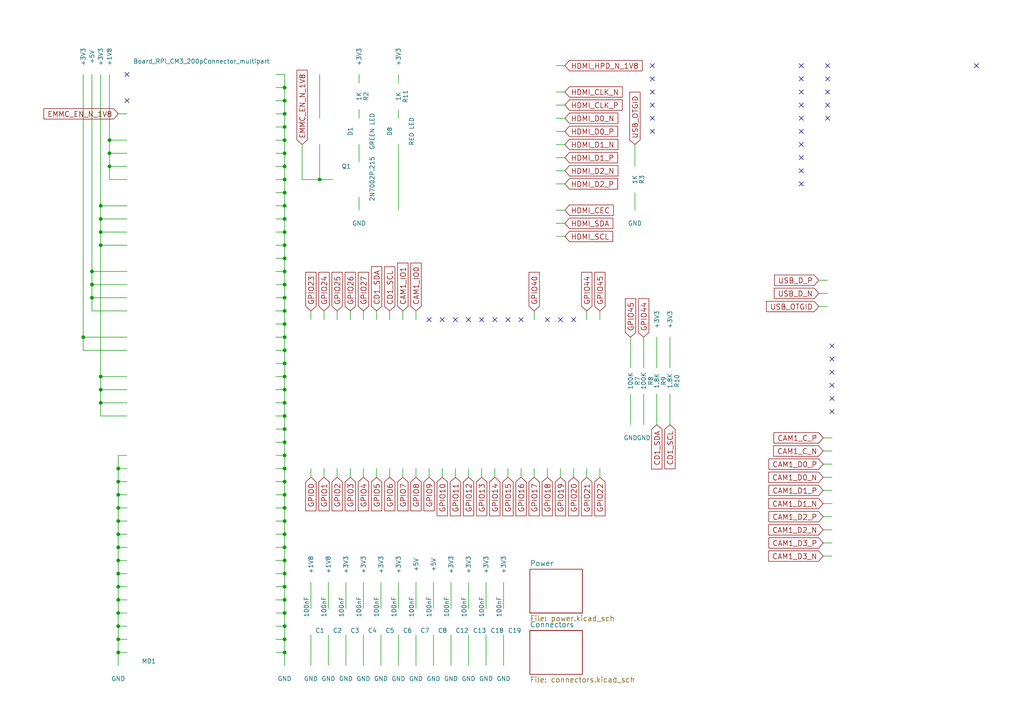
<source format=kicad_sch>
(kicad_sch
	(version 20250114)
	(generator "eeschema")
	(generator_version "9.0")
	(uuid "6dbf7922-aaa5-425e-aaa7-9eaf6f34312d")
	(paper "A4")
	(title_block
		(title "Raspberry Pi Compute Module Base Board")
		(rev "A")
		(comment 1 "Copyright (C) 2018  Manolis Agkopian")
		(comment 3 "https://www.gnu.org/licenses/gpl.html")
		(comment 4 "License: GPLv3")
	)
	(lib_symbols)
	(junction
		(at 82.55 67.31)
		(diameter 0)
		(color 0 0 0 0)
		(uuid "00f3be0c-715b-4341-b331-88973f13f920")
	)
	(junction
		(at 34.29 151.13)
		(diameter 0)
		(color 0 0 0 0)
		(uuid "0367b885-1a02-49a7-b7c6-0d93ab95543a")
	)
	(junction
		(at 82.55 105.41)
		(diameter 0)
		(color 0 0 0 0)
		(uuid "04195533-fcf9-4a4f-b21c-cf4607a7b16a")
	)
	(junction
		(at 82.55 71.12)
		(diameter 0)
		(color 0 0 0 0)
		(uuid "0dca7e43-ca24-45d8-85d1-cacc3378531c")
	)
	(junction
		(at 82.55 154.94)
		(diameter 0)
		(color 0 0 0 0)
		(uuid "13ac75d3-52f8-47bf-bcf6-b07bd74d3e7e")
	)
	(junction
		(at 34.29 185.42)
		(diameter 0)
		(color 0 0 0 0)
		(uuid "142b6458-bb74-42e2-a00f-7e43abecafac")
	)
	(junction
		(at 82.55 124.46)
		(diameter 0)
		(color 0 0 0 0)
		(uuid "19ed9b0f-ddea-4042-bae0-f44da849a08b")
	)
	(junction
		(at 26.67 86.36)
		(diameter 0)
		(color 0 0 0 0)
		(uuid "251a73ea-5e27-42a8-939d-4a4b7673295c")
	)
	(junction
		(at 29.21 67.31)
		(diameter 0)
		(color 0 0 0 0)
		(uuid "2533fe71-6996-42d9-ab24-94712aa14f64")
	)
	(junction
		(at 82.55 189.23)
		(diameter 0)
		(color 0 0 0 0)
		(uuid "253962b9-2e36-4ee2-b7ea-2a5eabbd272a")
	)
	(junction
		(at 34.29 162.56)
		(diameter 0)
		(color 0 0 0 0)
		(uuid "28c50f00-9b6c-4996-842c-aace2dc58cad")
	)
	(junction
		(at 29.21 109.22)
		(diameter 0)
		(color 0 0 0 0)
		(uuid "2adcb88e-95c7-4396-bf69-2df77290fb67")
	)
	(junction
		(at 34.29 147.32)
		(diameter 0)
		(color 0 0 0 0)
		(uuid "2dd8a1f2-cfae-4a15-8b78-49a282a0bd52")
	)
	(junction
		(at 82.55 151.13)
		(diameter 0)
		(color 0 0 0 0)
		(uuid "3477c1d1-4b39-4f57-95cc-9daafc7a8d52")
	)
	(junction
		(at 26.67 78.74)
		(diameter 0)
		(color 0 0 0 0)
		(uuid "3829e54c-183f-49ba-ae8f-8c5aacd539d4")
	)
	(junction
		(at 82.55 90.17)
		(diameter 0)
		(color 0 0 0 0)
		(uuid "3be52a90-b844-4873-b820-b0b21d324169")
	)
	(junction
		(at 82.55 120.65)
		(diameter 0)
		(color 0 0 0 0)
		(uuid "3f798fdf-c05e-4e99-a218-a48cabcb55ac")
	)
	(junction
		(at 31.75 44.45)
		(diameter 0)
		(color 0 0 0 0)
		(uuid "3fa58719-7348-4402-bc43-5e09ca89cb4a")
	)
	(junction
		(at 82.55 135.89)
		(diameter 0)
		(color 0 0 0 0)
		(uuid "41a68710-3a69-444a-8a75-72b4cf95dfd8")
	)
	(junction
		(at 82.55 109.22)
		(diameter 0)
		(color 0 0 0 0)
		(uuid "46be7767-f91b-4fbb-a48f-1d488d5021b5")
	)
	(junction
		(at 82.55 74.93)
		(diameter 0)
		(color 0 0 0 0)
		(uuid "476b7593-8139-4dbf-97af-ec0d2450dd6f")
	)
	(junction
		(at 82.55 78.74)
		(diameter 0)
		(color 0 0 0 0)
		(uuid "4928b0bf-5eb6-4423-9f5b-b04d02170982")
	)
	(junction
		(at 82.55 59.69)
		(diameter 0)
		(color 0 0 0 0)
		(uuid "4d55cef9-f8eb-49c3-977b-9f252f1fdb5d")
	)
	(junction
		(at 82.55 143.51)
		(diameter 0)
		(color 0 0 0 0)
		(uuid "4dc62675-03c5-48bc-9c65-04cef1afe137")
	)
	(junction
		(at 82.55 128.27)
		(diameter 0)
		(color 0 0 0 0)
		(uuid "4ed3cc7a-b482-4609-9ae4-e527d10dfaf3")
	)
	(junction
		(at 34.29 177.8)
		(diameter 0)
		(color 0 0 0 0)
		(uuid "5980a2a7-bfec-4c29-9657-0a4fd297ea00")
	)
	(junction
		(at 29.21 59.69)
		(diameter 0)
		(color 0 0 0 0)
		(uuid "5aade4a6-c443-443a-84ee-e322303af31b")
	)
	(junction
		(at 82.55 132.08)
		(diameter 0)
		(color 0 0 0 0)
		(uuid "5eb7fa74-18f3-48e7-96fd-f5e5fd84deb5")
	)
	(junction
		(at 29.21 63.5)
		(diameter 0)
		(color 0 0 0 0)
		(uuid "630b1edc-9175-4638-8678-74a5b67edd38")
	)
	(junction
		(at 24.13 97.79)
		(diameter 0)
		(color 0 0 0 0)
		(uuid "63add685-eb7d-4c8a-af64-f39d58e3aa03")
	)
	(junction
		(at 82.55 181.61)
		(diameter 0)
		(color 0 0 0 0)
		(uuid "6beaa018-2c99-4e2e-b37f-168016c68392")
	)
	(junction
		(at 82.55 44.45)
		(diameter 0)
		(color 0 0 0 0)
		(uuid "6c562056-d214-4666-92ca-aac9d057cb8c")
	)
	(junction
		(at 34.29 181.61)
		(diameter 0)
		(color 0 0 0 0)
		(uuid "78f0d8e5-77c9-4f01-b1db-1adb8d87dac1")
	)
	(junction
		(at 34.29 166.37)
		(diameter 0)
		(color 0 0 0 0)
		(uuid "7d3913d7-48fc-40f2-9c44-cc5cb1f8f7ab")
	)
	(junction
		(at 34.29 170.18)
		(diameter 0)
		(color 0 0 0 0)
		(uuid "7e91b0e2-716b-482e-8d70-9b8c4b4089ce")
	)
	(junction
		(at 82.55 25.4)
		(diameter 0)
		(color 0 0 0 0)
		(uuid "7ed4199d-8208-4868-af43-696c1f4feb18")
	)
	(junction
		(at 34.29 154.94)
		(diameter 0)
		(color 0 0 0 0)
		(uuid "872c249a-fd37-4e38-9da0-47e12eb77744")
	)
	(junction
		(at 82.55 139.7)
		(diameter 0)
		(color 0 0 0 0)
		(uuid "91e6b3d6-1669-4298-b3b9-6717fc57576d")
	)
	(junction
		(at 82.55 52.07)
		(diameter 0)
		(color 0 0 0 0)
		(uuid "91f21004-ae3c-4b75-bebf-2e5d69f1243d")
	)
	(junction
		(at 82.55 158.75)
		(diameter 0)
		(color 0 0 0 0)
		(uuid "93c0586b-d477-469c-85fd-6242a10d8c6c")
	)
	(junction
		(at 29.21 113.03)
		(diameter 0)
		(color 0 0 0 0)
		(uuid "98546cbf-5133-490f-b22c-b062cdb619ad")
	)
	(junction
		(at 82.55 97.79)
		(diameter 0)
		(color 0 0 0 0)
		(uuid "9b71a620-7db6-44d9-87f1-2e6d291bb17e")
	)
	(junction
		(at 82.55 173.99)
		(diameter 0)
		(color 0 0 0 0)
		(uuid "9da1ee5a-cc2e-43b5-9bff-58e2b8068aea")
	)
	(junction
		(at 34.29 189.23)
		(diameter 0)
		(color 0 0 0 0)
		(uuid "9ef5b49a-3540-46f5-aa36-d5314b59f23a")
	)
	(junction
		(at 82.55 166.37)
		(diameter 0)
		(color 0 0 0 0)
		(uuid "a089b567-8020-4a81-8b32-b90b0c95182a")
	)
	(junction
		(at 29.21 71.12)
		(diameter 0)
		(color 0 0 0 0)
		(uuid "a0bc9b0c-adbc-4fdb-b566-13cfa0caece7")
	)
	(junction
		(at 31.75 48.26)
		(diameter 0)
		(color 0 0 0 0)
		(uuid "a34ba976-0856-4cee-adff-a9dd349c2236")
	)
	(junction
		(at 34.29 158.75)
		(diameter 0)
		(color 0 0 0 0)
		(uuid "a4a787e5-3c48-403f-a08d-f7fa888928ee")
	)
	(junction
		(at 82.55 162.56)
		(diameter 0)
		(color 0 0 0 0)
		(uuid "a7a35be0-330b-4cc5-8cc9-0fbb354088b4")
	)
	(junction
		(at 82.55 29.21)
		(diameter 0)
		(color 0 0 0 0)
		(uuid "a9410e1f-ee1f-43ba-9f14-e45b73e49a72")
	)
	(junction
		(at 82.55 82.55)
		(diameter 0)
		(color 0 0 0 0)
		(uuid "aec4b477-df19-4a99-8951-ac6c11788641")
	)
	(junction
		(at 82.55 40.64)
		(diameter 0)
		(color 0 0 0 0)
		(uuid "b54cbc27-edc8-482b-bc24-e75af7d1a2f8")
	)
	(junction
		(at 82.55 147.32)
		(diameter 0)
		(color 0 0 0 0)
		(uuid "b81d9700-1d80-47a8-9774-3db562a436fe")
	)
	(junction
		(at 29.21 116.84)
		(diameter 0)
		(color 0 0 0 0)
		(uuid "bd056454-fd9e-4db1-b982-a002cde5532a")
	)
	(junction
		(at 34.29 139.7)
		(diameter 0)
		(color 0 0 0 0)
		(uuid "be6bb81a-1a63-4a6b-9245-5d1b663e41b4")
	)
	(junction
		(at 82.55 116.84)
		(diameter 0)
		(color 0 0 0 0)
		(uuid "c153bdca-3b97-424c-b030-44a83bf78b8b")
	)
	(junction
		(at 82.55 36.83)
		(diameter 0)
		(color 0 0 0 0)
		(uuid "c42c833e-8597-4804-9eab-68625d42ea9d")
	)
	(junction
		(at 82.55 86.36)
		(diameter 0)
		(color 0 0 0 0)
		(uuid "c7380e30-6990-4a3a-8706-88c6fd619104")
	)
	(junction
		(at 82.55 55.88)
		(diameter 0)
		(color 0 0 0 0)
		(uuid "c9edc2be-fc7c-4326-864e-4f01d418b87f")
	)
	(junction
		(at 31.75 40.64)
		(diameter 0)
		(color 0 0 0 0)
		(uuid "ca8e3bc8-e8e9-4f35-9886-265b3299bace")
	)
	(junction
		(at 82.55 48.26)
		(diameter 0)
		(color 0 0 0 0)
		(uuid "cc0698bb-bbfa-4122-8b95-1856ac56041a")
	)
	(junction
		(at 26.67 82.55)
		(diameter 0)
		(color 0 0 0 0)
		(uuid "d2c1c100-462d-4323-a2ee-a7974b707391")
	)
	(junction
		(at 34.29 143.51)
		(diameter 0)
		(color 0 0 0 0)
		(uuid "ddc46c8d-eedd-4d86-aa45-1071fae5ebc2")
	)
	(junction
		(at 82.55 185.42)
		(diameter 0)
		(color 0 0 0 0)
		(uuid "dee46ffc-3cf4-41d1-9774-6124708b3ed6")
	)
	(junction
		(at 82.55 101.6)
		(diameter 0)
		(color 0 0 0 0)
		(uuid "e9a537d1-de51-426a-85c4-ba4e8409455e")
	)
	(junction
		(at 34.29 135.89)
		(diameter 0)
		(color 0 0 0 0)
		(uuid "e9abcb74-051f-4a8c-81e4-4ecb300fd745")
	)
	(junction
		(at 82.55 170.18)
		(diameter 0)
		(color 0 0 0 0)
		(uuid "eb74bc9e-e2bd-4b60-8d3a-c1d954b76054")
	)
	(junction
		(at 82.55 93.98)
		(diameter 0)
		(color 0 0 0 0)
		(uuid "ebca3e05-3056-4593-98b8-2eb7e7eef99d")
	)
	(junction
		(at 82.55 177.8)
		(diameter 0)
		(color 0 0 0 0)
		(uuid "ee96d2b8-d3b6-4f74-852e-43de65ab6b8e")
	)
	(junction
		(at 34.29 173.99)
		(diameter 0)
		(color 0 0 0 0)
		(uuid "f0d97d67-8dba-41b6-9106-f6e76d3f68a9")
	)
	(junction
		(at 82.55 33.02)
		(diameter 0)
		(color 0 0 0 0)
		(uuid "f566cfb1-4f1c-4898-9659-3181d029fbf6")
	)
	(junction
		(at 92.71 52.07)
		(diameter 0)
		(color 0 0 0 0)
		(uuid "f8918454-a02a-445b-9bd5-738365f080fb")
	)
	(junction
		(at 82.55 63.5)
		(diameter 0)
		(color 0 0 0 0)
		(uuid "f8c3c927-9de9-41ef-acae-7337c1d742ae")
	)
	(junction
		(at 82.55 113.03)
		(diameter 0)
		(color 0 0 0 0)
		(uuid "fdcfd5e1-c759-4f77-854b-45cbbde68318")
	)
	(no_connect
		(at 241.3 107.95)
		(uuid "0431d911-cd45-4554-8e29-14c4f4e171d5")
	)
	(no_connect
		(at 241.3 111.76)
		(uuid "04b34ca6-71a1-400c-8d27-8252d8b10e9c")
	)
	(no_connect
		(at 139.7 92.71)
		(uuid "0af720cc-7ff7-4cd2-bcd0-57976a4b1d12")
	)
	(no_connect
		(at 240.03 26.67)
		(uuid "0e21467c-ccd6-46a5-a5ff-ac6f7445a6ee")
	)
	(no_connect
		(at 232.41 41.91)
		(uuid "0e3a4950-413d-49a6-86c9-2fae2f3fe390")
	)
	(no_connect
		(at 166.37 92.71)
		(uuid "11694691-0558-4f96-9af1-8f4ade83bbc1")
	)
	(no_connect
		(at 241.3 115.57)
		(uuid "11cabb26-1430-40ef-9f6b-4c8b7ec7d437")
	)
	(no_connect
		(at 232.41 49.53)
		(uuid "16000c40-a412-4750-a265-bf349bb1a0d7")
	)
	(no_connect
		(at 147.32 92.71)
		(uuid "3104e120-a54a-440f-b8d9-cc2ef23d8294")
	)
	(no_connect
		(at 189.23 26.67)
		(uuid "3b8dad91-cc78-4f9f-8efb-471ca6b0e4cb")
	)
	(no_connect
		(at 189.23 30.48)
		(uuid "3cfc745a-14db-4e68-b7ae-5e0e5abecf6e")
	)
	(no_connect
		(at 143.51 92.71)
		(uuid "4a37385c-0307-496d-97e3-e01c80d99469")
	)
	(no_connect
		(at 189.23 19.05)
		(uuid "522e6edd-3218-4837-8f31-7d85e595eaef")
	)
	(no_connect
		(at 241.3 100.33)
		(uuid "58da10e7-1d06-4a62-bfe8-b286498acffe")
	)
	(no_connect
		(at 124.46 92.71)
		(uuid "59215f4d-8b24-46e2-8587-fd18c32c29a8")
	)
	(no_connect
		(at 189.23 38.1)
		(uuid "5c11b7d4-e678-49d2-b0c2-9599b349bc78")
	)
	(no_connect
		(at 241.3 119.38)
		(uuid "65e79ed7-8c58-4dc0-a1ab-b2d55a26cf63")
	)
	(no_connect
		(at 283.21 19.05)
		(uuid "68bfcfac-24e5-4b8d-bb04-5e9d6f142fc7")
	)
	(no_connect
		(at 232.41 19.05)
		(uuid "6c0b4406-582d-4b84-a037-1d4c6ae0ab2e")
	)
	(no_connect
		(at 232.41 45.72)
		(uuid "6d09b285-346d-461f-9f04-6d06ea5f4256")
	)
	(no_connect
		(at 158.75 92.71)
		(uuid "737d2c0e-023e-4384-a2af-359deaf70b5c")
	)
	(no_connect
		(at 232.41 26.67)
		(uuid "7ca6bd15-47cf-408d-8447-935961d359ec")
	)
	(no_connect
		(at 232.41 30.48)
		(uuid "7e7432fd-7412-44de-8b41-8eb69c97ff9e")
	)
	(no_connect
		(at 189.23 22.86)
		(uuid "811159ae-f37c-46ba-9e0a-580edd2cb45b")
	)
	(no_connect
		(at 151.13 92.71)
		(uuid "81b38825-9efb-471e-a55f-506628688cf8")
	)
	(no_connect
		(at 135.89 92.71)
		(uuid "8fba7608-451d-4ce7-b5aa-c29619e78b6f")
	)
	(no_connect
		(at 232.41 53.34)
		(uuid "94575f4f-7c39-4517-a2ef-f8aa035526ed")
	)
	(no_connect
		(at 36.83 21.59)
		(uuid "959d0b4e-7b96-4eda-b360-88ac79dd8072")
	)
	(no_connect
		(at 232.41 38.1)
		(uuid "a388597b-194d-4086-85f3-c0c89f048b8f")
	)
	(no_connect
		(at 240.03 22.86)
		(uuid "b3f3913f-7a09-4b42-b3b3-61724f83ddd3")
	)
	(no_connect
		(at 189.23 34.29)
		(uuid "b42ea1d1-c1e3-45f0-97d6-76b5df479853")
	)
	(no_connect
		(at 128.27 92.71)
		(uuid "b4b668b2-d878-4e43-b0b1-0e9c9689f15d")
	)
	(no_connect
		(at 232.41 22.86)
		(uuid "b745bd3c-d1cc-42dd-bb20-bd4f96b999d4")
	)
	(no_connect
		(at 132.08 92.71)
		(uuid "be77cda0-02b0-45aa-b3bf-401300a9c9a3")
	)
	(no_connect
		(at 232.41 34.29)
		(uuid "be9efddd-5eef-42be-adfc-a98a0d043199")
	)
	(no_connect
		(at 162.56 92.71)
		(uuid "c616a69c-2d54-487c-802f-0959c0e9d14f")
	)
	(no_connect
		(at 240.03 34.29)
		(uuid "d0750cd8-fcf4-43b2-9d14-17ad1e9e7188")
	)
	(no_connect
		(at 240.03 30.48)
		(uuid "d106fa4e-a2b8-4311-8f5d-345de79a9b21")
	)
	(no_connect
		(at 36.83 29.21)
		(uuid "d1ae3fe5-c175-4522-afe4-7a9f6c2d40a2")
	)
	(no_connect
		(at 240.03 19.05)
		(uuid "d2ef252b-cdab-46cf-8169-add1ba11fa45")
	)
	(no_connect
		(at 241.3 104.14)
		(uuid "df3b92f3-012d-42a8-8dc3-651ba2e18b5d")
	)
	(wire
		(pts
			(xy 154.94 90.17) (xy 154.94 92.71)
		)
		(stroke
			(width 0)
			(type default)
		)
		(uuid "0013cf7d-1765-4230-a092-76395af7e0e6")
	)
	(wire
		(pts
			(xy 110.49 184.15) (xy 110.49 193.04)
		)
		(stroke
			(width 0)
			(type default)
		)
		(uuid "00399d9f-a0eb-4100-b845-6e2bcaeb062a")
	)
	(wire
		(pts
			(xy 186.69 106.68) (xy 186.69 97.79)
		)
		(stroke
			(width 0)
			(type default)
		)
		(uuid "0221d935-07c7-4adf-b5e5-26688f856b49")
	)
	(wire
		(pts
			(xy 31.75 21.59) (xy 31.75 40.64)
		)
		(stroke
			(width 0)
			(type default)
		)
		(uuid "027e63a5-e26e-4439-9e83-d26a32e65d9f")
	)
	(wire
		(pts
			(xy 34.29 189.23) (xy 36.83 189.23)
		)
		(stroke
			(width 0)
			(type default)
		)
		(uuid "06608178-de7c-4e70-b6cd-51df9a839cdc")
	)
	(wire
		(pts
			(xy 34.29 181.61) (xy 34.29 185.42)
		)
		(stroke
			(width 0)
			(type default)
		)
		(uuid "06b67a07-956a-4f95-80a6-de496ce14209")
	)
	(wire
		(pts
			(xy 82.55 33.02) (xy 82.55 36.83)
		)
		(stroke
			(width 0)
			(type default)
		)
		(uuid "06eecbc3-d9df-4a00-8c27-bca74b0f38e9")
	)
	(wire
		(pts
			(xy 34.29 132.08) (xy 34.29 135.89)
		)
		(stroke
			(width 0)
			(type default)
		)
		(uuid "08022cca-d38e-46ee-8015-bc76af3d1a22")
	)
	(wire
		(pts
			(xy 182.88 106.68) (xy 182.88 97.79)
		)
		(stroke
			(width 0)
			(type default)
		)
		(uuid "088a9aad-8b56-4478-93a5-e955cad0c47b")
	)
	(wire
		(pts
			(xy 80.01 166.37) (xy 82.55 166.37)
		)
		(stroke
			(width 0)
			(type default)
		)
		(uuid "095686da-7af8-41a0-9823-b32817f44ed7")
	)
	(wire
		(pts
			(xy 161.29 41.91) (xy 163.83 41.91)
		)
		(stroke
			(width 0)
			(type default)
		)
		(uuid "0a14db83-ffe1-4069-9d8f-59bc1266091d")
	)
	(wire
		(pts
			(xy 80.01 132.08) (xy 82.55 132.08)
		)
		(stroke
			(width 0)
			(type default)
		)
		(uuid "0acfdf33-dc6d-4898-9702-f713e1251c38")
	)
	(wire
		(pts
			(xy 80.01 44.45) (xy 82.55 44.45)
		)
		(stroke
			(width 0)
			(type default)
		)
		(uuid "0c38a113-4a2b-4737-8eb8-66909847e946")
	)
	(wire
		(pts
			(xy 97.79 92.71) (xy 97.79 90.17)
		)
		(stroke
			(width 0)
			(type default)
		)
		(uuid "0c39142d-754b-4faa-ac4c-57edee763fab")
	)
	(wire
		(pts
			(xy 36.83 78.74) (xy 26.67 78.74)
		)
		(stroke
			(width 0)
			(type default)
		)
		(uuid "0c4f372e-8429-4742-bac9-d971296f056b")
	)
	(wire
		(pts
			(xy 80.01 21.59) (xy 82.55 21.59)
		)
		(stroke
			(width 0)
			(type default)
		)
		(uuid "0d1e0665-38e7-4e1b-a3e4-04035f044ceb")
	)
	(wire
		(pts
			(xy 82.55 181.61) (xy 82.55 185.42)
		)
		(stroke
			(width 0)
			(type default)
		)
		(uuid "0d3f3a19-0a3c-4205-a2c1-4a10172312ff")
	)
	(wire
		(pts
			(xy 82.55 59.69) (xy 82.55 63.5)
		)
		(stroke
			(width 0)
			(type default)
		)
		(uuid "0de3414b-8788-4482-b836-867e8718b07b")
	)
	(wire
		(pts
			(xy 82.55 105.41) (xy 80.01 105.41)
		)
		(stroke
			(width 0)
			(type default)
		)
		(uuid "0effc1a0-6c17-4691-9061-0cc87a1a8f64")
	)
	(wire
		(pts
			(xy 80.01 29.21) (xy 82.55 29.21)
		)
		(stroke
			(width 0)
			(type default)
		)
		(uuid "0f3730e9-9f77-432a-8371-a3a27f730971")
	)
	(wire
		(pts
			(xy 173.99 135.89) (xy 173.99 138.43)
		)
		(stroke
			(width 0)
			(type default)
		)
		(uuid "100425df-44c2-4a50-b93c-34bff54cbe42")
	)
	(wire
		(pts
			(xy 82.55 74.93) (xy 82.55 78.74)
		)
		(stroke
			(width 0)
			(type default)
		)
		(uuid "100620d5-8df7-42ae-960b-8958978858ba")
	)
	(wire
		(pts
			(xy 194.31 123.19) (xy 194.31 114.3)
		)
		(stroke
			(width 0)
			(type default)
		)
		(uuid "109c33a8-5a70-4255-b0b6-f9ad604dac15")
	)
	(wire
		(pts
			(xy 161.29 68.58) (xy 163.83 68.58)
		)
		(stroke
			(width 0)
			(type default)
		)
		(uuid "10e56556-c90b-4742-b2e8-712824db80d8")
	)
	(wire
		(pts
			(xy 26.67 82.55) (xy 36.83 82.55)
		)
		(stroke
			(width 0)
			(type default)
		)
		(uuid "110c8fae-84c3-4b5d-8926-127bc8c76dca")
	)
	(wire
		(pts
			(xy 29.21 113.03) (xy 29.21 116.84)
		)
		(stroke
			(width 0)
			(type default)
		)
		(uuid "1130794b-17a0-4f20-88e4-94217e1b71f0")
	)
	(wire
		(pts
			(xy 29.21 67.31) (xy 29.21 71.12)
		)
		(stroke
			(width 0)
			(type default)
		)
		(uuid "1225d9ef-6062-42b5-803c-f77f21f5d40a")
	)
	(wire
		(pts
			(xy 80.01 74.93) (xy 82.55 74.93)
		)
		(stroke
			(width 0)
			(type default)
		)
		(uuid "136705a6-24c7-47db-8fa7-bb3b0ae2f2a1")
	)
	(wire
		(pts
			(xy 36.83 147.32) (xy 34.29 147.32)
		)
		(stroke
			(width 0)
			(type default)
		)
		(uuid "13d641ae-02b5-48ff-8548-f8a61a7811b1")
	)
	(wire
		(pts
			(xy 80.01 40.64) (xy 82.55 40.64)
		)
		(stroke
			(width 0)
			(type default)
		)
		(uuid "14922fcc-02b5-4950-b2e7-3c0fb4acbaab")
	)
	(wire
		(pts
			(xy 173.99 92.71) (xy 173.99 90.17)
		)
		(stroke
			(width 0)
			(type default)
		)
		(uuid "15e1d3ab-121c-425e-909d-6b2656e785cf")
	)
	(wire
		(pts
			(xy 36.83 59.69) (xy 29.21 59.69)
		)
		(stroke
			(width 0)
			(type default)
		)
		(uuid "161af162-b09e-4394-9219-9998223766f0")
	)
	(wire
		(pts
			(xy 241.3 127) (xy 238.76 127)
		)
		(stroke
			(width 0)
			(type default)
		)
		(uuid "1864b287-420f-41da-84aa-8bc893a9526a")
	)
	(wire
		(pts
			(xy 92.71 41.91) (xy 92.71 52.07)
		)
		(stroke
			(width 0)
			(type default)
		)
		(uuid "193ca6d6-5f60-4ef6-ad81-6aa5b3350d23")
	)
	(wire
		(pts
			(xy 105.41 168.91) (xy 105.41 176.53)
		)
		(stroke
			(width 0)
			(type default)
		)
		(uuid "1abc5f8c-b935-4c44-a811-f6a923771a3f")
	)
	(wire
		(pts
			(xy 29.21 120.65) (xy 36.83 120.65)
		)
		(stroke
			(width 0)
			(type default)
		)
		(uuid "1aca68d6-2ab5-494e-ac7d-58a884415269")
	)
	(wire
		(pts
			(xy 80.01 158.75) (xy 82.55 158.75)
		)
		(stroke
			(width 0)
			(type default)
		)
		(uuid "1b611056-54ed-4a38-b1af-bd07d8a83f3a")
	)
	(wire
		(pts
			(xy 80.01 86.36) (xy 82.55 86.36)
		)
		(stroke
			(width 0)
			(type default)
		)
		(uuid "1c835add-7488-4a3f-a5ad-222dde97aad8")
	)
	(wire
		(pts
			(xy 147.32 135.89) (xy 147.32 138.43)
		)
		(stroke
			(width 0)
			(type default)
		)
		(uuid "1da5c51a-bb2e-4050-a605-41f705dfd2b8")
	)
	(wire
		(pts
			(xy 87.63 52.07) (xy 92.71 52.07)
		)
		(stroke
			(width 0)
			(type default)
		)
		(uuid "1dd2fc9c-27a7-42e0-98a2-8b0ba9d029d9")
	)
	(wire
		(pts
			(xy 80.01 124.46) (xy 82.55 124.46)
		)
		(stroke
			(width 0)
			(type default)
		)
		(uuid "1ec11216-3a7e-41df-bb20-474c89238c14")
	)
	(wire
		(pts
			(xy 154.94 135.89) (xy 154.94 138.43)
		)
		(stroke
			(width 0)
			(type default)
		)
		(uuid "207789ba-54b3-405b-bb75-3878b6fa17b8")
	)
	(wire
		(pts
			(xy 146.05 168.91) (xy 146.05 176.53)
		)
		(stroke
			(width 0)
			(type default)
		)
		(uuid "20b51777-e4f2-4000-805b-657c013ac5c0")
	)
	(wire
		(pts
			(xy 146.05 184.15) (xy 146.05 193.04)
		)
		(stroke
			(width 0)
			(type default)
		)
		(uuid "21c1a14c-8df3-4765-a8f8-45e6d7079025")
	)
	(wire
		(pts
			(xy 80.01 185.42) (xy 82.55 185.42)
		)
		(stroke
			(width 0)
			(type default)
		)
		(uuid "22023abb-4bfb-4509-abc2-e5b4d15efc37")
	)
	(wire
		(pts
			(xy 166.37 135.89) (xy 166.37 138.43)
		)
		(stroke
			(width 0)
			(type default)
		)
		(uuid "22e3972f-5739-4e34-86e0-829eda4a9775")
	)
	(wire
		(pts
			(xy 115.57 41.91) (xy 115.57 60.96)
		)
		(stroke
			(width 0)
			(type default)
		)
		(uuid "23374ca6-eb3b-489d-8862-7e7ed4f44a1e")
	)
	(wire
		(pts
			(xy 80.01 109.22) (xy 82.55 109.22)
		)
		(stroke
			(width 0)
			(type default)
		)
		(uuid "2512c6e0-19d4-4111-9491-f6a745ff9bc3")
	)
	(wire
		(pts
			(xy 24.13 97.79) (xy 24.13 101.6)
		)
		(stroke
			(width 0)
			(type default)
		)
		(uuid "2664c8bc-176e-4f72-a08a-15e0205182d7")
	)
	(wire
		(pts
			(xy 36.83 162.56) (xy 34.29 162.56)
		)
		(stroke
			(width 0)
			(type default)
		)
		(uuid "26883afc-dc80-4fab-9a9f-ae023a29c841")
	)
	(wire
		(pts
			(xy 241.3 146.05) (xy 238.76 146.05)
		)
		(stroke
			(width 0)
			(type default)
		)
		(uuid "26dbbec3-dad5-4bd3-b532-6f8c25707f36")
	)
	(wire
		(pts
			(xy 82.55 40.64) (xy 82.55 44.45)
		)
		(stroke
			(width 0)
			(type default)
		)
		(uuid "27095b95-1831-48d1-8cd1-847c47b3a08f")
	)
	(wire
		(pts
			(xy 80.01 52.07) (xy 82.55 52.07)
		)
		(stroke
			(width 0)
			(type default)
		)
		(uuid "27e24d64-ff96-4546-ba60-a325eed490a3")
	)
	(wire
		(pts
			(xy 34.29 173.99) (xy 34.29 177.8)
		)
		(stroke
			(width 0)
			(type default)
		)
		(uuid "2b5e84f7-4fb1-4605-a239-089a3ac6525a")
	)
	(wire
		(pts
			(xy 26.67 82.55) (xy 26.67 86.36)
		)
		(stroke
			(width 0)
			(type default)
		)
		(uuid "2b8086fe-20f0-49ef-9b80-b14f6518c263")
	)
	(wire
		(pts
			(xy 82.55 162.56) (xy 82.55 166.37)
		)
		(stroke
			(width 0)
			(type default)
		)
		(uuid "2c0cd012-7013-4e1c-9d22-79bccd968a4d")
	)
	(wire
		(pts
			(xy 105.41 92.71) (xy 105.41 90.17)
		)
		(stroke
			(width 0)
			(type default)
		)
		(uuid "2d8830f6-f693-4175-83b0-c70864ea4112")
	)
	(wire
		(pts
			(xy 240.03 85.09) (xy 237.49 85.09)
		)
		(stroke
			(width 0)
			(type default)
		)
		(uuid "2e669d4b-8a01-4efb-89a9-21b39e61f76c")
	)
	(wire
		(pts
			(xy 80.01 25.4) (xy 82.55 25.4)
		)
		(stroke
			(width 0)
			(type default)
		)
		(uuid "2e835998-e3d1-4f71-b6cd-405cff74b10d")
	)
	(wire
		(pts
			(xy 34.29 177.8) (xy 34.29 181.61)
		)
		(stroke
			(width 0)
			(type default)
		)
		(uuid "2f11404a-3b41-4e6d-a627-5a94e7734c12")
	)
	(wire
		(pts
			(xy 82.55 109.22) (xy 82.55 113.03)
		)
		(stroke
			(width 0)
			(type default)
		)
		(uuid "2fe266b7-26e5-4207-84df-697bf323cf88")
	)
	(wire
		(pts
			(xy 36.83 135.89) (xy 34.29 135.89)
		)
		(stroke
			(width 0)
			(type default)
		)
		(uuid "2fe6a388-7e2d-4535-a19a-c1b7857172d1")
	)
	(wire
		(pts
			(xy 82.55 147.32) (xy 82.55 151.13)
		)
		(stroke
			(width 0)
			(type default)
		)
		(uuid "30b1a4ca-c1a1-4377-9c12-45a4492f42dc")
	)
	(wire
		(pts
			(xy 104.14 34.29) (xy 104.14 31.75)
		)
		(stroke
			(width 0)
			(type default)
		)
		(uuid "30ceee6b-ca61-4077-b055-58d2bce1df0f")
	)
	(wire
		(pts
			(xy 80.01 143.51) (xy 82.55 143.51)
		)
		(stroke
			(width 0)
			(type default)
		)
		(uuid "30d39381-1205-450c-9662-688cb85fe258")
	)
	(wire
		(pts
			(xy 34.29 154.94) (xy 34.29 158.75)
		)
		(stroke
			(width 0)
			(type default)
		)
		(uuid "317bebe0-4911-4679-8556-38d138f4f1e9")
	)
	(wire
		(pts
			(xy 105.41 135.89) (xy 105.41 138.43)
		)
		(stroke
			(width 0)
			(type default)
		)
		(uuid "32091b7f-1831-46d6-8e2e-8388cad4ab20")
	)
	(wire
		(pts
			(xy 80.01 162.56) (xy 82.55 162.56)
		)
		(stroke
			(width 0)
			(type default)
		)
		(uuid "322136f3-5578-449c-9700-7e1560ebea93")
	)
	(wire
		(pts
			(xy 82.55 48.26) (xy 82.55 52.07)
		)
		(stroke
			(width 0)
			(type default)
		)
		(uuid "330f7bb7-ab78-4dd4-af80-d2efceea8086")
	)
	(wire
		(pts
			(xy 161.29 60.96) (xy 163.83 60.96)
		)
		(stroke
			(width 0)
			(type default)
		)
		(uuid "33cc00bb-ead4-48af-a533-a8d75f5b2578")
	)
	(wire
		(pts
			(xy 241.3 161.29) (xy 238.76 161.29)
		)
		(stroke
			(width 0)
			(type default)
		)
		(uuid "34e30799-47fc-4aaa-aa55-ff67419dc458")
	)
	(wire
		(pts
			(xy 115.57 168.91) (xy 115.57 176.53)
		)
		(stroke
			(width 0)
			(type default)
		)
		(uuid "34e79d72-d863-4c42-be71-8d289cf8d550")
	)
	(wire
		(pts
			(xy 80.01 36.83) (xy 82.55 36.83)
		)
		(stroke
			(width 0)
			(type default)
		)
		(uuid "36231b09-a088-41be-b9ce-1909b59a93f0")
	)
	(wire
		(pts
			(xy 82.55 78.74) (xy 82.55 82.55)
		)
		(stroke
			(width 0)
			(type default)
		)
		(uuid "3641486c-a133-4b4b-bf43-f6cfbae9c4d7")
	)
	(wire
		(pts
			(xy 82.55 189.23) (xy 80.01 189.23)
		)
		(stroke
			(width 0)
			(type default)
		)
		(uuid "36530c07-6000-4f47-9cad-5c082c3d27ba")
	)
	(wire
		(pts
			(xy 82.55 173.99) (xy 82.55 177.8)
		)
		(stroke
			(width 0)
			(type default)
		)
		(uuid "3672fc81-3ce7-488f-9623-7fe913e1c88c")
	)
	(wire
		(pts
			(xy 240.03 88.9) (xy 237.49 88.9)
		)
		(stroke
			(width 0)
			(type default)
		)
		(uuid "3703b352-a210-41e0-89ae-c396c82bdcca")
	)
	(wire
		(pts
			(xy 90.17 135.89) (xy 90.17 138.43)
		)
		(stroke
			(width 0)
			(type default)
		)
		(uuid "37101ddc-b946-45fd-bdaa-502af1ae5d6d")
	)
	(wire
		(pts
			(xy 190.5 123.19) (xy 190.5 114.3)
		)
		(stroke
			(width 0)
			(type default)
		)
		(uuid "37adf82b-0aa3-481f-b7e8-f5b4f4044b2e")
	)
	(wire
		(pts
			(xy 241.3 138.43) (xy 238.76 138.43)
		)
		(stroke
			(width 0)
			(type default)
		)
		(uuid "38e1612e-d82b-4d0e-ac2f-db7eaec2ddd1")
	)
	(wire
		(pts
			(xy 80.01 59.69) (xy 82.55 59.69)
		)
		(stroke
			(width 0)
			(type default)
		)
		(uuid "3a709b3f-73e3-4144-8272-6ec78aa47e8f")
	)
	(wire
		(pts
			(xy 113.03 135.89) (xy 113.03 138.43)
		)
		(stroke
			(width 0)
			(type default)
		)
		(uuid "3ad12fc0-5141-4cb0-b5a3-20063df8ad91")
	)
	(wire
		(pts
			(xy 124.46 135.89) (xy 124.46 138.43)
		)
		(stroke
			(width 0)
			(type default)
		)
		(uuid "3b798f1d-ac34-416d-bdbc-d121d202cd22")
	)
	(wire
		(pts
			(xy 170.18 92.71) (xy 170.18 90.17)
		)
		(stroke
			(width 0)
			(type default)
		)
		(uuid "3c92efcd-6fe0-42a3-8324-e8ce2daf07f2")
	)
	(wire
		(pts
			(xy 82.55 170.18) (xy 82.55 173.99)
		)
		(stroke
			(width 0)
			(type default)
		)
		(uuid "3e6e3100-68ce-4758-a1c4-99bda0208e09")
	)
	(wire
		(pts
			(xy 80.01 151.13) (xy 82.55 151.13)
		)
		(stroke
			(width 0)
			(type default)
		)
		(uuid "3f2f698b-ab2e-463e-849b-3d66e0c78945")
	)
	(wire
		(pts
			(xy 31.75 44.45) (xy 36.83 44.45)
		)
		(stroke
			(width 0)
			(type default)
		)
		(uuid "3f344c3a-7578-4d9b-b8b8-4f6d5d39821e")
	)
	(wire
		(pts
			(xy 82.55 52.07) (xy 82.55 55.88)
		)
		(stroke
			(width 0)
			(type default)
		)
		(uuid "3f6b3be9-52ce-4823-a267-263076c9783d")
	)
	(wire
		(pts
			(xy 24.13 21.59) (xy 24.13 97.79)
		)
		(stroke
			(width 0)
			(type default)
		)
		(uuid "4269b24c-aea8-425d-b213-646b590c5fd4")
	)
	(wire
		(pts
			(xy 120.65 90.17) (xy 120.65 92.71)
		)
		(stroke
			(width 0)
			(type default)
		)
		(uuid "43ad29e3-4acc-4944-863b-98eea31676ae")
	)
	(wire
		(pts
			(xy 82.55 139.7) (xy 82.55 143.51)
		)
		(stroke
			(width 0)
			(type default)
		)
		(uuid "4482af8a-4558-4fd7-b50c-8fc8bdefa297")
	)
	(wire
		(pts
			(xy 82.55 154.94) (xy 82.55 158.75)
		)
		(stroke
			(width 0)
			(type default)
		)
		(uuid "44c39472-0175-4b09-90e4-d2d1c47062ca")
	)
	(wire
		(pts
			(xy 29.21 109.22) (xy 36.83 109.22)
		)
		(stroke
			(width 0)
			(type default)
		)
		(uuid "44f6b026-f0c7-4b7e-afb2-5676139a532a")
	)
	(wire
		(pts
			(xy 31.75 48.26) (xy 36.83 48.26)
		)
		(stroke
			(width 0)
			(type default)
		)
		(uuid "47a2a58d-3490-4574-b65a-61726a9ff52c")
	)
	(wire
		(pts
			(xy 29.21 63.5) (xy 36.83 63.5)
		)
		(stroke
			(width 0)
			(type default)
		)
		(uuid "47ea7934-80e9-46f1-8281-0ed5c5bd41b7")
	)
	(wire
		(pts
			(xy 34.29 158.75) (xy 34.29 162.56)
		)
		(stroke
			(width 0)
			(type default)
		)
		(uuid "48289e8a-2c43-4946-8222-df3e5feb0421")
	)
	(wire
		(pts
			(xy 120.65 135.89) (xy 120.65 138.43)
		)
		(stroke
			(width 0)
			(type default)
		)
		(uuid "49ffd8e0-28dd-43c6-aba5-c6626b8065bc")
	)
	(wire
		(pts
			(xy 115.57 31.75) (xy 115.57 34.29)
		)
		(stroke
			(width 0)
			(type default)
		)
		(uuid "4a29da7e-0f35-4433-91b2-f63b2acebfce")
	)
	(wire
		(pts
			(xy 36.83 151.13) (xy 34.29 151.13)
		)
		(stroke
			(width 0)
			(type default)
		)
		(uuid "4a352459-a260-4708-aa7c-e586a6d17122")
	)
	(wire
		(pts
			(xy 34.29 135.89) (xy 34.29 139.7)
		)
		(stroke
			(width 0)
			(type default)
		)
		(uuid "4aaf892a-fb49-4faf-93ed-be1a5c4b35dc")
	)
	(wire
		(pts
			(xy 82.55 90.17) (xy 82.55 93.98)
		)
		(stroke
			(width 0)
			(type default)
		)
		(uuid "4ba7fd72-13c4-428e-b585-df17824c672f")
	)
	(wire
		(pts
			(xy 115.57 184.15) (xy 115.57 193.04)
		)
		(stroke
			(width 0)
			(type default)
		)
		(uuid "4d5f3924-7ce5-4749-8954-f1b07e4e5c9c")
	)
	(wire
		(pts
			(xy 151.13 135.89) (xy 151.13 138.43)
		)
		(stroke
			(width 0)
			(type default)
		)
		(uuid "4e9dc6a6-dfe3-4296-880f-e743b0d05ec0")
	)
	(wire
		(pts
			(xy 29.21 116.84) (xy 36.83 116.84)
		)
		(stroke
			(width 0)
			(type default)
		)
		(uuid "5008ea7f-12a9-4a77-80d4-6c65fe7732fd")
	)
	(wire
		(pts
			(xy 34.29 139.7) (xy 34.29 143.51)
		)
		(stroke
			(width 0)
			(type default)
		)
		(uuid "503d55ec-6839-42ee-bffa-8d7f7ba8110a")
	)
	(wire
		(pts
			(xy 80.01 177.8) (xy 82.55 177.8)
		)
		(stroke
			(width 0)
			(type default)
		)
		(uuid "5081d650-87a4-46f8-943e-e9c4c49bd3d3")
	)
	(wire
		(pts
			(xy 82.55 120.65) (xy 80.01 120.65)
		)
		(stroke
			(width 0)
			(type default)
		)
		(uuid "50f5c4f0-ee55-471e-8968-bb6aab9d701a")
	)
	(wire
		(pts
			(xy 82.55 128.27) (xy 80.01 128.27)
		)
		(stroke
			(width 0)
			(type default)
		)
		(uuid "535ac7a4-af84-4bf4-b4f9-6e5513b11c85")
	)
	(wire
		(pts
			(xy 82.55 135.89) (xy 82.55 139.7)
		)
		(stroke
			(width 0)
			(type default)
		)
		(uuid "56e31aa1-4d23-4ed1-9758-4dfbbafa15cf")
	)
	(wire
		(pts
			(xy 80.01 170.18) (xy 82.55 170.18)
		)
		(stroke
			(width 0)
			(type default)
		)
		(uuid "57265cfe-1ff7-4d16-a879-ffc952f54cca")
	)
	(wire
		(pts
			(xy 26.67 86.36) (xy 26.67 90.17)
		)
		(stroke
			(width 0)
			(type default)
		)
		(uuid "5859a882-90a6-4098-8504-285371076017")
	)
	(wire
		(pts
			(xy 80.01 33.02) (xy 82.55 33.02)
		)
		(stroke
			(width 0)
			(type default)
		)
		(uuid "58802193-53ef-4d09-a3ec-e8a3c28c08fd")
	)
	(wire
		(pts
			(xy 194.31 106.68) (xy 194.31 97.79)
		)
		(stroke
			(width 0)
			(type default)
		)
		(uuid "58b164c4-b3d6-4ba3-9800-16e300ebbe3e")
	)
	(wire
		(pts
			(xy 100.33 168.91) (xy 100.33 176.53)
		)
		(stroke
			(width 0)
			(type default)
		)
		(uuid "592125b2-5e04-4859-8e84-46c2ab4ee071")
	)
	(wire
		(pts
			(xy 135.89 184.15) (xy 135.89 193.04)
		)
		(stroke
			(width 0)
			(type default)
		)
		(uuid "5a7ea24e-a683-48bb-963b-593261ca256e")
	)
	(wire
		(pts
			(xy 161.29 49.53) (xy 163.83 49.53)
		)
		(stroke
			(width 0)
			(type default)
		)
		(uuid "5b9bd7f1-e6c5-4c83-ae6d-3b04e337f6e1")
	)
	(wire
		(pts
			(xy 36.83 40.64) (xy 31.75 40.64)
		)
		(stroke
			(width 0)
			(type default)
		)
		(uuid "5bc9d316-49fe-4d93-b0e6-9f60b7303ac9")
	)
	(wire
		(pts
			(xy 36.83 177.8) (xy 34.29 177.8)
		)
		(stroke
			(width 0)
			(type default)
		)
		(uuid "5c498fb2-9fa2-4825-b816-f72e40e554cd")
	)
	(wire
		(pts
			(xy 104.14 24.13) (xy 104.14 21.59)
		)
		(stroke
			(width 0)
			(type default)
		)
		(uuid "5dbecdcd-33ab-4bc3-a15f-e3b86b8ac0eb")
	)
	(wire
		(pts
			(xy 184.15 41.91) (xy 184.15 48.26)
		)
		(stroke
			(width 0)
			(type default)
		)
		(uuid "5e3ea8a6-6226-47c3-a0b9-9d7e5adf934d")
	)
	(wire
		(pts
			(xy 184.15 60.96) (xy 184.15 55.88)
		)
		(stroke
			(width 0)
			(type default)
		)
		(uuid "6247c7ce-e634-477b-84b4-7362dcf01aed")
	)
	(wire
		(pts
			(xy 36.83 97.79) (xy 24.13 97.79)
		)
		(stroke
			(width 0)
			(type default)
		)
		(uuid "6403d40a-e19e-4fe1-9c17-d2acd797c855")
	)
	(wire
		(pts
			(xy 82.55 44.45) (xy 82.55 48.26)
		)
		(stroke
			(width 0)
			(type default)
		)
		(uuid "67860492-b98f-4f96-9344-617d66f3c4c0")
	)
	(wire
		(pts
			(xy 140.97 184.15) (xy 140.97 193.04)
		)
		(stroke
			(width 0)
			(type default)
		)
		(uuid "6990d75d-8905-4a23-bdc0-20bb77e6c5de")
	)
	(wire
		(pts
			(xy 161.29 38.1) (xy 163.83 38.1)
		)
		(stroke
			(width 0)
			(type default)
		)
		(uuid "6a178dbb-cc6d-4d16-bdb0-335a92d3947b")
	)
	(wire
		(pts
			(xy 36.83 181.61) (xy 34.29 181.61)
		)
		(stroke
			(width 0)
			(type default)
		)
		(uuid "6a785585-3f3b-409d-bfeb-662ec58f6ab0")
	)
	(wire
		(pts
			(xy 36.83 132.08) (xy 34.29 132.08)
		)
		(stroke
			(width 0)
			(type default)
		)
		(uuid "6acace56-754a-4ac9-b0ff-1f7a17cb80a6")
	)
	(wire
		(pts
			(xy 82.55 55.88) (xy 82.55 59.69)
		)
		(stroke
			(width 0)
			(type default)
		)
		(uuid "6c735ee6-9037-4183-93ac-404c7c673888")
	)
	(wire
		(pts
			(xy 158.75 135.89) (xy 158.75 138.43)
		)
		(stroke
			(width 0)
			(type default)
		)
		(uuid "6ca2d0eb-04d3-40f0-99f1-ab86457a5107")
	)
	(wire
		(pts
			(xy 31.75 40.64) (xy 31.75 44.45)
		)
		(stroke
			(width 0)
			(type default)
		)
		(uuid "6ce5f73d-379c-4c21-969f-4c773b925d55")
	)
	(wire
		(pts
			(xy 101.6 135.89) (xy 101.6 138.43)
		)
		(stroke
			(width 0)
			(type default)
		)
		(uuid "6e920c4c-fde3-44ff-9350-afdecdda74de")
	)
	(wire
		(pts
			(xy 240.03 81.28) (xy 237.49 81.28)
		)
		(stroke
			(width 0)
			(type default)
		)
		(uuid "6f8aed25-f333-45f2-931b-554a722fa4cd")
	)
	(wire
		(pts
			(xy 82.55 135.89) (xy 80.01 135.89)
		)
		(stroke
			(width 0)
			(type default)
		)
		(uuid "6fd52b71-aa04-4156-a6d7-9661b9c4c67f")
	)
	(wire
		(pts
			(xy 116.84 135.89) (xy 116.84 138.43)
		)
		(stroke
			(width 0)
			(type default)
		)
		(uuid "70b0df04-5e07-443d-9ec4-7b0380376de0")
	)
	(wire
		(pts
			(xy 31.75 44.45) (xy 31.75 48.26)
		)
		(stroke
			(width 0)
			(type default)
		)
		(uuid "72ef4340-309b-4f54-952b-0a82851e39c3")
	)
	(wire
		(pts
			(xy 101.6 92.71) (xy 101.6 90.17)
		)
		(stroke
			(width 0)
			(type default)
		)
		(uuid "73972b18-8739-493b-b81a-3fa7bdb26a16")
	)
	(wire
		(pts
			(xy 36.83 173.99) (xy 34.29 173.99)
		)
		(stroke
			(width 0)
			(type default)
		)
		(uuid "7502e01d-d8a5-407e-9ece-1d993e63f61d")
	)
	(wire
		(pts
			(xy 82.55 82.55) (xy 82.55 86.36)
		)
		(stroke
			(width 0)
			(type default)
		)
		(uuid "76193c35-b8ce-45d1-8773-143bb99cc2c9")
	)
	(wire
		(pts
			(xy 82.55 71.12) (xy 82.55 74.93)
		)
		(stroke
			(width 0)
			(type default)
		)
		(uuid "76abc96e-aef4-4e30-a251-6176d57c52a4")
	)
	(wire
		(pts
			(xy 135.89 135.89) (xy 135.89 138.43)
		)
		(stroke
			(width 0)
			(type default)
		)
		(uuid "79d2ac7c-e230-412c-8a55-3c9a74fd5046")
	)
	(wire
		(pts
			(xy 132.08 135.89) (xy 132.08 138.43)
		)
		(stroke
			(width 0)
			(type default)
		)
		(uuid "7a3d38c1-63f0-41c1-912b-ca0194f6903f")
	)
	(wire
		(pts
			(xy 29.21 113.03) (xy 36.83 113.03)
		)
		(stroke
			(width 0)
			(type default)
		)
		(uuid "7abb1390-ef9d-4e89-8de5-7e14a6328118")
	)
	(wire
		(pts
			(xy 80.01 116.84) (xy 82.55 116.84)
		)
		(stroke
			(width 0)
			(type default)
		)
		(uuid "7abd1905-3018-49b3-887f-2b88e300cb39")
	)
	(wire
		(pts
			(xy 82.55 21.59) (xy 82.55 25.4)
		)
		(stroke
			(width 0)
			(type default)
		)
		(uuid "7bb04bdf-eec9-421e-b4e5-ae6ef9423cfb")
	)
	(wire
		(pts
			(xy 82.55 132.08) (xy 82.55 135.89)
		)
		(stroke
			(width 0)
			(type default)
		)
		(uuid "7bc8c0e1-2006-4d55-a223-2b10f24495f1")
	)
	(wire
		(pts
			(xy 110.49 168.91) (xy 110.49 176.53)
		)
		(stroke
			(width 0)
			(type default)
		)
		(uuid "7beb45ec-e782-49e7-85fe-9e600544c742")
	)
	(wire
		(pts
			(xy 34.29 170.18) (xy 34.29 173.99)
		)
		(stroke
			(width 0)
			(type default)
		)
		(uuid "7e270920-a01d-4d25-9c56-2972ca7c7cf1")
	)
	(wire
		(pts
			(xy 82.55 90.17) (xy 80.01 90.17)
		)
		(stroke
			(width 0)
			(type default)
		)
		(uuid "7e9c2f68-1868-4c94-9611-03a07e95d418")
	)
	(wire
		(pts
			(xy 29.21 116.84) (xy 29.21 120.65)
		)
		(stroke
			(width 0)
			(type default)
		)
		(uuid "7f709bc5-97c8-4764-b370-bcf175b76c19")
	)
	(wire
		(pts
			(xy 82.55 25.4) (xy 82.55 29.21)
		)
		(stroke
			(width 0)
			(type default)
		)
		(uuid "80223f3b-57d0-4d2f-a82a-8818f21bc0cd")
	)
	(wire
		(pts
			(xy 161.29 30.48) (xy 163.83 30.48)
		)
		(stroke
			(width 0)
			(type default)
		)
		(uuid "81482598-c490-4333-b2c4-170853666d99")
	)
	(wire
		(pts
			(xy 241.3 142.24) (xy 238.76 142.24)
		)
		(stroke
			(width 0)
			(type default)
		)
		(uuid "81e1ea54-bee5-4d90-a66a-c37dd454dac3")
	)
	(wire
		(pts
			(xy 29.21 109.22) (xy 29.21 113.03)
		)
		(stroke
			(width 0)
			(type default)
		)
		(uuid "8304fac0-e53d-4765-9eb6-7e42523373aa")
	)
	(wire
		(pts
			(xy 26.67 86.36) (xy 36.83 86.36)
		)
		(stroke
			(width 0)
			(type default)
		)
		(uuid "839e076d-320d-464e-a1b6-7a5c2dde8d71")
	)
	(wire
		(pts
			(xy 80.01 78.74) (xy 82.55 78.74)
		)
		(stroke
			(width 0)
			(type default)
		)
		(uuid "8452fb20-28ab-444e-9310-1274fedc43e2")
	)
	(wire
		(pts
			(xy 82.55 82.55) (xy 80.01 82.55)
		)
		(stroke
			(width 0)
			(type default)
		)
		(uuid "84e09b7d-5e97-460c-8efa-6979cb530d27")
	)
	(wire
		(pts
			(xy 29.21 71.12) (xy 36.83 71.12)
		)
		(stroke
			(width 0)
			(type default)
		)
		(uuid "852d9633-ba8e-4bef-8241-ce8fe610d601")
	)
	(wire
		(pts
			(xy 82.55 93.98) (xy 82.55 97.79)
		)
		(stroke
			(width 0)
			(type default)
		)
		(uuid "85c8b9a3-4015-44b6-9911-ea4d151204b3")
	)
	(wire
		(pts
			(xy 125.73 168.91) (xy 125.73 176.53)
		)
		(stroke
			(width 0)
			(type default)
		)
		(uuid "8807d328-8ce7-4c43-956f-683d26393775")
	)
	(wire
		(pts
			(xy 95.25 184.15) (xy 95.25 193.04)
		)
		(stroke
			(width 0)
			(type default)
		)
		(uuid "8a7081e5-1f66-4bf5-a4ce-3e95cdd2112b")
	)
	(wire
		(pts
			(xy 29.21 63.5) (xy 29.21 67.31)
		)
		(stroke
			(width 0)
			(type default)
		)
		(uuid "8b2fb926-ebf5-49e4-b26c-4f16ba93dd40")
	)
	(wire
		(pts
			(xy 34.29 162.56) (xy 34.29 166.37)
		)
		(stroke
			(width 0)
			(type default)
		)
		(uuid "8cb23318-db0c-49d8-a3b7-98d1d709a079")
	)
	(wire
		(pts
			(xy 241.3 134.62) (xy 238.76 134.62)
		)
		(stroke
			(width 0)
			(type default)
		)
		(uuid "8d27f706-7ce9-4ddc-a984-5c1b8bf80825")
	)
	(wire
		(pts
			(xy 80.01 71.12) (xy 82.55 71.12)
		)
		(stroke
			(width 0)
			(type default)
		)
		(uuid "8f438256-9561-44e2-ae2c-8a3c5435e612")
	)
	(wire
		(pts
			(xy 82.55 158.75) (xy 82.55 162.56)
		)
		(stroke
			(width 0)
			(type default)
		)
		(uuid "9119b3ab-171f-48bc-bf5e-fe520e46c7ca")
	)
	(wire
		(pts
			(xy 82.55 63.5) (xy 82.55 67.31)
		)
		(stroke
			(width 0)
			(type default)
		)
		(uuid "9307cc6f-c3c8-4687-a5d7-596b6693a12f")
	)
	(wire
		(pts
			(xy 34.29 166.37) (xy 34.29 170.18)
		)
		(stroke
			(width 0)
			(type default)
		)
		(uuid "945a8056-70cf-4a60-95d4-33d8be78ec82")
	)
	(wire
		(pts
			(xy 36.83 166.37) (xy 34.29 166.37)
		)
		(stroke
			(width 0)
			(type default)
		)
		(uuid "9a05fe28-a11b-45b5-935b-9a23fce75ffd")
	)
	(wire
		(pts
			(xy 82.55 143.51) (xy 82.55 147.32)
		)
		(stroke
			(width 0)
			(type default)
		)
		(uuid "9b43d7ec-fc85-42ce-934e-1ff3cb4c324a")
	)
	(wire
		(pts
			(xy 161.29 34.29) (xy 163.83 34.29)
		)
		(stroke
			(width 0)
			(type default)
		)
		(uuid "9bcb75c6-4e36-4663-a458-b24db6c62032")
	)
	(wire
		(pts
			(xy 241.3 153.67) (xy 238.76 153.67)
		)
		(stroke
			(width 0)
			(type default)
		)
		(uuid "9c0f4a62-e875-4ea4-be62-7cfc4e9ea7f7")
	)
	(wire
		(pts
			(xy 29.21 67.31) (xy 36.83 67.31)
		)
		(stroke
			(width 0)
			(type default)
		)
		(uuid "9eeaaecd-343b-410e-8038-72e29ddaf618")
	)
	(wire
		(pts
			(xy 161.29 45.72) (xy 163.83 45.72)
		)
		(stroke
			(width 0)
			(type default)
		)
		(uuid "9f203b8e-e595-41e0-9eb0-91b24cd91209")
	)
	(wire
		(pts
			(xy 190.5 106.68) (xy 190.5 97.79)
		)
		(stroke
			(width 0)
			(type default)
		)
		(uuid "9f2644f5-0057-40a7-ab76-4e4df93849e5")
	)
	(wire
		(pts
			(xy 93.98 92.71) (xy 93.98 90.17)
		)
		(stroke
			(width 0)
			(type default)
		)
		(uuid "a2e9ac11-95f7-4f18-801e-147d00599859")
	)
	(wire
		(pts
			(xy 31.75 52.07) (xy 36.83 52.07)
		)
		(stroke
			(width 0)
			(type default)
		)
		(uuid "a4168357-1efb-4507-bf1c-c407f69ca51c")
	)
	(wire
		(pts
			(xy 36.83 139.7) (xy 34.29 139.7)
		)
		(stroke
			(width 0)
			(type default)
		)
		(uuid "aafcd784-053c-4a5b-a5cc-9f131aacc776")
	)
	(wire
		(pts
			(xy 170.18 135.89) (xy 170.18 138.43)
		)
		(stroke
			(width 0)
			(type default)
		)
		(uuid "ab7bd956-61f3-4c56-bf04-269d950e7ab6")
	)
	(wire
		(pts
			(xy 120.65 184.15) (xy 120.65 193.04)
		)
		(stroke
			(width 0)
			(type default)
		)
		(uuid "ada7624c-a70a-452e-9a9c-3371ba81921a")
	)
	(wire
		(pts
			(xy 161.29 53.34) (xy 163.83 53.34)
		)
		(stroke
			(width 0)
			(type default)
		)
		(uuid "add00778-cb23-48bd-b2b6-f3566a0b73d3")
	)
	(wire
		(pts
			(xy 82.55 177.8) (xy 82.55 181.61)
		)
		(stroke
			(width 0)
			(type default)
		)
		(uuid "ade46c3b-1d77-47a7-a07e-2450f87e9ffd")
	)
	(wire
		(pts
			(xy 93.98 135.89) (xy 93.98 138.43)
		)
		(stroke
			(width 0)
			(type default)
		)
		(uuid "ae3ee395-0d0c-4eae-b4f7-0ec25af4ba3c")
	)
	(wire
		(pts
			(xy 82.55 166.37) (xy 82.55 170.18)
		)
		(stroke
			(width 0)
			(type default)
		)
		(uuid "ae5819d3-6891-4ce4-b6dc-6931ead08ac0")
	)
	(wire
		(pts
			(xy 182.88 123.19) (xy 182.88 114.3)
		)
		(stroke
			(width 0)
			(type default)
		)
		(uuid "aecb3f2b-ff83-468c-8082-5056383ca51d")
	)
	(wire
		(pts
			(xy 26.67 78.74) (xy 26.67 82.55)
		)
		(stroke
			(width 0)
			(type default)
		)
		(uuid "b0bac4ca-0966-479e-89af-a9592a6cc1ba")
	)
	(wire
		(pts
			(xy 82.55 147.32) (xy 80.01 147.32)
		)
		(stroke
			(width 0)
			(type default)
		)
		(uuid "b0f1e344-f853-48ea-9ff8-9473415855c0")
	)
	(wire
		(pts
			(xy 92.71 52.07) (xy 96.52 52.07)
		)
		(stroke
			(width 0)
			(type default)
		)
		(uuid "b1355522-05f4-418a-a476-91cf006e237a")
	)
	(wire
		(pts
			(xy 80.01 154.94) (xy 82.55 154.94)
		)
		(stroke
			(width 0)
			(type default)
		)
		(uuid "b5a04000-f9e0-4d5c-a5ea-2b4b65ff819a")
	)
	(wire
		(pts
			(xy 82.55 113.03) (xy 80.01 113.03)
		)
		(stroke
			(width 0)
			(type default)
		)
		(uuid "b6077a1d-72e2-45a6-a37e-6cf023bec8c1")
	)
	(wire
		(pts
			(xy 161.29 19.05) (xy 163.83 19.05)
		)
		(stroke
			(width 0)
			(type default)
		)
		(uuid "b6c53663-32c4-496b-a61f-7f52c3b469b4")
	)
	(wire
		(pts
			(xy 82.55 185.42) (xy 82.55 189.23)
		)
		(stroke
			(width 0)
			(type default)
		)
		(uuid "b783f1a9-6ab2-4b06-a3fd-cfd1f9b3f08b")
	)
	(wire
		(pts
			(xy 115.57 21.59) (xy 115.57 24.13)
		)
		(stroke
			(width 0)
			(type default)
		)
		(uuid "b7999684-9410-4748-9bdc-4a44b8f037b4")
	)
	(wire
		(pts
			(xy 36.83 154.94) (xy 34.29 154.94)
		)
		(stroke
			(width 0)
			(type default)
		)
		(uuid "b7c1a7f3-15e4-465f-8f9c-6cdcbfac68f9")
	)
	(wire
		(pts
			(xy 104.14 60.96) (xy 104.14 57.15)
		)
		(stroke
			(width 0)
			(type default)
		)
		(uuid "ba4e32d4-6766-408d-809a-7410922d13cc")
	)
	(wire
		(pts
			(xy 161.29 64.77) (xy 163.83 64.77)
		)
		(stroke
			(width 0)
			(type default)
		)
		(uuid "ba5bb3ec-e375-4604-9c73-25862858ebb9")
	)
	(wire
		(pts
			(xy 90.17 168.91) (xy 90.17 176.53)
		)
		(stroke
			(width 0)
			(type default)
		)
		(uuid "baec5def-b636-43f6-82b1-7aeee1da352d")
	)
	(wire
		(pts
			(xy 80.01 101.6) (xy 82.55 101.6)
		)
		(stroke
			(width 0)
			(type default)
		)
		(uuid "bbc34b40-4611-4456-902f-6ac3a96c7abf")
	)
	(wire
		(pts
			(xy 36.83 185.42) (xy 34.29 185.42)
		)
		(stroke
			(width 0)
			(type default)
		)
		(uuid "bc09d2fe-8aa2-4d4a-999f-9083219f6be3")
	)
	(wire
		(pts
			(xy 186.69 123.19) (xy 186.69 114.3)
		)
		(stroke
			(width 0)
			(type default)
		)
		(uuid "bc281b1f-0175-43b6-b050-9f63bb65e7ab")
	)
	(wire
		(pts
			(xy 125.73 184.15) (xy 125.73 193.04)
		)
		(stroke
			(width 0)
			(type default)
		)
		(uuid "be6c27f9-787d-4f18-b2f6-c5267d3e4fb8")
	)
	(wire
		(pts
			(xy 82.55 97.79) (xy 82.55 101.6)
		)
		(stroke
			(width 0)
			(type default)
		)
		(uuid "bee44877-9a12-4b72-9f19-8f3521c3114a")
	)
	(wire
		(pts
			(xy 116.84 90.17) (xy 116.84 92.71)
		)
		(stroke
			(width 0)
			(type default)
		)
		(uuid "bf19cfc0-522c-48eb-bba9-d1499901b4c6")
	)
	(wire
		(pts
			(xy 90.17 184.15) (xy 90.17 193.04)
		)
		(stroke
			(width 0)
			(type default)
		)
		(uuid "bfb31936-0a11-4a53-884e-4fd46371424e")
	)
	(wire
		(pts
			(xy 80.01 55.88) (xy 82.55 55.88)
		)
		(stroke
			(width 0)
			(type default)
		)
		(uuid "c03fc13d-0454-492b-9625-ae951fa6b469")
	)
	(wire
		(pts
			(xy 130.81 168.91) (xy 130.81 176.53)
		)
		(stroke
			(width 0)
			(type default)
		)
		(uuid "c2e56360-48ae-4e85-b114-fbeb48a9b020")
	)
	(wire
		(pts
			(xy 34.29 185.42) (xy 34.29 189.23)
		)
		(stroke
			(width 0)
			(type default)
		)
		(uuid "c488f28b-f34a-4443-b671-903a41adf4c8")
	)
	(wire
		(pts
			(xy 143.51 135.89) (xy 143.51 138.43)
		)
		(stroke
			(width 0)
			(type default)
		)
		(uuid "c5c87fd1-1c19-4a4e-8bf8-9ab12c358c1d")
	)
	(wire
		(pts
			(xy 36.83 170.18) (xy 34.29 170.18)
		)
		(stroke
			(width 0)
			(type default)
		)
		(uuid "c6e0798e-9221-4be1-bd1b-c4bd195bfd3e")
	)
	(wire
		(pts
			(xy 82.55 124.46) (xy 82.55 128.27)
		)
		(stroke
			(width 0)
			(type default)
		)
		(uuid "c7b4b9a3-bca6-4534-b859-b7af2fb8417d")
	)
	(wire
		(pts
			(xy 24.13 101.6) (xy 36.83 101.6)
		)
		(stroke
			(width 0)
			(type default)
		)
		(uuid "c8ef6018-1f39-466d-bd17-bfe7d4be8abe")
	)
	(wire
		(pts
			(xy 162.56 135.89) (xy 162.56 138.43)
		)
		(stroke
			(width 0)
			(type default)
		)
		(uuid "cc750f78-ed36-452d-86d6-2e1584992e1f")
	)
	(wire
		(pts
			(xy 104.14 46.99) (xy 104.14 41.91)
		)
		(stroke
			(width 0)
			(type default)
		)
		(uuid "cd5986d5-9b53-4d61-838a-d29e73844cae")
	)
	(wire
		(pts
			(xy 82.55 189.23) (xy 82.55 193.04)
		)
		(stroke
			(width 0)
			(type default)
		)
		(uuid "ce0d733c-f9d5-4c12-ba71-32d3a10624fe")
	)
	(wire
		(pts
			(xy 80.01 181.61) (xy 82.55 181.61)
		)
		(stroke
			(width 0)
			(type default)
		)
		(uuid "ce6e51e5-c016-478e-9439-578c1bcfb3f9")
	)
	(wire
		(pts
			(xy 36.83 33.02) (xy 34.29 33.02)
		)
		(stroke
			(width 0)
			(type default)
		)
		(uuid "cf0ad221-ce43-4b29-8ed5-fd3c828cae9b")
	)
	(wire
		(pts
			(xy 80.01 67.31) (xy 82.55 67.31)
		)
		(stroke
			(width 0)
			(type default)
		)
		(uuid "cf5bbbb3-cd25-4529-8678-8fafdb33c803")
	)
	(wire
		(pts
			(xy 105.41 184.15) (xy 105.41 193.04)
		)
		(stroke
			(width 0)
			(type default)
		)
		(uuid "d007691f-b591-4173-9c4e-3dae30ef3743")
	)
	(wire
		(pts
			(xy 128.27 135.89) (xy 128.27 138.43)
		)
		(stroke
			(width 0)
			(type default)
		)
		(uuid "d2984c0b-2847-4584-99f4-69062cb8f7e5")
	)
	(wire
		(pts
			(xy 82.55 36.83) (xy 82.55 40.64)
		)
		(stroke
			(width 0)
			(type default)
		)
		(uuid "d2a1a112-b07e-4f9c-ad99-0eec5a1f8274")
	)
	(wire
		(pts
			(xy 109.22 135.89) (xy 109.22 138.43)
		)
		(stroke
			(width 0)
			(type default)
		)
		(uuid "d2a6c646-50b9-4e41-9832-57c07433d7e5")
	)
	(wire
		(pts
			(xy 82.55 113.03) (xy 82.55 116.84)
		)
		(stroke
			(width 0)
			(type default)
		)
		(uuid "d2f7da52-5f65-4d5b-9d40-91f81892ac0b")
	)
	(wire
		(pts
			(xy 29.21 59.69) (xy 29.21 63.5)
		)
		(stroke
			(width 0)
			(type default)
		)
		(uuid "d37933d4-6429-47b4-9849-5543f933f263")
	)
	(wire
		(pts
			(xy 82.55 120.65) (xy 82.55 124.46)
		)
		(stroke
			(width 0)
			(type default)
		)
		(uuid "d3d2656e-c64b-4db7-9b46-a814e3ee9559")
	)
	(wire
		(pts
			(xy 29.21 21.59) (xy 29.21 59.69)
		)
		(stroke
			(width 0)
			(type default)
		)
		(uuid "d4b17650-1580-422e-9b16-2f44e0938894")
	)
	(wire
		(pts
			(xy 34.29 189.23) (xy 34.29 193.04)
		)
		(stroke
			(width 0)
			(type default)
		)
		(uuid "d508fc56-5ab1-4d91-86fc-62fa457fa609")
	)
	(wire
		(pts
			(xy 97.79 135.89) (xy 97.79 138.43)
		)
		(stroke
			(width 0)
			(type default)
		)
		(uuid "d673c5dc-19be-40ed-8053-98c6585d0c95")
	)
	(wire
		(pts
			(xy 29.21 71.12) (xy 29.21 109.22)
		)
		(stroke
			(width 0)
			(type default)
		)
		(uuid "d681a84d-7a1c-4d1c-ae19-3f72fdd791ba")
	)
	(wire
		(pts
			(xy 82.55 97.79) (xy 80.01 97.79)
		)
		(stroke
			(width 0)
			(type default)
		)
		(uuid "d71a954b-d1c1-4be1-b2a8-dbe1d4e5a7eb")
	)
	(wire
		(pts
			(xy 140.97 168.91) (xy 140.97 176.53)
		)
		(stroke
			(width 0)
			(type default)
		)
		(uuid "d7a7502a-ea78-43fa-be7d-2f61b4a3fdfb")
	)
	(wire
		(pts
			(xy 82.55 86.36) (xy 82.55 90.17)
		)
		(stroke
			(width 0)
			(type default)
		)
		(uuid "d929527b-3c84-4a79-b6ca-005f9d3ba699")
	)
	(wire
		(pts
			(xy 109.22 92.71) (xy 109.22 90.17)
		)
		(stroke
			(width 0)
			(type default)
		)
		(uuid "da39012b-7281-4fad-9960-d605b088059c")
	)
	(wire
		(pts
			(xy 36.83 143.51) (xy 34.29 143.51)
		)
		(stroke
			(width 0)
			(type default)
		)
		(uuid "dac7f188-9379-45d5-8dd8-ddc66d9535b6")
	)
	(wire
		(pts
			(xy 82.55 29.21) (xy 82.55 33.02)
		)
		(stroke
			(width 0)
			(type default)
		)
		(uuid "dc4b0f6f-5697-4632-a5bc-837d9d827ecf")
	)
	(wire
		(pts
			(xy 241.3 149.86) (xy 238.76 149.86)
		)
		(stroke
			(width 0)
			(type default)
		)
		(uuid "dc698ac6-6490-43fa-a27c-c1faef2dae5f")
	)
	(wire
		(pts
			(xy 82.55 105.41) (xy 82.55 109.22)
		)
		(stroke
			(width 0)
			(type default)
		)
		(uuid "dca975ca-e2ce-4a73-accd-6a8cb1d9553a")
	)
	(wire
		(pts
			(xy 241.3 157.48) (xy 238.76 157.48)
		)
		(stroke
			(width 0)
			(type default)
		)
		(uuid "df283344-7447-4fbd-af69-d6a47941636b")
	)
	(wire
		(pts
			(xy 100.33 184.15) (xy 100.33 193.04)
		)
		(stroke
			(width 0)
			(type default)
		)
		(uuid "e18e0e6c-5c21-4a7f-a43a-bc3d3ec4977f")
	)
	(wire
		(pts
			(xy 95.25 168.91) (xy 95.25 176.53)
		)
		(stroke
			(width 0)
			(type default)
		)
		(uuid "e1f132b7-4c10-468a-af67-191528735a5d")
	)
	(wire
		(pts
			(xy 120.65 168.91) (xy 120.65 176.53)
		)
		(stroke
			(width 0)
			(type default)
		)
		(uuid "e263f83b-93c1-47cc-be17-cc5d29f3b568")
	)
	(wire
		(pts
			(xy 130.81 184.15) (xy 130.81 193.04)
		)
		(stroke
			(width 0)
			(type default)
		)
		(uuid "e5dd9d05-3df4-4488-87a0-ebfd134bf163")
	)
	(wire
		(pts
			(xy 82.55 101.6) (xy 82.55 105.41)
		)
		(stroke
			(width 0)
			(type default)
		)
		(uuid "e69622bf-c441-46ab-9cb7-b9c2214d1ec5")
	)
	(wire
		(pts
			(xy 92.71 21.59) (xy 92.71 34.29)
		)
		(stroke
			(width 0)
			(type default)
		)
		(uuid "e79c4baf-d9fb-458d-b042-3c248f31e8cf")
	)
	(wire
		(pts
			(xy 113.03 92.71) (xy 113.03 90.17)
		)
		(stroke
			(width 0)
			(type default)
		)
		(uuid "e87aceff-2e35-4dad-8f22-2ac55f7ac74d")
	)
	(wire
		(pts
			(xy 26.67 21.59) (xy 26.67 78.74)
		)
		(stroke
			(width 0)
			(type default)
		)
		(uuid "e90f39d3-51f7-4a24-9e20-0cdc4150389a")
	)
	(wire
		(pts
			(xy 34.29 151.13) (xy 34.29 154.94)
		)
		(stroke
			(width 0)
			(type default)
		)
		(uuid "e929cd35-9f96-4412-b44f-61a9c537b8bc")
	)
	(wire
		(pts
			(xy 82.55 116.84) (xy 82.55 120.65)
		)
		(stroke
			(width 0)
			(type default)
		)
		(uuid "ebe75960-fb3c-4905-98c9-8b8bff05d2d4")
	)
	(wire
		(pts
			(xy 34.29 147.32) (xy 34.29 151.13)
		)
		(stroke
			(width 0)
			(type default)
		)
		(uuid "ebfb6944-2640-45ef-b437-fa87bca11f39")
	)
	(wire
		(pts
			(xy 82.55 151.13) (xy 82.55 154.94)
		)
		(stroke
			(width 0)
			(type default)
		)
		(uuid "ec831836-eb70-462e-881c-90c9b158be68")
	)
	(wire
		(pts
			(xy 87.63 52.07) (xy 87.63 41.91)
		)
		(stroke
			(width 0)
			(type default)
		)
		(uuid "ed232c5c-d176-476c-8e65-97a0fac45748")
	)
	(wire
		(pts
			(xy 31.75 48.26) (xy 31.75 52.07)
		)
		(stroke
			(width 0)
			(type default)
		)
		(uuid "ef10404a-94fd-4899-8f28-9141c85bce4e")
	)
	(wire
		(pts
			(xy 82.55 128.27) (xy 82.55 132.08)
		)
		(stroke
			(width 0)
			(type default)
		)
		(uuid "ef26922a-12b6-4766-ac7e-b8a0368ab0b8")
	)
	(wire
		(pts
			(xy 241.3 130.81) (xy 238.76 130.81)
		)
		(stroke
			(width 0)
			(type default)
		)
		(uuid "f0cac804-2670-46a5-9b40-183dc3c6df14")
	)
	(wire
		(pts
			(xy 139.7 135.89) (xy 139.7 138.43)
		)
		(stroke
			(width 0)
			(type default)
		)
		(uuid "f29b6251-b79c-4e4c-91e8-f07a4e0b7d83")
	)
	(wire
		(pts
			(xy 161.29 26.67) (xy 163.83 26.67)
		)
		(stroke
			(width 0)
			(type default)
		)
		(uuid "f2e2f5aa-0a1f-4a5f-b912-6a1955a6c513")
	)
	(wire
		(pts
			(xy 26.67 90.17) (xy 36.83 90.17)
		)
		(stroke
			(width 0)
			(type default)
		)
		(uuid "f6f35843-87dd-4519-9171-a04621aadf3e")
	)
	(wire
		(pts
			(xy 80.01 63.5) (xy 82.55 63.5)
		)
		(stroke
			(width 0)
			(type default)
		)
		(uuid "f7aea07d-14d5-4e9f-88f0-5541f0d01025")
	)
	(wire
		(pts
			(xy 135.89 168.91) (xy 135.89 176.53)
		)
		(stroke
			(width 0)
			(type default)
		)
		(uuid "f7b1b155-b444-41d6-9e63-7497fd26ede3")
	)
	(wire
		(pts
			(xy 80.01 173.99) (xy 82.55 173.99)
		)
		(stroke
			(width 0)
			(type default)
		)
		(uuid "f92c1f44-14ac-4285-ac74-bcb9b695141a")
	)
	(wire
		(pts
			(xy 80.01 139.7) (xy 82.55 139.7)
		)
		(stroke
			(width 0)
			(type default)
		)
		(uuid "fab0f6a8-d0b2-44e9-a4a3-8e1e3470ec33")
	)
	(wire
		(pts
			(xy 36.83 158.75) (xy 34.29 158.75)
		)
		(stroke
			(width 0)
			(type default)
		)
		(uuid "fae0f2e5-6a49-4f0d-b33e-3559f6d99d45")
	)
	(wire
		(pts
			(xy 82.55 67.31) (xy 82.55 71.12)
		)
		(stroke
			(width 0)
			(type default)
		)
		(uuid "fbee3568-7d2c-4317-8840-5d8564d698e3")
	)
	(wire
		(pts
			(xy 80.01 93.98) (xy 82.55 93.98)
		)
		(stroke
			(width 0)
			(type default)
		)
		(uuid "fc30b1d6-32ac-4bc3-b601-a9c6b5f688fd")
	)
	(wire
		(pts
			(xy 34.29 143.51) (xy 34.29 147.32)
		)
		(stroke
			(width 0)
			(type default)
		)
		(uuid "fdcb74b1-8875-4ef6-bdd1-ea2dbacfb70b")
	)
	(wire
		(pts
			(xy 90.17 92.71) (xy 90.17 90.17)
		)
		(stroke
			(width 0)
			(type default)
		)
		(uuid "ff239e52-9c89-4f40-9d3f-c3aff2dfc4f1")
	)
	(wire
		(pts
			(xy 80.01 48.26) (xy 82.55 48.26)
		)
		(stroke
			(width 0)
			(type default)
		)
		(uuid "ff7b0100-a552-4db5-84d2-174c75d8a9ca")
	)
	(global_label "USB_D_N"
		(shape input)
		(at 237.49 85.09 180)
		(effects
			(font
				(size 1.524 1.524)
			)
			(justify right)
		)
		(uuid "0092faa7-cc0c-4368-9a89-df8bb7fe905e")
		(property "Intersheetrefs" "${INTERSHEET_REFS}"
			(at 237.49 85.09 0)
			(effects
				(font
					(size 1.27 1.27)
				)
				(hide yes)
			)
		)
	)
	(global_label "GPIO4"
		(shape input)
		(at 105.41 138.43 270)
		(effects
			(font
				(size 1.524 1.524)
			)
			(justify right)
		)
		(uuid "017b5ab6-97f5-4e77-b5bb-34860da392f5")
		(property "Intersheetrefs" "${INTERSHEET_REFS}"
			(at 105.41 138.43 0)
			(effects
				(font
					(size 1.27 1.27)
				)
				(hide yes)
			)
		)
	)
	(global_label "GPIO24"
		(shape input)
		(at 93.98 90.17 90)
		(effects
			(font
				(size 1.524 1.524)
			)
			(justify left)
		)
		(uuid "036a4ce2-a91f-4549-8765-bc1eb14ad5b0")
		(property "Intersheetrefs" "${INTERSHEET_REFS}"
			(at 93.98 90.17 0)
			(effects
				(font
					(size 1.27 1.27)
				)
				(hide yes)
			)
		)
	)
	(global_label "CAM1_D0_N"
		(shape input)
		(at 238.76 138.43 180)
		(effects
			(font
				(size 1.524 1.524)
			)
			(justify right)
		)
		(uuid "075d0e70-906a-4cb0-b25e-c169cb47e374")
		(property "Intersheetrefs" "${INTERSHEET_REFS}"
			(at 238.76 138.43 0)
			(effects
				(font
					(size 1.27 1.27)
				)
				(hide yes)
			)
		)
	)
	(global_label "GPIO26"
		(shape input)
		(at 101.6 90.17 90)
		(effects
			(font
				(size 1.524 1.524)
			)
			(justify left)
		)
		(uuid "09d1e461-f94e-4b58-b4b4-1bf4c207586d")
		(property "Intersheetrefs" "${INTERSHEET_REFS}"
			(at 101.6 90.17 0)
			(effects
				(font
					(size 1.27 1.27)
				)
				(hide yes)
			)
		)
	)
	(global_label "USB_OTGID"
		(shape input)
		(at 237.49 88.9 180)
		(effects
			(font
				(size 1.524 1.524)
			)
			(justify right)
		)
		(uuid "0d78842d-819b-474a-9e1e-2fbc0048f740")
		(property "Intersheetrefs" "${INTERSHEET_REFS}"
			(at 237.49 88.9 0)
			(effects
				(font
					(size 1.27 1.27)
				)
				(hide yes)
			)
		)
	)
	(global_label "GPIO27"
		(shape input)
		(at 105.41 90.17 90)
		(effects
			(font
				(size 1.524 1.524)
			)
			(justify left)
		)
		(uuid "12185ca4-dfdb-4bc0-a880-28b4a64cda5d")
		(property "Intersheetrefs" "${INTERSHEET_REFS}"
			(at 105.41 90.17 0)
			(effects
				(font
					(size 1.27 1.27)
				)
				(hide yes)
			)
		)
	)
	(global_label "GPIO5"
		(shape input)
		(at 109.22 138.43 270)
		(effects
			(font
				(size 1.524 1.524)
			)
			(justify right)
		)
		(uuid "157be070-80fa-402d-8ed5-62e4da9113c0")
		(property "Intersheetrefs" "${INTERSHEET_REFS}"
			(at 109.22 138.43 0)
			(effects
				(font
					(size 1.27 1.27)
				)
				(hide yes)
			)
		)
	)
	(global_label "GPIO40"
		(shape input)
		(at 154.94 90.17 90)
		(effects
			(font
				(size 1.524 1.524)
			)
			(justify left)
		)
		(uuid "243cdd80-5205-457d-9ef6-e131bcecea7c")
		(property "Intersheetrefs" "${INTERSHEET_REFS}"
			(at 154.94 90.17 0)
			(effects
				(font
					(size 1.27 1.27)
				)
				(hide yes)
			)
		)
	)
	(global_label "GPIO44"
		(shape input)
		(at 170.18 90.17 90)
		(effects
			(font
				(size 1.524 1.524)
			)
			(justify left)
		)
		(uuid "24e86df0-f57e-4a77-a93b-ec034485cf3a")
		(property "Intersheetrefs" "${INTERSHEET_REFS}"
			(at 170.18 90.17 0)
			(effects
				(font
					(size 1.27 1.27)
				)
				(hide yes)
			)
		)
	)
	(global_label "HDMI_HPD_N_1V8"
		(shape input)
		(at 163.83 19.05 0)
		(effects
			(font
				(size 1.524 1.524)
			)
			(justify left)
		)
		(uuid "28f3f545-cbad-4df6-941d-b3ca5ac5d5f2")
		(property "Intersheetrefs" "${INTERSHEET_REFS}"
			(at 163.83 19.05 0)
			(effects
				(font
					(size 1.27 1.27)
				)
				(hide yes)
			)
		)
	)
	(global_label "HDMI_SDA"
		(shape input)
		(at 163.83 64.77 0)
		(effects
			(font
				(size 1.524 1.524)
			)
			(justify left)
		)
		(uuid "2b17beaf-fe1f-4662-ba69-13e776cd7658")
		(property "Intersheetrefs" "${INTERSHEET_REFS}"
			(at 163.83 64.77 0)
			(effects
				(font
					(size 1.27 1.27)
				)
				(hide yes)
			)
		)
	)
	(global_label "GPIO14"
		(shape input)
		(at 143.51 138.43 270)
		(effects
			(font
				(size 1.524 1.524)
			)
			(justify right)
		)
		(uuid "2f50b617-264b-4936-953b-be4cfc057ede")
		(property "Intersheetrefs" "${INTERSHEET_REFS}"
			(at 143.51 138.43 0)
			(effects
				(font
					(size 1.27 1.27)
				)
				(hide yes)
			)
		)
	)
	(global_label "GPIO1"
		(shape input)
		(at 93.98 138.43 270)
		(effects
			(font
				(size 1.524 1.524)
			)
			(justify right)
		)
		(uuid "38755b96-a212-4306-8eb8-503cd9d6728f")
		(property "Intersheetrefs" "${INTERSHEET_REFS}"
			(at 93.98 138.43 0)
			(effects
				(font
					(size 1.27 1.27)
				)
				(hide yes)
			)
		)
	)
	(global_label "CAM1_C_P"
		(shape input)
		(at 238.76 127 180)
		(effects
			(font
				(size 1.524 1.524)
			)
			(justify right)
		)
		(uuid "4106e2a5-9445-4cb3-ab14-c0b6de360864")
		(property "Intersheetrefs" "${INTERSHEET_REFS}"
			(at 238.76 127 0)
			(effects
				(font
					(size 1.27 1.27)
				)
				(hide yes)
			)
		)
	)
	(global_label "USB_OTGID"
		(shape input)
		(at 184.15 41.91 90)
		(effects
			(font
				(size 1.524 1.524)
			)
			(justify left)
		)
		(uuid "4898b9dd-944f-43be-93c6-2f05884ab094")
		(property "Intersheetrefs" "${INTERSHEET_REFS}"
			(at 184.15 41.91 0)
			(effects
				(font
					(size 1.27 1.27)
				)
				(hide yes)
			)
		)
	)
	(global_label "GPIO17"
		(shape input)
		(at 154.94 138.43 270)
		(effects
			(font
				(size 1.524 1.524)
			)
			(justify right)
		)
		(uuid "4ca6896e-5b9f-4cc1-a28f-e447fd58fb1b")
		(property "Intersheetrefs" "${INTERSHEET_REFS}"
			(at 154.94 138.43 0)
			(effects
				(font
					(size 1.27 1.27)
				)
				(hide yes)
			)
		)
	)
	(global_label "CAM1_D3_N"
		(shape input)
		(at 238.76 161.29 180)
		(effects
			(font
				(size 1.524 1.524)
			)
			(justify right)
		)
		(uuid "4d8798c3-d02b-412c-b45a-c389b2c427cd")
		(property "Intersheetrefs" "${INTERSHEET_REFS}"
			(at 238.76 161.29 0)
			(effects
				(font
					(size 1.27 1.27)
				)
				(hide yes)
			)
		)
	)
	(global_label "HDMI_D2_P"
		(shape input)
		(at 163.83 53.34 0)
		(effects
			(font
				(size 1.524 1.524)
			)
			(justify left)
		)
		(uuid "4f688049-bdf2-4723-9a42-c4afd6e1ed0a")
		(property "Intersheetrefs" "${INTERSHEET_REFS}"
			(at 163.83 53.34 0)
			(effects
				(font
					(size 1.27 1.27)
				)
				(hide yes)
			)
		)
	)
	(global_label "CAM1_D1_N"
		(shape input)
		(at 238.76 146.05 180)
		(effects
			(font
				(size 1.524 1.524)
			)
			(justify right)
		)
		(uuid "5064757e-2790-4a1b-ad56-3862d4d82210")
		(property "Intersheetrefs" "${INTERSHEET_REFS}"
			(at 238.76 146.05 0)
			(effects
				(font
					(size 1.27 1.27)
				)
				(hide yes)
			)
		)
	)
	(global_label "GPIO3"
		(shape input)
		(at 101.6 138.43 270)
		(effects
			(font
				(size 1.524 1.524)
			)
			(justify right)
		)
		(uuid "53a0765b-c05d-42df-bed5-aa82829e93d4")
		(property "Intersheetrefs" "${INTERSHEET_REFS}"
			(at 101.6 138.43 0)
			(effects
				(font
					(size 1.27 1.27)
				)
				(hide yes)
			)
		)
	)
	(global_label "GPIO8"
		(shape input)
		(at 120.65 138.43 270)
		(effects
			(font
				(size 1.524 1.524)
			)
			(justify right)
		)
		(uuid "5b2fff06-f543-4f0b-85eb-e6efcab419f1")
		(property "Intersheetrefs" "${INTERSHEET_REFS}"
			(at 120.65 138.43 0)
			(effects
				(font
					(size 1.27 1.27)
				)
				(hide yes)
			)
		)
	)
	(global_label "GPIO0"
		(shape input)
		(at 90.17 138.43 270)
		(effects
			(font
				(size 1.524 1.524)
			)
			(justify right)
		)
		(uuid "5cb1c061-4fb6-440a-a162-3b46086acdb0")
		(property "Intersheetrefs" "${INTERSHEET_REFS}"
			(at 90.17 138.43 0)
			(effects
				(font
					(size 1.27 1.27)
				)
				(hide yes)
			)
		)
	)
	(global_label "HDMI_D1_P"
		(shape input)
		(at 163.83 45.72 0)
		(effects
			(font
				(size 1.524 1.524)
			)
			(justify left)
		)
		(uuid "6365fed0-2947-49e1-8dff-70b132610d34")
		(property "Intersheetrefs" "${INTERSHEET_REFS}"
			(at 163.83 45.72 0)
			(effects
				(font
					(size 1.27 1.27)
				)
				(hide yes)
			)
		)
	)
	(global_label "CAM1_D2_P"
		(shape input)
		(at 238.76 149.86 180)
		(effects
			(font
				(size 1.524 1.524)
			)
			(justify right)
		)
		(uuid "680929a1-ee88-4413-820d-1a8a2fccf33e")
		(property "Intersheetrefs" "${INTERSHEET_REFS}"
			(at 238.76 149.86 0)
			(effects
				(font
					(size 1.27 1.27)
				)
				(hide yes)
			)
		)
	)
	(global_label "CAM1_IO1"
		(shape input)
		(at 116.84 90.17 90)
		(effects
			(font
				(size 1.524 1.524)
			)
			(justify left)
		)
		(uuid "68aabefb-1f81-47fe-ba1e-87b1316436a7")
		(property "Intersheetrefs" "${INTERSHEET_REFS}"
			(at 116.84 90.17 0)
			(effects
				(font
					(size 1.27 1.27)
				)
				(hide yes)
			)
		)
	)
	(global_label "CAM1_D3_P"
		(shape input)
		(at 238.76 157.48 180)
		(effects
			(font
				(size 1.524 1.524)
			)
			(justify right)
		)
		(uuid "6a1e1c9a-d605-4b51-a704-bcada85bc485")
		(property "Intersheetrefs" "${INTERSHEET_REFS}"
			(at 238.76 157.48 0)
			(effects
				(font
					(size 1.27 1.27)
				)
				(hide yes)
			)
		)
	)
	(global_label "GPIO45"
		(shape input)
		(at 182.88 97.79 90)
		(effects
			(font
				(size 1.524 1.524)
			)
			(justify left)
		)
		(uuid "70229776-775c-4053-9128-3886bdbfc16f")
		(property "Intersheetrefs" "${INTERSHEET_REFS}"
			(at 182.88 97.79 0)
			(effects
				(font
					(size 1.27 1.27)
				)
				(hide yes)
			)
		)
	)
	(global_label "GPIO13"
		(shape input)
		(at 139.7 138.43 270)
		(effects
			(font
				(size 1.524 1.524)
			)
			(justify right)
		)
		(uuid "73bf1b87-b2f5-4adc-8c77-f8cdf0c00650")
		(property "Intersheetrefs" "${INTERSHEET_REFS}"
			(at 139.7 138.43 0)
			(effects
				(font
					(size 1.27 1.27)
				)
				(hide yes)
			)
		)
	)
	(global_label "CAM1_D2_N"
		(shape input)
		(at 238.76 153.67 180)
		(effects
			(font
				(size 1.524 1.524)
			)
			(justify right)
		)
		(uuid "7562565e-d249-4adf-a493-d3d7ee51e388")
		(property "Intersheetrefs" "${INTERSHEET_REFS}"
			(at 238.76 153.67 0)
			(effects
				(font
					(size 1.27 1.27)
				)
				(hide yes)
			)
		)
	)
	(global_label "HDMI_CLK_P"
		(shape input)
		(at 163.83 30.48 0)
		(effects
			(font
				(size 1.524 1.524)
			)
			(justify left)
		)
		(uuid "7705b5e6-7298-4f65-a20f-1a0f9830ca76")
		(property "Intersheetrefs" "${INTERSHEET_REFS}"
			(at 163.83 30.48 0)
			(effects
				(font
					(size 1.27 1.27)
				)
				(hide yes)
			)
		)
	)
	(global_label "HDMI_D0_P"
		(shape input)
		(at 163.83 38.1 0)
		(effects
			(font
				(size 1.524 1.524)
			)
			(justify left)
		)
		(uuid "7b369a1f-637e-4ce6-ad06-0c67d38605ef")
		(property "Intersheetrefs" "${INTERSHEET_REFS}"
			(at 163.83 38.1 0)
			(effects
				(font
					(size 1.27 1.27)
				)
				(hide yes)
			)
		)
	)
	(global_label "HDMI_D1_N"
		(shape input)
		(at 163.83 41.91 0)
		(effects
			(font
				(size 1.524 1.524)
			)
			(justify left)
		)
		(uuid "7e8bde09-d474-4b41-9e03-19304b844035")
		(property "Intersheetrefs" "${INTERSHEET_REFS}"
			(at 163.83 41.91 0)
			(effects
				(font
					(size 1.27 1.27)
				)
				(hide yes)
			)
		)
	)
	(global_label "CAM1_IO0"
		(shape input)
		(at 120.65 90.17 90)
		(effects
			(font
				(size 1.524 1.524)
			)
			(justify left)
		)
		(uuid "81106171-d679-4e79-895b-ae4dbe1d9644")
		(property "Intersheetrefs" "${INTERSHEET_REFS}"
			(at 120.65 90.17 0)
			(effects
				(font
					(size 1.27 1.27)
				)
				(hide yes)
			)
		)
	)
	(global_label "CD1_SCL"
		(shape input)
		(at 194.31 123.19 270)
		(effects
			(font
				(size 1.524 1.524)
			)
			(justify right)
		)
		(uuid "89243c25-a996-44e1-8bdd-85d9a6ef29de")
		(property "Intersheetrefs" "${INTERSHEET_REFS}"
			(at 194.31 123.19 0)
			(effects
				(font
					(size 1.27 1.27)
				)
				(hide yes)
			)
		)
	)
	(global_label "CAM1_C_N"
		(shape input)
		(at 238.76 130.81 180)
		(effects
			(font
				(size 1.524 1.524)
			)
			(justify right)
		)
		(uuid "89864aa6-d56c-4669-a6ff-465252e14b55")
		(property "Intersheetrefs" "${INTERSHEET_REFS}"
			(at 238.76 130.81 0)
			(effects
				(font
					(size 1.27 1.27)
				)
				(hide yes)
			)
		)
	)
	(global_label "GPIO15"
		(shape input)
		(at 147.32 138.43 270)
		(effects
			(font
				(size 1.524 1.524)
			)
			(justify right)
		)
		(uuid "91cf3717-0bd8-47e3-8bb2-e7640bb00716")
		(property "Intersheetrefs" "${INTERSHEET_REFS}"
			(at 147.32 138.43 0)
			(effects
				(font
					(size 1.27 1.27)
				)
				(hide yes)
			)
		)
	)
	(global_label "CD1_SDA"
		(shape input)
		(at 190.5 123.19 270)
		(effects
			(font
				(size 1.524 1.524)
			)
			(justify right)
		)
		(uuid "925d654b-72da-4458-b817-7313596f846b")
		(property "Intersheetrefs" "${INTERSHEET_REFS}"
			(at 190.5 123.19 0)
			(effects
				(font
					(size 1.27 1.27)
				)
				(hide yes)
			)
		)
	)
	(global_label "GPIO45"
		(shape input)
		(at 173.99 90.17 90)
		(effects
			(font
				(size 1.524 1.524)
			)
			(justify left)
		)
		(uuid "97075283-b868-4bb1-9b83-38d78de7d137")
		(property "Intersheetrefs" "${INTERSHEET_REFS}"
			(at 173.99 90.17 0)
			(effects
				(font
					(size 1.27 1.27)
				)
				(hide yes)
			)
		)
	)
	(global_label "GPIO21"
		(shape input)
		(at 170.18 138.43 270)
		(effects
			(font
				(size 1.524 1.524)
			)
			(justify right)
		)
		(uuid "981e3216-d0ce-48d5-964c-472fedf287db")
		(property "Intersheetrefs" "${INTERSHEET_REFS}"
			(at 170.18 138.43 0)
			(effects
				(font
					(size 1.27 1.27)
				)
				(hide yes)
			)
		)
	)
	(global_label "GPIO10"
		(shape input)
		(at 128.27 138.43 270)
		(effects
			(font
				(size 1.524 1.524)
			)
			(justify right)
		)
		(uuid "9ada1abc-1dca-411e-aaaf-23ca585579e5")
		(property "Intersheetrefs" "${INTERSHEET_REFS}"
			(at 128.27 138.43 0)
			(effects
				(font
					(size 1.27 1.27)
				)
				(hide yes)
			)
		)
	)
	(global_label "GPIO19"
		(shape input)
		(at 162.56 138.43 270)
		(effects
			(font
				(size 1.524 1.524)
			)
			(justify right)
		)
		(uuid "9ce2d460-f866-47a0-9fdc-a6063b12a171")
		(property "Intersheetrefs" "${INTERSHEET_REFS}"
			(at 162.56 138.43 0)
			(effects
				(font
					(size 1.27 1.27)
				)
				(hide yes)
			)
		)
	)
	(global_label "CD1_SCL"
		(shape input)
		(at 113.03 90.17 90)
		(effects
			(font
				(size 1.524 1.524)
			)
			(justify left)
		)
		(uuid "9cff93e9-9d2e-4e78-9e39-67cfb0d0868e")
		(property "Intersheetrefs" "${INTERSHEET_REFS}"
			(at 113.03 90.17 0)
			(effects
				(font
					(size 1.27 1.27)
				)
				(hide yes)
			)
		)
	)
	(global_label "CD1_SDA"
		(shape input)
		(at 109.22 90.17 90)
		(effects
			(font
				(size 1.524 1.524)
			)
			(justify left)
		)
		(uuid "9d041c1a-571b-4ea4-9b71-5e530565f5e9")
		(property "Intersheetrefs" "${INTERSHEET_REFS}"
			(at 109.22 90.17 0)
			(effects
				(font
					(size 1.27 1.27)
				)
				(hide yes)
			)
		)
	)
	(global_label "CAM1_D1_P"
		(shape input)
		(at 238.76 142.24 180)
		(effects
			(font
				(size 1.524 1.524)
			)
			(justify right)
		)
		(uuid "a0809ba0-8bb0-4f5f-8d74-6f205ebc3d46")
		(property "Intersheetrefs" "${INTERSHEET_REFS}"
			(at 238.76 142.24 0)
			(effects
				(font
					(size 1.27 1.27)
				)
				(hide yes)
			)
		)
	)
	(global_label "GPIO16"
		(shape input)
		(at 151.13 138.43 270)
		(effects
			(font
				(size 1.524 1.524)
			)
			(justify right)
		)
		(uuid "a17be97c-52be-4348-b133-98f8cb8c1a0a")
		(property "Intersheetrefs" "${INTERSHEET_REFS}"
			(at 151.13 138.43 0)
			(effects
				(font
					(size 1.27 1.27)
				)
				(hide yes)
			)
		)
	)
	(global_label "HDMI_CEC"
		(shape input)
		(at 163.83 60.96 0)
		(effects
			(font
				(size 1.524 1.524)
			)
			(justify left)
		)
		(uuid "a88e3708-2c1b-494c-8245-764fdb93a4cc")
		(property "Intersheetrefs" "${INTERSHEET_REFS}"
			(at 163.83 60.96 0)
			(effects
				(font
					(size 1.27 1.27)
				)
				(hide yes)
			)
		)
	)
	(global_label "GPIO7"
		(shape input)
		(at 116.84 138.43 270)
		(effects
			(font
				(size 1.524 1.524)
			)
			(justify right)
		)
		(uuid "ad2ed87a-d0ed-416b-8eda-1e25e030b413")
		(property "Intersheetrefs" "${INTERSHEET_REFS}"
			(at 116.84 138.43 0)
			(effects
				(font
					(size 1.27 1.27)
				)
				(hide yes)
			)
		)
	)
	(global_label "HDMI_CLK_N"
		(shape input)
		(at 163.83 26.67 0)
		(effects
			(font
				(size 1.524 1.524)
			)
			(justify left)
		)
		(uuid "b12d40ff-1fdc-4a8d-b908-f97c4e0300db")
		(property "Intersheetrefs" "${INTERSHEET_REFS}"
			(at 163.83 26.67 0)
			(effects
				(font
					(size 1.27 1.27)
				)
				(hide yes)
			)
		)
	)
	(global_label "GPIO6"
		(shape input)
		(at 113.03 138.43 270)
		(effects
			(font
				(size 1.524 1.524)
			)
			(justify right)
		)
		(uuid "bb31e1d3-845c-43f7-a467-6fac16497181")
		(property "Intersheetrefs" "${INTERSHEET_REFS}"
			(at 113.03 138.43 0)
			(effects
				(font
					(size 1.27 1.27)
				)
				(hide yes)
			)
		)
	)
	(global_label "GPIO23"
		(shape input)
		(at 90.17 90.17 90)
		(effects
			(font
				(size 1.524 1.524)
			)
			(justify left)
		)
		(uuid "be691733-3071-40a3-a3e5-e08c967ed237")
		(property "Intersheetrefs" "${INTERSHEET_REFS}"
			(at 90.17 90.17 0)
			(effects
				(font
					(size 1.27 1.27)
				)
				(hide yes)
			)
		)
	)
	(global_label "HDMI_D2_N"
		(shape input)
		(at 163.83 49.53 0)
		(effects
			(font
				(size 1.524 1.524)
			)
			(justify left)
		)
		(uuid "c5583eee-03de-47a0-a663-2969c1d5c58b")
		(property "Intersheetrefs" "${INTERSHEET_REFS}"
			(at 163.83 49.53 0)
			(effects
				(font
					(size 1.27 1.27)
				)
				(hide yes)
			)
		)
	)
	(global_label "GPIO18"
		(shape input)
		(at 158.75 138.43 270)
		(effects
			(font
				(size 1.524 1.524)
			)
			(justify right)
		)
		(uuid "c92479f0-526f-409e-bfe9-4d652803e1fe")
		(property "Intersheetrefs" "${INTERSHEET_REFS}"
			(at 158.75 138.43 0)
			(effects
				(font
					(size 1.27 1.27)
				)
				(hide yes)
			)
		)
	)
	(global_label "GPIO20"
		(shape input)
		(at 166.37 138.43 270)
		(effects
			(font
				(size 1.524 1.524)
			)
			(justify right)
		)
		(uuid "cb9230e0-9db9-4d4b-aaca-6aebef61fe8a")
		(property "Intersheetrefs" "${INTERSHEET_REFS}"
			(at 166.37 138.43 0)
			(effects
				(font
					(size 1.27 1.27)
				)
				(hide yes)
			)
		)
	)
	(global_label "EMMC_EN_N_1V8"
		(shape input)
		(at 87.63 41.91 90)
		(effects
			(font
				(size 1.524 1.524)
			)
			(justify left)
		)
		(uuid "cd2bd535-5a8f-4dc3-86f5-a242888c9323")
		(property "Intersheetrefs" "${INTERSHEET_REFS}"
			(at 87.63 41.91 0)
			(effects
				(font
					(size 1.27 1.27)
				)
				(hide yes)
			)
		)
	)
	(global_label "GPIO9"
		(shape input)
		(at 124.46 138.43 270)
		(effects
			(font
				(size 1.524 1.524)
			)
			(justify right)
		)
		(uuid "d2529079-2e7c-42f1-9dd9-edccecf8e82b")
		(property "Intersheetrefs" "${INTERSHEET_REFS}"
			(at 124.46 138.43 0)
			(effects
				(font
					(size 1.27 1.27)
				)
				(hide yes)
			)
		)
	)
	(global_label "GPIO44"
		(shape input)
		(at 186.69 97.79 90)
		(effects
			(font
				(size 1.524 1.524)
			)
			(justify left)
		)
		(uuid "d794ea47-53cf-4700-a80f-068e04fc55f4")
		(property "Intersheetrefs" "${INTERSHEET_REFS}"
			(at 186.69 97.79 0)
			(effects
				(font
					(size 1.27 1.27)
				)
				(hide yes)
			)
		)
	)
	(global_label "HDMI_SCL"
		(shape input)
		(at 163.83 68.58 0)
		(effects
			(font
				(size 1.524 1.524)
			)
			(justify left)
		)
		(uuid "d832de55-6daa-4e7c-8900-0f18ff786f67")
		(property "Intersheetrefs" "${INTERSHEET_REFS}"
			(at 163.83 68.58 0)
			(effects
				(font
					(size 1.27 1.27)
				)
				(hide yes)
			)
		)
	)
	(global_label "EMMC_EN_N_1V8"
		(shape input)
		(at 34.29 33.02 180)
		(effects
			(font
				(size 1.524 1.524)
			)
			(justify right)
		)
		(uuid "d8edf6b4-bceb-4d9a-8433-c1c1be58865d")
		(property "Intersheetrefs" "${INTERSHEET_REFS}"
			(at 34.29 33.02 0)
			(effects
				(font
					(size 1.27 1.27)
				)
				(hide yes)
			)
		)
	)
	(global_label "GPIO22"
		(shape input)
		(at 173.99 138.43 270)
		(effects
			(font
				(size 1.524 1.524)
			)
			(justify right)
		)
		(uuid "dc7c9e34-370b-4e9e-9e57-ea481d2888ca")
		(property "Intersheetrefs" "${INTERSHEET_REFS}"
			(at 173.99 138.43 0)
			(effects
				(font
					(size 1.27 1.27)
				)
				(hide yes)
			)
		)
	)
	(global_label "GPIO25"
		(shape input)
		(at 97.79 90.17 90)
		(effects
			(font
				(size 1.524 1.524)
			)
			(justify left)
		)
		(uuid "e028580b-9b69-4b3c-903c-8fc70fe2e9e6")
		(property "Intersheetrefs" "${INTERSHEET_REFS}"
			(at 97.79 90.17 0)
			(effects
				(font
					(size 1.27 1.27)
				)
				(hide yes)
			)
		)
	)
	(global_label "USB_D_P"
		(shape input)
		(at 237.49 81.28 180)
		(effects
			(font
				(size 1.524 1.524)
			)
			(justify right)
		)
		(uuid "e0a4b1b2-cfb0-4ab4-9339-42b182eee16d")
		(property "Intersheetrefs" "${INTERSHEET_REFS}"
			(at 237.49 81.28 0)
			(effects
				(font
					(size 1.27 1.27)
				)
				(hide yes)
			)
		)
	)
	(global_label "HDMI_D0_N"
		(shape input)
		(at 163.83 34.29 0)
		(effects
			(font
				(size 1.524 1.524)
			)
			(justify left)
		)
		(uuid "e3c4822f-14aa-4ce2-b79a-b8a34e4419fc")
		(property "Intersheetrefs" "${INTERSHEET_REFS}"
			(at 163.83 34.29 0)
			(effects
				(font
					(size 1.27 1.27)
				)
				(hide yes)
			)
		)
	)
	(global_label "CAM1_D0_P"
		(shape input)
		(at 238.76 134.62 180)
		(effects
			(font
				(size 1.524 1.524)
			)
			(justify right)
		)
		(uuid "e6a1b2c4-0ef6-40e1-81b4-fa31df565363")
		(property "Intersheetrefs" "${INTERSHEET_REFS}"
			(at 238.76 134.62 0)
			(effects
				(font
					(size 1.27 1.27)
				)
				(hide yes)
			)
		)
	)
	(global_label "GPIO2"
		(shape input)
		(at 97.79 138.43 270)
		(effects
			(font
				(size 1.524 1.524)
			)
			(justify right)
		)
		(uuid "f3b8d83c-0683-491e-a5d1-83d9acf898d3")
		(property "Intersheetrefs" "${INTERSHEET_REFS}"
			(at 97.79 138.43 0)
			(effects
				(font
					(size 1.27 1.27)
				)
				(hide yes)
			)
		)
	)
	(global_label "GPIO12"
		(shape input)
		(at 135.89 138.43 270)
		(effects
			(font
				(size 1.524 1.524)
			)
			(justify right)
		)
		(uuid "fa02a102-9cb8-42f0-a760-afc77566545b")
		(property "Intersheetrefs" "${INTERSHEET_REFS}"
			(at 135.89 138.43 0)
			(effects
				(font
					(size 1.27 1.27)
				)
				(hide yes)
			)
		)
	)
	(global_label "GPIO11"
		(shape input)
		(at 132.08 138.43 270)
		(effects
			(font
				(size 1.524 1.524)
			)
			(justify right)
		)
		(uuid "fb8cf87f-6ba6-4730-8f79-8095e29c38db")
		(property "Intersheetrefs" "${INTERSHEET_REFS}"
			(at 132.08 138.43 0)
			(effects
				(font
					(size 1.27 1.27)
				)
				(hide yes)
			)
		)
	)
	(symbol
		(lib_id "Board_RPi_CM3_200pConnector_multipart")
		(at 58.42 105.41 0)
		(unit 1)
		(exclude_from_sim no)
		(in_bom yes)
		(on_board yes)
		(dnp no)
		(uuid "00000000-0000-0000-0000-00005c0ef2df")
		(property "Reference" "MD1"
			(at 43.18 191.77 0)
			(effects
				(font
					(size 1.27 1.27)
				)
			)
		)
		(property "Value" "Board_RPi_CM3_200pConnector_multipart"
			(at 58.42 17.78 0)
			(effects
				(font
					(size 1.27 1.27)
				)
			)
		)
		(property "Footprint" "Conn_TE-DDR2-SODIMM:Conn_TE-DDR2-SODIMM-0.6-200P-doublesided"
			(at 210.185 177.8 0)
			(effects
				(font
					(size 0.254 0.254)
				)
				(hide yes)
			)
		)
		(property "Datasheet" "https://www.tme.eu/en/Document/4b83792fd18cac93e642ba1f5319bf1c/1473005-4.pdf"
			(at 210.185 177.8 0)
			(effects
				(font
					(size 0.254 0.254)
				)
				(hide yes)
			)
		)
		(property "Description" ""
			(at 58.42 105.41 0)
			(effects
				(font
					(size 1.27 1.27)
				)
			)
		)
		(instances
			(project ""
				(path "/6dbf7922-aaa5-425e-aaa7-9eaf6f34312d"
					(reference "MD1")
					(unit 1)
				)
			)
		)
	)
	(symbol
		(lib_id "Board_RPi_CM3_200pConnector_multipart")
		(at 261.62 85.09 0)
		(mirror y)
		(unit 2)
		(exclude_from_sim no)
		(in_bom yes)
		(on_board yes)
		(dnp no)
		(uuid "00000000-0000-0000-0000-00005c0ef5f3")
		(property "Reference" "MD1"
			(at 261.62 85.09 0)
			(effects
				(font
					(size 1.27 1.27)
				)
			)
		)
		(property "Value" "Board_RPi_CM3_200pConnector_multipart"
			(at 261.62 77.47 0)
			(effects
				(font
					(size 1.27 1.27)
				)
			)
		)
		(property "Footprint" "Conn_TE-DDR2-SODIMM:Conn_TE-DDR2-SODIMM-0.6-200P-doublesided"
			(at 109.855 157.48 0)
			(effects
				(font
					(size 0.254 0.254)
				)
				(hide yes)
			)
		)
		(property "Datasheet" "https://www.tme.eu/en/Document/4b83792fd18cac93e642ba1f5319bf1c/1473005-4.pdf"
			(at 109.855 157.48 0)
			(effects
				(font
					(size 0.254 0.254)
				)
				(hide yes)
			)
		)
		(property "Description" ""
			(at 261.62 85.09 0)
			(effects
				(font
					(size 1.27 1.27)
				)
			)
		)
		(instances
			(project ""
				(path "/6dbf7922-aaa5-425e-aaa7-9eaf6f34312d"
					(reference "MD1")
					(unit 2)
				)
			)
		)
	)
	(symbol
		(lib_id "Board_RPi_CM3_200pConnector_multipart")
		(at 262.89 130.81 0)
		(mirror y)
		(unit 3)
		(exclude_from_sim no)
		(in_bom yes)
		(on_board yes)
		(dnp no)
		(uuid "00000000-0000-0000-0000-00005c0ef7ed")
		(property "Reference" "MD1"
			(at 262.89 130.81 0)
			(effects
				(font
					(size 1.27 1.27)
				)
			)
		)
		(property "Value" "Board_RPi_CM3_200pConnector_multipart"
			(at 262.89 96.52 0)
			(effects
				(font
					(size 1.27 1.27)
				)
			)
		)
		(property "Footprint" "Conn_TE-DDR2-SODIMM:Conn_TE-DDR2-SODIMM-0.6-200P-doublesided"
			(at 111.125 203.2 0)
			(effects
				(font
					(size 0.254 0.254)
				)
				(hide yes)
			)
		)
		(property "Datasheet" "https://www.tme.eu/en/Document/4b83792fd18cac93e642ba1f5319bf1c/1473005-4.pdf"
			(at 111.125 203.2 0)
			(effects
				(font
					(size 0.254 0.254)
				)
				(hide yes)
			)
		)
		(property "Description" ""
			(at 262.89 130.81 0)
			(effects
				(font
					(size 1.27 1.27)
				)
			)
		)
		(instances
			(project ""
				(path "/6dbf7922-aaa5-425e-aaa7-9eaf6f34312d"
					(reference "MD1")
					(unit 3)
				)
			)
		)
	)
	(symbol
		(lib_id "Board_RPi_CM3_200pConnector_multipart")
		(at 139.7 45.72 0)
		(unit 4)
		(exclude_from_sim no)
		(in_bom yes)
		(on_board yes)
		(dnp no)
		(uuid "00000000-0000-0000-0000-00005c0ef94b")
		(property "Reference" "MD1"
			(at 139.7 45.72 0)
			(effects
				(font
					(size 1.27 1.27)
				)
			)
		)
		(property "Value" "Board_RPi_CM3_200pConnector_multipart"
			(at 140.97 15.24 0)
			(effects
				(font
					(size 1.27 1.27)
				)
			)
		)
		(property "Footprint" "Conn_TE-DDR2-SODIMM:Conn_TE-DDR2-SODIMM-0.6-200P-doublesided"
			(at 291.465 118.11 0)
			(effects
				(font
					(size 0.254 0.254)
				)
				(hide yes)
			)
		)
		(property "Datasheet" "https://www.tme.eu/en/Document/4b83792fd18cac93e642ba1f5319bf1c/1473005-4.pdf"
			(at 291.465 118.11 0)
			(effects
				(font
					(size 0.254 0.254)
				)
				(hide yes)
			)
		)
		(property "Description" ""
			(at 139.7 45.72 0)
			(effects
				(font
					(size 1.27 1.27)
				)
			)
		)
		(instances
			(project ""
				(path "/6dbf7922-aaa5-425e-aaa7-9eaf6f34312d"
					(reference "MD1")
					(unit 4)
				)
			)
		)
	)
	(symbol
		(lib_id "Board_RPi_CM3_200pConnector_multipart")
		(at 210.82 38.1 0)
		(unit 5)
		(exclude_from_sim no)
		(in_bom yes)
		(on_board yes)
		(dnp no)
		(uuid "00000000-0000-0000-0000-00005c0efc30")
		(property "Reference" "MD1"
			(at 210.82 36.83 0)
			(effects
				(font
					(size 1.27 1.27)
				)
			)
		)
		(property "Value" "Board_RPi_CM3_200pConnector_multipart"
			(at 210.82 15.24 0)
			(effects
				(font
					(size 1.27 1.27)
				)
			)
		)
		(property "Footprint" "Conn_TE-DDR2-SODIMM:Conn_TE-DDR2-SODIMM-0.6-200P-doublesided"
			(at 362.585 110.49 0)
			(effects
				(font
					(size 0.254 0.254)
				)
				(hide yes)
			)
		)
		(property "Datasheet" "https://www.tme.eu/en/Document/4b83792fd18cac93e642ba1f5319bf1c/1473005-4.pdf"
			(at 362.585 110.49 0)
			(effects
				(font
					(size 0.254 0.254)
				)
				(hide yes)
			)
		)
		(property "Description" ""
			(at 210.82 38.1 0)
			(effects
				(font
					(size 1.27 1.27)
				)
			)
		)
		(instances
			(project ""
				(path "/6dbf7922-aaa5-425e-aaa7-9eaf6f34312d"
					(reference "MD1")
					(unit 5)
				)
			)
		)
	)
	(symbol
		(lib_id "Board_RPi_CM3_200pConnector_multipart")
		(at 132.08 114.3 90)
		(unit 6)
		(exclude_from_sim no)
		(in_bom yes)
		(on_board yes)
		(dnp no)
		(uuid "00000000-0000-0000-0000-00005c0efd74")
		(property "Reference" "MD1"
			(at 133.35 114.3 0)
			(effects
				(font
					(size 1.27 1.27)
				)
			)
		)
		(property "Value" "Board_RPi_CM3_200pConnector_multipart"
			(at 86.36 113.03 0)
			(effects
				(font
					(size 1.27 1.27)
				)
			)
		)
		(property "Footprint" "Conn_TE-DDR2-SODIMM:Conn_TE-DDR2-SODIMM-0.6-200P-doublesided"
			(at 204.47 -37.465 0)
			(effects
				(font
					(size 0.254 0.254)
				)
				(hide yes)
			)
		)
		(property "Datasheet" "https://www.tme.eu/en/Document/4b83792fd18cac93e642ba1f5319bf1c/1473005-4.pdf"
			(at 204.47 -37.465 0)
			(effects
				(font
					(size 0.254 0.254)
				)
				(hide yes)
			)
		)
		(property "Description" ""
			(at 132.08 114.3 0)
			(effects
				(font
					(size 1.27 1.27)
				)
			)
		)
		(instances
			(project ""
				(path "/6dbf7922-aaa5-425e-aaa7-9eaf6f34312d"
					(reference "MD1")
					(unit 6)
				)
			)
		)
	)
	(symbol
		(lib_id "Board_RPi_CM3_200pConnector_multipart")
		(at 261.62 45.72 0)
		(mirror y)
		(unit 7)
		(exclude_from_sim no)
		(in_bom yes)
		(on_board yes)
		(dnp no)
		(uuid "00000000-0000-0000-0000-00005c0eff60")
		(property "Reference" "MD1"
			(at 261.62 45.72 0)
			(effects
				(font
					(size 1.27 1.27)
				)
			)
		)
		(property "Value" "Board_RPi_CM3_200pConnector_multipart"
			(at 260.35 15.24 0)
			(effects
				(font
					(size 1.27 1.27)
				)
			)
		)
		(property "Footprint" "Conn_TE-DDR2-SODIMM:Conn_TE-DDR2-SODIMM-0.6-200P-doublesided"
			(at 109.855 118.11 0)
			(effects
				(font
					(size 0.254 0.254)
				)
				(hide yes)
			)
		)
		(property "Datasheet" "https://www.tme.eu/en/Document/4b83792fd18cac93e642ba1f5319bf1c/1473005-4.pdf"
			(at 109.855 118.11 0)
			(effects
				(font
					(size 0.254 0.254)
				)
				(hide yes)
			)
		)
		(property "Description" ""
			(at 261.62 45.72 0)
			(effects
				(font
					(size 1.27 1.27)
				)
			)
		)
		(instances
			(project ""
				(path "/6dbf7922-aaa5-425e-aaa7-9eaf6f34312d"
					(reference "MD1")
					(unit 7)
				)
			)
		)
	)
	(symbol
		(lib_id "GND")
		(at 82.55 193.04 0)
		(unit 1)
		(exclude_from_sim no)
		(in_bom yes)
		(on_board yes)
		(dnp no)
		(uuid "00000000-0000-0000-0000-00005c0f0ca0")
		(property "Reference" "#PWR01"
			(at 82.55 199.39 0)
			(effects
				(font
					(size 1.27 1.27)
				)
				(hide yes)
			)
		)
		(property "Value" "GND"
			(at 82.55 196.85 0)
			(effects
				(font
					(size 1.27 1.27)
				)
			)
		)
		(property "Footprint" ""
			(at 82.55 193.04 0)
			(effects
				(font
					(size 1.27 1.27)
				)
			)
		)
		(property "Datasheet" ""
			(at 82.55 193.04 0)
			(effects
				(font
					(size 1.27 1.27)
				)
			)
		)
		(property "Description" ""
			(at 82.55 193.04 0)
			(effects
				(font
					(size 1.27 1.27)
				)
			)
		)
		(instances
			(project ""
				(path "/6dbf7922-aaa5-425e-aaa7-9eaf6f34312d"
					(reference "#PWR01")
					(unit 1)
				)
			)
		)
	)
	(symbol
		(lib_id "GND")
		(at 34.29 193.04 0)
		(unit 1)
		(exclude_from_sim no)
		(in_bom yes)
		(on_board yes)
		(dnp no)
		(uuid "00000000-0000-0000-0000-00005c0f250c")
		(property "Reference" "#PWR02"
			(at 34.29 199.39 0)
			(effects
				(font
					(size 1.27 1.27)
				)
				(hide yes)
			)
		)
		(property "Value" "GND"
			(at 34.29 196.85 0)
			(effects
				(font
					(size 1.27 1.27)
				)
			)
		)
		(property "Footprint" ""
			(at 34.29 193.04 0)
			(effects
				(font
					(size 1.27 1.27)
				)
			)
		)
		(property "Datasheet" ""
			(at 34.29 193.04 0)
			(effects
				(font
					(size 1.27 1.27)
				)
			)
		)
		(property "Description" ""
			(at 34.29 193.04 0)
			(effects
				(font
					(size 1.27 1.27)
				)
			)
		)
		(instances
			(project ""
				(path "/6dbf7922-aaa5-425e-aaa7-9eaf6f34312d"
					(reference "#PWR02")
					(unit 1)
				)
			)
		)
	)
	(symbol
		(lib_id "+1V8")
		(at 31.75 21.59 0)
		(unit 1)
		(exclude_from_sim no)
		(in_bom yes)
		(on_board yes)
		(dnp no)
		(uuid "00000000-0000-0000-0000-00005c0f4c79")
		(property "Reference" "#PWR03"
			(at 31.75 25.4 0)
			(effects
				(font
					(size 1.27 1.27)
				)
				(hide yes)
			)
		)
		(property "Value" "+1V8"
			(at 31.75 16.51 90)
			(effects
				(font
					(size 1.27 1.27)
				)
			)
		)
		(property "Footprint" ""
			(at 31.75 21.59 0)
			(effects
				(font
					(size 1.27 1.27)
				)
			)
		)
		(property "Datasheet" ""
			(at 31.75 21.59 0)
			(effects
				(font
					(size 1.27 1.27)
				)
			)
		)
		(property "Description" ""
			(at 31.75 21.59 0)
			(effects
				(font
					(size 1.27 1.27)
				)
			)
		)
		(instances
			(project ""
				(path "/6dbf7922-aaa5-425e-aaa7-9eaf6f34312d"
					(reference "#PWR03")
					(unit 1)
				)
			)
		)
	)
	(symbol
		(lib_id "+3V3")
		(at 29.21 21.59 0)
		(unit 1)
		(exclude_from_sim no)
		(in_bom yes)
		(on_board yes)
		(dnp no)
		(uuid "00000000-0000-0000-0000-00005c0f4d26")
		(property "Reference" "#PWR04"
			(at 29.21 25.4 0)
			(effects
				(font
					(size 1.27 1.27)
				)
				(hide yes)
			)
		)
		(property "Value" "+3V3"
			(at 29.21 16.51 90)
			(effects
				(font
					(size 1.27 1.27)
				)
			)
		)
		(property "Footprint" ""
			(at 29.21 21.59 0)
			(effects
				(font
					(size 1.27 1.27)
				)
			)
		)
		(property "Datasheet" ""
			(at 29.21 21.59 0)
			(effects
				(font
					(size 1.27 1.27)
				)
			)
		)
		(property "Description" ""
			(at 29.21 21.59 0)
			(effects
				(font
					(size 1.27 1.27)
				)
			)
		)
		(instances
			(project ""
				(path "/6dbf7922-aaa5-425e-aaa7-9eaf6f34312d"
					(reference "#PWR04")
					(unit 1)
				)
			)
		)
	)
	(symbol
		(lib_id "+5V")
		(at 26.67 21.59 0)
		(unit 1)
		(exclude_from_sim no)
		(in_bom yes)
		(on_board yes)
		(dnp no)
		(uuid "00000000-0000-0000-0000-00005c0f51bb")
		(property "Reference" "#PWR05"
			(at 26.67 25.4 0)
			(effects
				(font
					(size 1.27 1.27)
				)
				(hide yes)
			)
		)
		(property "Value" "+5V"
			(at 26.67 16.51 90)
			(effects
				(font
					(size 1.27 1.27)
				)
			)
		)
		(property "Footprint" ""
			(at 26.67 21.59 0)
			(effects
				(font
					(size 1.27 1.27)
				)
			)
		)
		(property "Datasheet" ""
			(at 26.67 21.59 0)
			(effects
				(font
					(size 1.27 1.27)
				)
			)
		)
		(property "Description" ""
			(at 26.67 21.59 0)
			(effects
				(font
					(size 1.27 1.27)
				)
			)
		)
		(instances
			(project ""
				(path "/6dbf7922-aaa5-425e-aaa7-9eaf6f34312d"
					(reference "#PWR05")
					(unit 1)
				)
			)
		)
	)
	(symbol
		(lib_id "R")
		(at 104.14 27.94 0)
		(unit 1)
		(exclude_from_sim no)
		(in_bom yes)
		(on_board yes)
		(dnp no)
		(uuid "00000000-0000-0000-0000-00005c0f8516")
		(property "Reference" "R2"
			(at 106.172 27.94 90)
			(effects
				(font
					(size 1.27 1.27)
				)
			)
		)
		(property "Value" "1K"
			(at 104.14 27.94 90)
			(effects
				(font
					(size 1.27 1.27)
				)
			)
		)
		(property "Footprint" "Resistors_SMD:R_0603_HandSoldering"
			(at 102.362 27.94 90)
			(effects
				(font
					(size 1.27 1.27)
				)
				(hide yes)
			)
		)
		(property "Datasheet" ""
			(at 104.14 27.94 0)
			(effects
				(font
					(size 1.27 1.27)
				)
			)
		)
		(property "Description" ""
			(at 104.14 27.94 0)
			(effects
				(font
					(size 1.27 1.27)
				)
			)
		)
		(instances
			(project ""
				(path "/6dbf7922-aaa5-425e-aaa7-9eaf6f34312d"
					(reference "R2")
					(unit 1)
				)
			)
		)
	)
	(symbol
		(lib_id "R")
		(at 184.15 52.07 0)
		(unit 1)
		(exclude_from_sim no)
		(in_bom yes)
		(on_board yes)
		(dnp no)
		(uuid "00000000-0000-0000-0000-00005c0f978e")
		(property "Reference" "R3"
			(at 186.182 52.07 90)
			(effects
				(font
					(size 1.27 1.27)
				)
			)
		)
		(property "Value" "1K"
			(at 184.15 52.07 90)
			(effects
				(font
					(size 1.27 1.27)
				)
			)
		)
		(property "Footprint" "Resistors_SMD:R_0603_HandSoldering"
			(at 182.372 52.07 90)
			(effects
				(font
					(size 1.27 1.27)
				)
				(hide yes)
			)
		)
		(property "Datasheet" ""
			(at 184.15 52.07 0)
			(effects
				(font
					(size 1.27 1.27)
				)
			)
		)
		(property "Description" ""
			(at 184.15 52.07 0)
			(effects
				(font
					(size 1.27 1.27)
				)
			)
		)
		(instances
			(project ""
				(path "/6dbf7922-aaa5-425e-aaa7-9eaf6f34312d"
					(reference "R3")
					(unit 1)
				)
			)
		)
	)
	(symbol
		(lib_id "GND")
		(at 184.15 60.96 0)
		(unit 1)
		(exclude_from_sim no)
		(in_bom yes)
		(on_board yes)
		(dnp no)
		(uuid "00000000-0000-0000-0000-00005c0f98e0")
		(property "Reference" "#PWR020"
			(at 184.15 67.31 0)
			(effects
				(font
					(size 1.27 1.27)
				)
				(hide yes)
			)
		)
		(property "Value" "GND"
			(at 184.15 64.77 0)
			(effects
				(font
					(size 1.27 1.27)
				)
			)
		)
		(property "Footprint" ""
			(at 184.15 60.96 0)
			(effects
				(font
					(size 1.27 1.27)
				)
			)
		)
		(property "Datasheet" ""
			(at 184.15 60.96 0)
			(effects
				(font
					(size 1.27 1.27)
				)
			)
		)
		(property "Description" ""
			(at 184.15 60.96 0)
			(effects
				(font
					(size 1.27 1.27)
				)
			)
		)
		(instances
			(project ""
				(path "/6dbf7922-aaa5-425e-aaa7-9eaf6f34312d"
					(reference "#PWR020")
					(unit 1)
				)
			)
		)
	)
	(symbol
		(lib_id "+1V8")
		(at 90.17 168.91 0)
		(unit 1)
		(exclude_from_sim no)
		(in_bom yes)
		(on_board yes)
		(dnp no)
		(uuid "00000000-0000-0000-0000-00005c11ba0e")
		(property "Reference" "#PWR06"
			(at 90.17 172.72 0)
			(effects
				(font
					(size 1.27 1.27)
				)
				(hide yes)
			)
		)
		(property "Value" "+1V8"
			(at 90.17 163.83 90)
			(effects
				(font
					(size 1.27 1.27)
				)
			)
		)
		(property "Footprint" ""
			(at 90.17 168.91 0)
			(effects
				(font
					(size 1.27 1.27)
				)
			)
		)
		(property "Datasheet" ""
			(at 90.17 168.91 0)
			(effects
				(font
					(size 1.27 1.27)
				)
			)
		)
		(property "Description" ""
			(at 90.17 168.91 0)
			(effects
				(font
					(size 1.27 1.27)
				)
			)
		)
		(instances
			(project ""
				(path "/6dbf7922-aaa5-425e-aaa7-9eaf6f34312d"
					(reference "#PWR06")
					(unit 1)
				)
			)
		)
	)
	(symbol
		(lib_id "GND")
		(at 90.17 193.04 0)
		(unit 1)
		(exclude_from_sim no)
		(in_bom yes)
		(on_board yes)
		(dnp no)
		(uuid "00000000-0000-0000-0000-00005c11bbde")
		(property "Reference" "#PWR07"
			(at 90.17 199.39 0)
			(effects
				(font
					(size 1.27 1.27)
				)
				(hide yes)
			)
		)
		(property "Value" "GND"
			(at 90.17 196.85 0)
			(effects
				(font
					(size 1.27 1.27)
				)
			)
		)
		(property "Footprint" ""
			(at 90.17 193.04 0)
			(effects
				(font
					(size 1.27 1.27)
				)
			)
		)
		(property "Datasheet" ""
			(at 90.17 193.04 0)
			(effects
				(font
					(size 1.27 1.27)
				)
			)
		)
		(property "Description" ""
			(at 90.17 193.04 0)
			(effects
				(font
					(size 1.27 1.27)
				)
			)
		)
		(instances
			(project ""
				(path "/6dbf7922-aaa5-425e-aaa7-9eaf6f34312d"
					(reference "#PWR07")
					(unit 1)
				)
			)
		)
	)
	(symbol
		(lib_id "+1V8")
		(at 95.25 168.91 0)
		(unit 1)
		(exclude_from_sim no)
		(in_bom yes)
		(on_board yes)
		(dnp no)
		(uuid "00000000-0000-0000-0000-00005c11bd14")
		(property "Reference" "#PWR08"
			(at 95.25 172.72 0)
			(effects
				(font
					(size 1.27 1.27)
				)
				(hide yes)
			)
		)
		(property "Value" "+1V8"
			(at 95.25 163.83 90)
			(effects
				(font
					(size 1.27 1.27)
				)
			)
		)
		(property "Footprint" ""
			(at 95.25 168.91 0)
			(effects
				(font
					(size 1.27 1.27)
				)
			)
		)
		(property "Datasheet" ""
			(at 95.25 168.91 0)
			(effects
				(font
					(size 1.27 1.27)
				)
			)
		)
		(property "Description" ""
			(at 95.25 168.91 0)
			(effects
				(font
					(size 1.27 1.27)
				)
			)
		)
		(instances
			(project ""
				(path "/6dbf7922-aaa5-425e-aaa7-9eaf6f34312d"
					(reference "#PWR08")
					(unit 1)
				)
			)
		)
	)
	(symbol
		(lib_id "GND")
		(at 95.25 193.04 0)
		(unit 1)
		(exclude_from_sim no)
		(in_bom yes)
		(on_board yes)
		(dnp no)
		(uuid "00000000-0000-0000-0000-00005c11bd1b")
		(property "Reference" "#PWR09"
			(at 95.25 199.39 0)
			(effects
				(font
					(size 1.27 1.27)
				)
				(hide yes)
			)
		)
		(property "Value" "GND"
			(at 95.25 196.85 0)
			(effects
				(font
					(size 1.27 1.27)
				)
			)
		)
		(property "Footprint" ""
			(at 95.25 193.04 0)
			(effects
				(font
					(size 1.27 1.27)
				)
			)
		)
		(property "Datasheet" ""
			(at 95.25 193.04 0)
			(effects
				(font
					(size 1.27 1.27)
				)
			)
		)
		(property "Description" ""
			(at 95.25 193.04 0)
			(effects
				(font
					(size 1.27 1.27)
				)
			)
		)
		(instances
			(project ""
				(path "/6dbf7922-aaa5-425e-aaa7-9eaf6f34312d"
					(reference "#PWR09")
					(unit 1)
				)
			)
		)
	)
	(symbol
		(lib_id "GND")
		(at 110.49 193.04 0)
		(unit 1)
		(exclude_from_sim no)
		(in_bom yes)
		(on_board yes)
		(dnp no)
		(uuid "00000000-0000-0000-0000-00005c11bddb")
		(property "Reference" "#PWR010"
			(at 110.49 199.39 0)
			(effects
				(font
					(size 1.27 1.27)
				)
				(hide yes)
			)
		)
		(property "Value" "GND"
			(at 110.49 196.85 0)
			(effects
				(font
					(size 1.27 1.27)
				)
			)
		)
		(property "Footprint" ""
			(at 110.49 193.04 0)
			(effects
				(font
					(size 1.27 1.27)
				)
			)
		)
		(property "Datasheet" ""
			(at 110.49 193.04 0)
			(effects
				(font
					(size 1.27 1.27)
				)
			)
		)
		(property "Description" ""
			(at 110.49 193.04 0)
			(effects
				(font
					(size 1.27 1.27)
				)
			)
		)
		(instances
			(project ""
				(path "/6dbf7922-aaa5-425e-aaa7-9eaf6f34312d"
					(reference "#PWR010")
					(unit 1)
				)
			)
		)
	)
	(symbol
		(lib_id "GND")
		(at 115.57 193.04 0)
		(unit 1)
		(exclude_from_sim no)
		(in_bom yes)
		(on_board yes)
		(dnp no)
		(uuid "00000000-0000-0000-0000-00005c11bdef")
		(property "Reference" "#PWR011"
			(at 115.57 199.39 0)
			(effects
				(font
					(size 1.27 1.27)
				)
				(hide yes)
			)
		)
		(property "Value" "GND"
			(at 115.57 196.85 0)
			(effects
				(font
					(size 1.27 1.27)
				)
			)
		)
		(property "Footprint" ""
			(at 115.57 193.04 0)
			(effects
				(font
					(size 1.27 1.27)
				)
			)
		)
		(property "Datasheet" ""
			(at 115.57 193.04 0)
			(effects
				(font
					(size 1.27 1.27)
				)
			)
		)
		(property "Description" ""
			(at 115.57 193.04 0)
			(effects
				(font
					(size 1.27 1.27)
				)
			)
		)
		(instances
			(project ""
				(path "/6dbf7922-aaa5-425e-aaa7-9eaf6f34312d"
					(reference "#PWR011")
					(unit 1)
				)
			)
		)
	)
	(symbol
		(lib_id "+3V3")
		(at 110.49 168.91 0)
		(unit 1)
		(exclude_from_sim no)
		(in_bom yes)
		(on_board yes)
		(dnp no)
		(uuid "00000000-0000-0000-0000-00005c11bef4")
		(property "Reference" "#PWR012"
			(at 110.49 172.72 0)
			(effects
				(font
					(size 1.27 1.27)
				)
				(hide yes)
			)
		)
		(property "Value" "+3V3"
			(at 110.49 163.83 90)
			(effects
				(font
					(size 1.27 1.27)
				)
			)
		)
		(property "Footprint" ""
			(at 110.49 168.91 0)
			(effects
				(font
					(size 1.27 1.27)
				)
			)
		)
		(property "Datasheet" ""
			(at 110.49 168.91 0)
			(effects
				(font
					(size 1.27 1.27)
				)
			)
		)
		(property "Description" ""
			(at 110.49 168.91 0)
			(effects
				(font
					(size 1.27 1.27)
				)
			)
		)
		(instances
			(project ""
				(path "/6dbf7922-aaa5-425e-aaa7-9eaf6f34312d"
					(reference "#PWR012")
					(unit 1)
				)
			)
		)
	)
	(symbol
		(lib_id "+3V3")
		(at 115.57 168.91 0)
		(unit 1)
		(exclude_from_sim no)
		(in_bom yes)
		(on_board yes)
		(dnp no)
		(uuid "00000000-0000-0000-0000-00005c11bf29")
		(property "Reference" "#PWR013"
			(at 115.57 172.72 0)
			(effects
				(font
					(size 1.27 1.27)
				)
				(hide yes)
			)
		)
		(property "Value" "+3V3"
			(at 115.57 163.83 90)
			(effects
				(font
					(size 1.27 1.27)
				)
			)
		)
		(property "Footprint" ""
			(at 115.57 168.91 0)
			(effects
				(font
					(size 1.27 1.27)
				)
			)
		)
		(property "Datasheet" ""
			(at 115.57 168.91 0)
			(effects
				(font
					(size 1.27 1.27)
				)
			)
		)
		(property "Description" ""
			(at 115.57 168.91 0)
			(effects
				(font
					(size 1.27 1.27)
				)
			)
		)
		(instances
			(project ""
				(path "/6dbf7922-aaa5-425e-aaa7-9eaf6f34312d"
					(reference "#PWR013")
					(unit 1)
				)
			)
		)
	)
	(symbol
		(lib_id "GND")
		(at 120.65 193.04 0)
		(unit 1)
		(exclude_from_sim no)
		(in_bom yes)
		(on_board yes)
		(dnp no)
		(uuid "00000000-0000-0000-0000-00005c11c06b")
		(property "Reference" "#PWR014"
			(at 120.65 199.39 0)
			(effects
				(font
					(size 1.27 1.27)
				)
				(hide yes)
			)
		)
		(property "Value" "GND"
			(at 120.65 196.85 0)
			(effects
				(font
					(size 1.27 1.27)
				)
			)
		)
		(property "Footprint" ""
			(at 120.65 193.04 0)
			(effects
				(font
					(size 1.27 1.27)
				)
			)
		)
		(property "Datasheet" ""
			(at 120.65 193.04 0)
			(effects
				(font
					(size 1.27 1.27)
				)
			)
		)
		(property "Description" ""
			(at 120.65 193.04 0)
			(effects
				(font
					(size 1.27 1.27)
				)
			)
		)
		(instances
			(project ""
				(path "/6dbf7922-aaa5-425e-aaa7-9eaf6f34312d"
					(reference "#PWR014")
					(unit 1)
				)
			)
		)
	)
	(symbol
		(lib_id "GND")
		(at 125.73 193.04 0)
		(unit 1)
		(exclude_from_sim no)
		(in_bom yes)
		(on_board yes)
		(dnp no)
		(uuid "00000000-0000-0000-0000-00005c11c079")
		(property "Reference" "#PWR015"
			(at 125.73 199.39 0)
			(effects
				(font
					(size 1.27 1.27)
				)
				(hide yes)
			)
		)
		(property "Value" "GND"
			(at 125.73 196.85 0)
			(effects
				(font
					(size 1.27 1.27)
				)
			)
		)
		(property "Footprint" ""
			(at 125.73 193.04 0)
			(effects
				(font
					(size 1.27 1.27)
				)
			)
		)
		(property "Datasheet" ""
			(at 125.73 193.04 0)
			(effects
				(font
					(size 1.27 1.27)
				)
			)
		)
		(property "Description" ""
			(at 125.73 193.04 0)
			(effects
				(font
					(size 1.27 1.27)
				)
			)
		)
		(instances
			(project ""
				(path "/6dbf7922-aaa5-425e-aaa7-9eaf6f34312d"
					(reference "#PWR015")
					(unit 1)
				)
			)
		)
	)
	(symbol
		(lib_id "+5V")
		(at 120.65 168.91 0)
		(unit 1)
		(exclude_from_sim no)
		(in_bom yes)
		(on_board yes)
		(dnp no)
		(uuid "00000000-0000-0000-0000-00005c11c1e6")
		(property "Reference" "#PWR016"
			(at 120.65 172.72 0)
			(effects
				(font
					(size 1.27 1.27)
				)
				(hide yes)
			)
		)
		(property "Value" "+5V"
			(at 120.65 163.83 90)
			(effects
				(font
					(size 1.27 1.27)
				)
			)
		)
		(property "Footprint" ""
			(at 120.65 168.91 0)
			(effects
				(font
					(size 1.27 1.27)
				)
			)
		)
		(property "Datasheet" ""
			(at 120.65 168.91 0)
			(effects
				(font
					(size 1.27 1.27)
				)
			)
		)
		(property "Description" ""
			(at 120.65 168.91 0)
			(effects
				(font
					(size 1.27 1.27)
				)
			)
		)
		(instances
			(project ""
				(path "/6dbf7922-aaa5-425e-aaa7-9eaf6f34312d"
					(reference "#PWR016")
					(unit 1)
				)
			)
		)
	)
	(symbol
		(lib_id "+5V")
		(at 125.73 168.91 0)
		(unit 1)
		(exclude_from_sim no)
		(in_bom yes)
		(on_board yes)
		(dnp no)
		(uuid "00000000-0000-0000-0000-00005c11c2a1")
		(property "Reference" "#PWR017"
			(at 125.73 172.72 0)
			(effects
				(font
					(size 1.27 1.27)
				)
				(hide yes)
			)
		)
		(property "Value" "+5V"
			(at 125.73 163.83 90)
			(effects
				(font
					(size 1.27 1.27)
				)
			)
		)
		(property "Footprint" ""
			(at 125.73 168.91 0)
			(effects
				(font
					(size 1.27 1.27)
				)
			)
		)
		(property "Datasheet" ""
			(at 125.73 168.91 0)
			(effects
				(font
					(size 1.27 1.27)
				)
			)
		)
		(property "Description" ""
			(at 125.73 168.91 0)
			(effects
				(font
					(size 1.27 1.27)
				)
			)
		)
		(instances
			(project ""
				(path "/6dbf7922-aaa5-425e-aaa7-9eaf6f34312d"
					(reference "#PWR017")
					(unit 1)
				)
			)
		)
	)
	(symbol
		(lib_id "GND")
		(at 105.41 193.04 0)
		(unit 1)
		(exclude_from_sim no)
		(in_bom yes)
		(on_board yes)
		(dnp no)
		(uuid "00000000-0000-0000-0000-00005c11c3b5")
		(property "Reference" "#PWR018"
			(at 105.41 199.39 0)
			(effects
				(font
					(size 1.27 1.27)
				)
				(hide yes)
			)
		)
		(property "Value" "GND"
			(at 105.41 196.85 0)
			(effects
				(font
					(size 1.27 1.27)
				)
			)
		)
		(property "Footprint" ""
			(at 105.41 193.04 0)
			(effects
				(font
					(size 1.27 1.27)
				)
			)
		)
		(property "Datasheet" ""
			(at 105.41 193.04 0)
			(effects
				(font
					(size 1.27 1.27)
				)
			)
		)
		(property "Description" ""
			(at 105.41 193.04 0)
			(effects
				(font
					(size 1.27 1.27)
				)
			)
		)
		(instances
			(project ""
				(path "/6dbf7922-aaa5-425e-aaa7-9eaf6f34312d"
					(reference "#PWR018")
					(unit 1)
				)
			)
		)
	)
	(symbol
		(lib_id "C")
		(at 100.33 180.34 0)
		(unit 1)
		(exclude_from_sim no)
		(in_bom yes)
		(on_board yes)
		(dnp no)
		(uuid "00000000-0000-0000-0000-00005c11c67c")
		(property "Reference" "C3"
			(at 101.6 182.88 0)
			(effects
				(font
					(size 1.27 1.27)
				)
				(justify left)
			)
		)
		(property "Value" "100nF"
			(at 99.06 179.07 90)
			(effects
				(font
					(size 1.27 1.27)
				)
				(justify left)
			)
		)
		(property "Footprint" "Capacitors_SMD:C_0402"
			(at 101.2952 184.15 0)
			(effects
				(font
					(size 1.27 1.27)
				)
				(hide yes)
			)
		)
		(property "Datasheet" ""
			(at 100.33 180.34 0)
			(effects
				(font
					(size 1.27 1.27)
				)
			)
		)
		(property "Description" ""
			(at 100.33 180.34 0)
			(effects
				(font
					(size 1.27 1.27)
				)
			)
		)
		(instances
			(project ""
				(path "/6dbf7922-aaa5-425e-aaa7-9eaf6f34312d"
					(reference "C3")
					(unit 1)
				)
			)
		)
	)
	(symbol
		(lib_id "GND")
		(at 100.33 193.04 0)
		(unit 1)
		(exclude_from_sim no)
		(in_bom yes)
		(on_board yes)
		(dnp no)
		(uuid "00000000-0000-0000-0000-00005c11c683")
		(property "Reference" "#PWR019"
			(at 100.33 199.39 0)
			(effects
				(font
					(size 1.27 1.27)
				)
				(hide yes)
			)
		)
		(property "Value" "GND"
			(at 100.33 196.85 0)
			(effects
				(font
					(size 1.27 1.27)
				)
			)
		)
		(property "Footprint" ""
			(at 100.33 193.04 0)
			(effects
				(font
					(size 1.27 1.27)
				)
			)
		)
		(property "Datasheet" ""
			(at 100.33 193.04 0)
			(effects
				(font
					(size 1.27 1.27)
				)
			)
		)
		(property "Description" ""
			(at 100.33 193.04 0)
			(effects
				(font
					(size 1.27 1.27)
				)
			)
		)
		(instances
			(project ""
				(path "/6dbf7922-aaa5-425e-aaa7-9eaf6f34312d"
					(reference "#PWR019")
					(unit 1)
				)
			)
		)
	)
	(symbol
		(lib_id "C")
		(at 105.41 180.34 0)
		(unit 1)
		(exclude_from_sim no)
		(in_bom yes)
		(on_board yes)
		(dnp no)
		(uuid "00000000-0000-0000-0000-00005c11d389")
		(property "Reference" "C4"
			(at 106.68 182.88 0)
			(effects
				(font
					(size 1.27 1.27)
				)
				(justify left)
			)
		)
		(property "Value" "100nF"
			(at 104.14 179.07 90)
			(effects
				(font
					(size 1.27 1.27)
				)
				(justify left)
			)
		)
		(property "Footprint" "Capacitors_SMD:C_0402"
			(at 106.3752 184.15 0)
			(effects
				(font
					(size 1.27 1.27)
				)
				(hide yes)
			)
		)
		(property "Datasheet" ""
			(at 105.41 180.34 0)
			(effects
				(font
					(size 1.27 1.27)
				)
			)
		)
		(property "Description" ""
			(at 105.41 180.34 0)
			(effects
				(font
					(size 1.27 1.27)
				)
			)
		)
		(instances
			(project ""
				(path "/6dbf7922-aaa5-425e-aaa7-9eaf6f34312d"
					(reference "C4")
					(unit 1)
				)
			)
		)
	)
	(symbol
		(lib_id "C")
		(at 90.17 180.34 0)
		(unit 1)
		(exclude_from_sim no)
		(in_bom yes)
		(on_board yes)
		(dnp no)
		(uuid "00000000-0000-0000-0000-00005c11d3c1")
		(property "Reference" "C1"
			(at 91.44 182.88 0)
			(effects
				(font
					(size 1.27 1.27)
				)
				(justify left)
			)
		)
		(property "Value" "100nF"
			(at 88.9 179.07 90)
			(effects
				(font
					(size 1.27 1.27)
				)
				(justify left)
			)
		)
		(property "Footprint" "Capacitors_SMD:C_0402"
			(at 91.1352 184.15 0)
			(effects
				(font
					(size 1.27 1.27)
				)
				(hide yes)
			)
		)
		(property "Datasheet" ""
			(at 90.17 180.34 0)
			(effects
				(font
					(size 1.27 1.27)
				)
			)
		)
		(property "Description" ""
			(at 90.17 180.34 0)
			(effects
				(font
					(size 1.27 1.27)
				)
			)
		)
		(instances
			(project ""
				(path "/6dbf7922-aaa5-425e-aaa7-9eaf6f34312d"
					(reference "C1")
					(unit 1)
				)
			)
		)
	)
	(symbol
		(lib_id "C")
		(at 95.25 180.34 0)
		(unit 1)
		(exclude_from_sim no)
		(in_bom yes)
		(on_board yes)
		(dnp no)
		(uuid "00000000-0000-0000-0000-00005c11d3fe")
		(property "Reference" "C2"
			(at 96.52 182.88 0)
			(effects
				(font
					(size 1.27 1.27)
				)
				(justify left)
			)
		)
		(property "Value" "100nF"
			(at 93.98 179.07 90)
			(effects
				(font
					(size 1.27 1.27)
				)
				(justify left)
			)
		)
		(property "Footprint" "Capacitors_SMD:C_0402"
			(at 96.2152 184.15 0)
			(effects
				(font
					(size 1.27 1.27)
				)
				(hide yes)
			)
		)
		(property "Datasheet" ""
			(at 95.25 180.34 0)
			(effects
				(font
					(size 1.27 1.27)
				)
			)
		)
		(property "Description" ""
			(at 95.25 180.34 0)
			(effects
				(font
					(size 1.27 1.27)
				)
			)
		)
		(instances
			(project ""
				(path "/6dbf7922-aaa5-425e-aaa7-9eaf6f34312d"
					(reference "C2")
					(unit 1)
				)
			)
		)
	)
	(symbol
		(lib_id "C")
		(at 110.49 180.34 0)
		(unit 1)
		(exclude_from_sim no)
		(in_bom yes)
		(on_board yes)
		(dnp no)
		(uuid "00000000-0000-0000-0000-00005c11d500")
		(property "Reference" "C5"
			(at 111.76 182.88 0)
			(effects
				(font
					(size 1.27 1.27)
				)
				(justify left)
			)
		)
		(property "Value" "100nF"
			(at 109.22 179.07 90)
			(effects
				(font
					(size 1.27 1.27)
				)
				(justify left)
			)
		)
		(property "Footprint" "Capacitors_SMD:C_0402"
			(at 111.4552 184.15 0)
			(effects
				(font
					(size 1.27 1.27)
				)
				(hide yes)
			)
		)
		(property "Datasheet" ""
			(at 110.49 180.34 0)
			(effects
				(font
					(size 1.27 1.27)
				)
			)
		)
		(property "Description" ""
			(at 110.49 180.34 0)
			(effects
				(font
					(size 1.27 1.27)
				)
			)
		)
		(instances
			(project ""
				(path "/6dbf7922-aaa5-425e-aaa7-9eaf6f34312d"
					(reference "C5")
					(unit 1)
				)
			)
		)
	)
	(symbol
		(lib_id "C")
		(at 115.57 180.34 0)
		(unit 1)
		(exclude_from_sim no)
		(in_bom yes)
		(on_board yes)
		(dnp no)
		(uuid "00000000-0000-0000-0000-00005c11d543")
		(property "Reference" "C6"
			(at 116.84 182.88 0)
			(effects
				(font
					(size 1.27 1.27)
				)
				(justify left)
			)
		)
		(property "Value" "100nF"
			(at 114.3 179.07 90)
			(effects
				(font
					(size 1.27 1.27)
				)
				(justify left)
			)
		)
		(property "Footprint" "Capacitors_SMD:C_0402"
			(at 116.5352 184.15 0)
			(effects
				(font
					(size 1.27 1.27)
				)
				(hide yes)
			)
		)
		(property "Datasheet" ""
			(at 115.57 180.34 0)
			(effects
				(font
					(size 1.27 1.27)
				)
			)
		)
		(property "Description" ""
			(at 115.57 180.34 0)
			(effects
				(font
					(size 1.27 1.27)
				)
			)
		)
		(instances
			(project ""
				(path "/6dbf7922-aaa5-425e-aaa7-9eaf6f34312d"
					(reference "C6")
					(unit 1)
				)
			)
		)
	)
	(symbol
		(lib_id "C")
		(at 120.65 180.34 0)
		(unit 1)
		(exclude_from_sim no)
		(in_bom yes)
		(on_board yes)
		(dnp no)
		(uuid "00000000-0000-0000-0000-00005c11d587")
		(property "Reference" "C7"
			(at 121.92 182.88 0)
			(effects
				(font
					(size 1.27 1.27)
				)
				(justify left)
			)
		)
		(property "Value" "100nF"
			(at 119.38 179.07 90)
			(effects
				(font
					(size 1.27 1.27)
				)
				(justify left)
			)
		)
		(property "Footprint" "Capacitors_SMD:C_0402"
			(at 121.6152 184.15 0)
			(effects
				(font
					(size 1.27 1.27)
				)
				(hide yes)
			)
		)
		(property "Datasheet" ""
			(at 120.65 180.34 0)
			(effects
				(font
					(size 1.27 1.27)
				)
			)
		)
		(property "Description" ""
			(at 120.65 180.34 0)
			(effects
				(font
					(size 1.27 1.27)
				)
			)
		)
		(instances
			(project ""
				(path "/6dbf7922-aaa5-425e-aaa7-9eaf6f34312d"
					(reference "C7")
					(unit 1)
				)
			)
		)
	)
	(symbol
		(lib_id "C")
		(at 125.73 180.34 0)
		(unit 1)
		(exclude_from_sim no)
		(in_bom yes)
		(on_board yes)
		(dnp no)
		(uuid "00000000-0000-0000-0000-00005c11d5d0")
		(property "Reference" "C8"
			(at 127 182.88 0)
			(effects
				(font
					(size 1.27 1.27)
				)
				(justify left)
			)
		)
		(property "Value" "100nF"
			(at 124.46 179.07 90)
			(effects
				(font
					(size 1.27 1.27)
				)
				(justify left)
			)
		)
		(property "Footprint" "Capacitors_SMD:C_0402"
			(at 126.6952 184.15 0)
			(effects
				(font
					(size 1.27 1.27)
				)
				(hide yes)
			)
		)
		(property "Datasheet" ""
			(at 125.73 180.34 0)
			(effects
				(font
					(size 1.27 1.27)
				)
			)
		)
		(property "Description" ""
			(at 125.73 180.34 0)
			(effects
				(font
					(size 1.27 1.27)
				)
			)
		)
		(instances
			(project ""
				(path "/6dbf7922-aaa5-425e-aaa7-9eaf6f34312d"
					(reference "C8")
					(unit 1)
				)
			)
		)
	)
	(symbol
		(lib_id "LED")
		(at 104.14 38.1 90)
		(unit 1)
		(exclude_from_sim no)
		(in_bom yes)
		(on_board yes)
		(dnp no)
		(uuid "00000000-0000-0000-0000-00005c12f05f")
		(property "Reference" "D1"
			(at 101.6 38.1 0)
			(effects
				(font
					(size 1.27 1.27)
				)
			)
		)
		(property "Value" "GREEN LED"
			(at 107.95 38.1 0)
			(effects
				(font
					(size 1.27 1.27)
				)
			)
		)
		(property "Footprint" "LEDs:LED_0805"
			(at 104.14 38.1 0)
			(effects
				(font
					(size 1.27 1.27)
				)
				(hide yes)
			)
		)
		(property "Datasheet" ""
			(at 104.14 38.1 0)
			(effects
				(font
					(size 1.27 1.27)
				)
			)
		)
		(property "Description" ""
			(at 104.14 38.1 0)
			(effects
				(font
					(size 1.27 1.27)
				)
			)
		)
		(instances
			(project ""
				(path "/6dbf7922-aaa5-425e-aaa7-9eaf6f34312d"
					(reference "D1")
					(unit 1)
				)
			)
		)
	)
	(symbol
		(lib_id "+3V3")
		(at 104.14 21.59 0)
		(unit 1)
		(exclude_from_sim no)
		(in_bom yes)
		(on_board yes)
		(dnp no)
		(uuid "00000000-0000-0000-0000-00005c12fb4c")
		(property "Reference" "#PWR021"
			(at 104.14 25.4 0)
			(effects
				(font
					(size 1.27 1.27)
				)
				(hide yes)
			)
		)
		(property "Value" "+3V3"
			(at 104.14 16.51 90)
			(effects
				(font
					(size 1.27 1.27)
				)
			)
		)
		(property "Footprint" ""
			(at 104.14 21.59 0)
			(effects
				(font
					(size 1.27 1.27)
				)
			)
		)
		(property "Datasheet" ""
			(at 104.14 21.59 0)
			(effects
				(font
					(size 1.27 1.27)
				)
			)
		)
		(property "Description" ""
			(at 104.14 21.59 0)
			(effects
				(font
					(size 1.27 1.27)
				)
			)
		)
		(instances
			(project ""
				(path "/6dbf7922-aaa5-425e-aaa7-9eaf6f34312d"
					(reference "#PWR021")
					(unit 1)
				)
			)
		)
	)
	(symbol
		(lib_id "Q_NMOS_GSD")
		(at 101.6 52.07 0)
		(unit 1)
		(exclude_from_sim no)
		(in_bom yes)
		(on_board yes)
		(dnp no)
		(uuid "00000000-0000-0000-0000-00005c130c5c")
		(property "Reference" "Q1"
			(at 99.06 48.26 0)
			(effects
				(font
					(size 1.27 1.27)
				)
				(justify left)
			)
		)
		(property "Value" "2N7002P.215"
			(at 107.95 58.42 90)
			(effects
				(font
					(size 1.27 1.27)
				)
				(justify left)
			)
		)
		(property "Footprint" "TO_SOT_Packages_SMD:SOT-23"
			(at 106.68 49.53 0)
			(effects
				(font
					(size 1.27 1.27)
				)
				(hide yes)
			)
		)
		(property "Datasheet" "https://www.tme.eu/en/Document/fda24b70d66290936384ff869f03745e/2N7002P.pdf"
			(at 101.6 52.07 0)
			(effects
				(font
					(size 1.27 1.27)
				)
				(hide yes)
			)
		)
		(property "Description" ""
			(at 101.6 52.07 0)
			(effects
				(font
					(size 1.27 1.27)
				)
			)
		)
		(instances
			(project ""
				(path "/6dbf7922-aaa5-425e-aaa7-9eaf6f34312d"
					(reference "Q1")
					(unit 1)
				)
			)
		)
	)
	(symbol
		(lib_id "GND")
		(at 104.14 60.96 0)
		(unit 1)
		(exclude_from_sim no)
		(in_bom yes)
		(on_board yes)
		(dnp no)
		(uuid "00000000-0000-0000-0000-00005c131038")
		(property "Reference" "#PWR022"
			(at 104.14 67.31 0)
			(effects
				(font
					(size 1.27 1.27)
				)
				(hide yes)
			)
		)
		(property "Value" "GND"
			(at 104.14 64.77 0)
			(effects
				(font
					(size 1.27 1.27)
				)
			)
		)
		(property "Footprint" ""
			(at 104.14 60.96 0)
			(effects
				(font
					(size 1.27 1.27)
				)
			)
		)
		(property "Datasheet" ""
			(at 104.14 60.96 0)
			(effects
				(font
					(size 1.27 1.27)
				)
			)
		)
		(property "Description" ""
			(at 104.14 60.96 0)
			(effects
				(font
					(size 1.27 1.27)
				)
			)
		)
		(instances
			(project ""
				(path "/6dbf7922-aaa5-425e-aaa7-9eaf6f34312d"
					(reference "#PWR022")
					(unit 1)
				)
			)
		)
	)
	(symbol
		(lib_id "R")
		(at 92.71 38.1 0)
		(unit 1)
		(exclude_from_sim no)
		(in_bom yes)
		(on_board yes)
		(dnp no)
		(uuid "00000000-0000-0000-0000-00005c140ea2")
		(property "Reference" "R1"
			(at 94.742 38.1 90)
			(effects
				(font
					(size 1.27 1.27)
				)
			)
		)
		(property "Value" "100K"
			(at 92.71 38.1 90)
			(effects
				(font
					(size 1.27 1.27)
				)
			)
		)
		(property "Footprint" "Resistors_SMD:R_0603_HandSoldering"
			(at 90.932 38.1 90)
			(effects
				(font
					(size 1.27 1.27)
				)
				(hide yes)
			)
		)
		(property "Datasheet" ""
			(at 92.71 38.1 0)
			(effects
				(font
					(size 1.27 1.27)
				)
			)
		)
		(property "Description" ""
			(at 92.71 38.1 0)
			(effects
				(font
					(size 1.27 1.27)
				)
			)
		)
		(instances
			(project ""
				(path "/6dbf7922-aaa5-425e-aaa7-9eaf6f34312d"
					(reference "R1")
					(unit 1)
				)
			)
		)
	)
	(symbol
		(lib_id "+1V8")
		(at 92.71 21.59 0)
		(unit 1)
		(exclude_from_sim no)
		(in_bom yes)
		(on_board yes)
		(dnp no)
		(uuid "00000000-0000-0000-0000-00005c141105")
		(property "Reference" "#PWR023"
			(at 92.71 25.4 0)
			(effects
				(font
					(size 1.27 1.27)
				)
				(hide yes)
			)
		)
		(property "Value" "+1V8"
			(at 92.71 16.51 90)
			(effects
				(font
					(size 1.27 1.27)
				)
			)
		)
		(property "Footprint" ""
			(at 92.71 21.59 0)
			(effects
				(font
					(size 1.27 1.27)
				)
			)
		)
		(property "Datasheet" ""
			(at 92.71 21.59 0)
			(effects
				(font
					(size 1.27 1.27)
				)
			)
		)
		(property "Description" ""
			(at 92.71 21.59 0)
			(effects
				(font
					(size 1.27 1.27)
				)
			)
		)
		(instances
			(project ""
				(path "/6dbf7922-aaa5-425e-aaa7-9eaf6f34312d"
					(reference "#PWR023")
					(unit 1)
				)
			)
		)
	)
	(symbol
		(lib_id "+3V3")
		(at 24.13 21.59 0)
		(unit 1)
		(exclude_from_sim no)
		(in_bom yes)
		(on_board yes)
		(dnp no)
		(uuid "00000000-0000-0000-0000-00005c195ae7")
		(property "Reference" "#PWR024"
			(at 24.13 25.4 0)
			(effects
				(font
					(size 1.27 1.27)
				)
				(hide yes)
			)
		)
		(property "Value" "+3V3"
			(at 24.13 16.51 90)
			(effects
				(font
					(size 1.27 1.27)
				)
			)
		)
		(property "Footprint" ""
			(at 24.13 21.59 0)
			(effects
				(font
					(size 1.27 1.27)
				)
			)
		)
		(property "Datasheet" ""
			(at 24.13 21.59 0)
			(effects
				(font
					(size 1.27 1.27)
				)
			)
		)
		(property "Description" ""
			(at 24.13 21.59 0)
			(effects
				(font
					(size 1.27 1.27)
				)
			)
		)
		(instances
			(project ""
				(path "/6dbf7922-aaa5-425e-aaa7-9eaf6f34312d"
					(reference "#PWR024")
					(unit 1)
				)
			)
		)
	)
	(symbol
		(lib_id "+3V3")
		(at 105.41 168.91 0)
		(unit 1)
		(exclude_from_sim no)
		(in_bom yes)
		(on_board yes)
		(dnp no)
		(uuid "00000000-0000-0000-0000-00005c195eed")
		(property "Reference" "#PWR025"
			(at 105.41 172.72 0)
			(effects
				(font
					(size 1.27 1.27)
				)
				(hide yes)
			)
		)
		(property "Value" "+3V3"
			(at 105.41 163.83 90)
			(effects
				(font
					(size 1.27 1.27)
				)
			)
		)
		(property "Footprint" ""
			(at 105.41 168.91 0)
			(effects
				(font
					(size 1.27 1.27)
				)
			)
		)
		(property "Datasheet" ""
			(at 105.41 168.91 0)
			(effects
				(font
					(size 1.27 1.27)
				)
			)
		)
		(property "Description" ""
			(at 105.41 168.91 0)
			(effects
				(font
					(size 1.27 1.27)
				)
			)
		)
		(instances
			(project ""
				(path "/6dbf7922-aaa5-425e-aaa7-9eaf6f34312d"
					(reference "#PWR025")
					(unit 1)
				)
			)
		)
	)
	(symbol
		(lib_id "+3V3")
		(at 100.33 168.91 0)
		(unit 1)
		(exclude_from_sim no)
		(in_bom yes)
		(on_board yes)
		(dnp no)
		(uuid "00000000-0000-0000-0000-00005c195f34")
		(property "Reference" "#PWR026"
			(at 100.33 172.72 0)
			(effects
				(font
					(size 1.27 1.27)
				)
				(hide yes)
			)
		)
		(property "Value" "+3V3"
			(at 100.33 163.83 90)
			(effects
				(font
					(size 1.27 1.27)
				)
			)
		)
		(property "Footprint" ""
			(at 100.33 168.91 0)
			(effects
				(font
					(size 1.27 1.27)
				)
			)
		)
		(property "Datasheet" ""
			(at 100.33 168.91 0)
			(effects
				(font
					(size 1.27 1.27)
				)
			)
		)
		(property "Description" ""
			(at 100.33 168.91 0)
			(effects
				(font
					(size 1.27 1.27)
				)
			)
		)
		(instances
			(project ""
				(path "/6dbf7922-aaa5-425e-aaa7-9eaf6f34312d"
					(reference "#PWR026")
					(unit 1)
				)
			)
		)
	)
	(symbol
		(lib_id "GND")
		(at 135.89 193.04 0)
		(unit 1)
		(exclude_from_sim no)
		(in_bom yes)
		(on_board yes)
		(dnp no)
		(uuid "00000000-0000-0000-0000-00005c197e23")
		(property "Reference" "#PWR027"
			(at 135.89 199.39 0)
			(effects
				(font
					(size 1.27 1.27)
				)
				(hide yes)
			)
		)
		(property "Value" "GND"
			(at 135.89 196.85 0)
			(effects
				(font
					(size 1.27 1.27)
				)
			)
		)
		(property "Footprint" ""
			(at 135.89 193.04 0)
			(effects
				(font
					(size 1.27 1.27)
				)
			)
		)
		(property "Datasheet" ""
			(at 135.89 193.04 0)
			(effects
				(font
					(size 1.27 1.27)
				)
			)
		)
		(property "Description" ""
			(at 135.89 193.04 0)
			(effects
				(font
					(size 1.27 1.27)
				)
			)
		)
		(instances
			(project ""
				(path "/6dbf7922-aaa5-425e-aaa7-9eaf6f34312d"
					(reference "#PWR027")
					(unit 1)
				)
			)
		)
	)
	(symbol
		(lib_id "C")
		(at 130.81 180.34 0)
		(unit 1)
		(exclude_from_sim no)
		(in_bom yes)
		(on_board yes)
		(dnp no)
		(uuid "00000000-0000-0000-0000-00005c197e29")
		(property "Reference" "C12"
			(at 132.08 182.88 0)
			(effects
				(font
					(size 1.27 1.27)
				)
				(justify left)
			)
		)
		(property "Value" "100nF"
			(at 129.54 179.07 90)
			(effects
				(font
					(size 1.27 1.27)
				)
				(justify left)
			)
		)
		(property "Footprint" "Capacitors_SMD:C_0402"
			(at 131.7752 184.15 0)
			(effects
				(font
					(size 1.27 1.27)
				)
				(hide yes)
			)
		)
		(property "Datasheet" ""
			(at 130.81 180.34 0)
			(effects
				(font
					(size 1.27 1.27)
				)
			)
		)
		(property "Description" ""
			(at 130.81 180.34 0)
			(effects
				(font
					(size 1.27 1.27)
				)
			)
		)
		(instances
			(project ""
				(path "/6dbf7922-aaa5-425e-aaa7-9eaf6f34312d"
					(reference "C12")
					(unit 1)
				)
			)
		)
	)
	(symbol
		(lib_id "GND")
		(at 130.81 193.04 0)
		(unit 1)
		(exclude_from_sim no)
		(in_bom yes)
		(on_board yes)
		(dnp no)
		(uuid "00000000-0000-0000-0000-00005c197e2f")
		(property "Reference" "#PWR028"
			(at 130.81 199.39 0)
			(effects
				(font
					(size 1.27 1.27)
				)
				(hide yes)
			)
		)
		(property "Value" "GND"
			(at 130.81 196.85 0)
			(effects
				(font
					(size 1.27 1.27)
				)
			)
		)
		(property "Footprint" ""
			(at 130.81 193.04 0)
			(effects
				(font
					(size 1.27 1.27)
				)
			)
		)
		(property "Datasheet" ""
			(at 130.81 193.04 0)
			(effects
				(font
					(size 1.27 1.27)
				)
			)
		)
		(property "Description" ""
			(at 130.81 193.04 0)
			(effects
				(font
					(size 1.27 1.27)
				)
			)
		)
		(instances
			(project ""
				(path "/6dbf7922-aaa5-425e-aaa7-9eaf6f34312d"
					(reference "#PWR028")
					(unit 1)
				)
			)
		)
	)
	(symbol
		(lib_id "C")
		(at 135.89 180.34 0)
		(unit 1)
		(exclude_from_sim no)
		(in_bom yes)
		(on_board yes)
		(dnp no)
		(uuid "00000000-0000-0000-0000-00005c197e35")
		(property "Reference" "C13"
			(at 137.16 182.88 0)
			(effects
				(font
					(size 1.27 1.27)
				)
				(justify left)
			)
		)
		(property "Value" "100nF"
			(at 134.62 179.07 90)
			(effects
				(font
					(size 1.27 1.27)
				)
				(justify left)
			)
		)
		(property "Footprint" "Capacitors_SMD:C_0402"
			(at 136.8552 184.15 0)
			(effects
				(font
					(size 1.27 1.27)
				)
				(hide yes)
			)
		)
		(property "Datasheet" ""
			(at 135.89 180.34 0)
			(effects
				(font
					(size 1.27 1.27)
				)
			)
		)
		(property "Description" ""
			(at 135.89 180.34 0)
			(effects
				(font
					(size 1.27 1.27)
				)
			)
		)
		(instances
			(project ""
				(path "/6dbf7922-aaa5-425e-aaa7-9eaf6f34312d"
					(reference "C13")
					(unit 1)
				)
			)
		)
	)
	(symbol
		(lib_id "+3V3")
		(at 135.89 168.91 0)
		(unit 1)
		(exclude_from_sim no)
		(in_bom yes)
		(on_board yes)
		(dnp no)
		(uuid "00000000-0000-0000-0000-00005c197e3f")
		(property "Reference" "#PWR029"
			(at 135.89 172.72 0)
			(effects
				(font
					(size 1.27 1.27)
				)
				(hide yes)
			)
		)
		(property "Value" "+3V3"
			(at 135.89 163.83 90)
			(effects
				(font
					(size 1.27 1.27)
				)
			)
		)
		(property "Footprint" ""
			(at 135.89 168.91 0)
			(effects
				(font
					(size 1.27 1.27)
				)
			)
		)
		(property "Datasheet" ""
			(at 135.89 168.91 0)
			(effects
				(font
					(size 1.27 1.27)
				)
			)
		)
		(property "Description" ""
			(at 135.89 168.91 0)
			(effects
				(font
					(size 1.27 1.27)
				)
			)
		)
		(instances
			(project ""
				(path "/6dbf7922-aaa5-425e-aaa7-9eaf6f34312d"
					(reference "#PWR029")
					(unit 1)
				)
			)
		)
	)
	(symbol
		(lib_id "+3V3")
		(at 130.81 168.91 0)
		(unit 1)
		(exclude_from_sim no)
		(in_bom yes)
		(on_board yes)
		(dnp no)
		(uuid "00000000-0000-0000-0000-00005c197e45")
		(property "Reference" "#PWR030"
			(at 130.81 172.72 0)
			(effects
				(font
					(size 1.27 1.27)
				)
				(hide yes)
			)
		)
		(property "Value" "+3V3"
			(at 130.81 163.83 90)
			(effects
				(font
					(size 1.27 1.27)
				)
			)
		)
		(property "Footprint" ""
			(at 130.81 168.91 0)
			(effects
				(font
					(size 1.27 1.27)
				)
			)
		)
		(property "Datasheet" ""
			(at 130.81 168.91 0)
			(effects
				(font
					(size 1.27 1.27)
				)
			)
		)
		(property "Description" ""
			(at 130.81 168.91 0)
			(effects
				(font
					(size 1.27 1.27)
				)
			)
		)
		(instances
			(project ""
				(path "/6dbf7922-aaa5-425e-aaa7-9eaf6f34312d"
					(reference "#PWR030")
					(unit 1)
				)
			)
		)
	)
	(symbol
		(lib_id "GND")
		(at 146.05 193.04 0)
		(unit 1)
		(exclude_from_sim no)
		(in_bom yes)
		(on_board yes)
		(dnp no)
		(uuid "00000000-0000-0000-0000-00005c1991d7")
		(property "Reference" "#PWR031"
			(at 146.05 199.39 0)
			(effects
				(font
					(size 1.27 1.27)
				)
				(hide yes)
			)
		)
		(property "Value" "GND"
			(at 146.05 196.85 0)
			(effects
				(font
					(size 1.27 1.27)
				)
			)
		)
		(property "Footprint" ""
			(at 146.05 193.04 0)
			(effects
				(font
					(size 1.27 1.27)
				)
			)
		)
		(property "Datasheet" ""
			(at 146.05 193.04 0)
			(effects
				(font
					(size 1.27 1.27)
				)
			)
		)
		(property "Description" ""
			(at 146.05 193.04 0)
			(effects
				(font
					(size 1.27 1.27)
				)
			)
		)
		(instances
			(project ""
				(path "/6dbf7922-aaa5-425e-aaa7-9eaf6f34312d"
					(reference "#PWR031")
					(unit 1)
				)
			)
		)
	)
	(symbol
		(lib_id "C")
		(at 140.97 180.34 0)
		(unit 1)
		(exclude_from_sim no)
		(in_bom yes)
		(on_board yes)
		(dnp no)
		(uuid "00000000-0000-0000-0000-00005c1991dd")
		(property "Reference" "C18"
			(at 142.24 182.88 0)
			(effects
				(font
					(size 1.27 1.27)
				)
				(justify left)
			)
		)
		(property "Value" "100nF"
			(at 139.7 179.07 90)
			(effects
				(font
					(size 1.27 1.27)
				)
				(justify left)
			)
		)
		(property "Footprint" "Capacitors_SMD:C_0402"
			(at 141.9352 184.15 0)
			(effects
				(font
					(size 1.27 1.27)
				)
				(hide yes)
			)
		)
		(property "Datasheet" ""
			(at 140.97 180.34 0)
			(effects
				(font
					(size 1.27 1.27)
				)
			)
		)
		(property "Description" ""
			(at 140.97 180.34 0)
			(effects
				(font
					(size 1.27 1.27)
				)
			)
		)
		(instances
			(project ""
				(path "/6dbf7922-aaa5-425e-aaa7-9eaf6f34312d"
					(reference "C18")
					(unit 1)
				)
			)
		)
	)
	(symbol
		(lib_id "GND")
		(at 140.97 193.04 0)
		(unit 1)
		(exclude_from_sim no)
		(in_bom yes)
		(on_board yes)
		(dnp no)
		(uuid "00000000-0000-0000-0000-00005c1991e3")
		(property "Reference" "#PWR032"
			(at 140.97 199.39 0)
			(effects
				(font
					(size 1.27 1.27)
				)
				(hide yes)
			)
		)
		(property "Value" "GND"
			(at 140.97 196.85 0)
			(effects
				(font
					(size 1.27 1.27)
				)
			)
		)
		(property "Footprint" ""
			(at 140.97 193.04 0)
			(effects
				(font
					(size 1.27 1.27)
				)
			)
		)
		(property "Datasheet" ""
			(at 140.97 193.04 0)
			(effects
				(font
					(size 1.27 1.27)
				)
			)
		)
		(property "Description" ""
			(at 140.97 193.04 0)
			(effects
				(font
					(size 1.27 1.27)
				)
			)
		)
		(instances
			(project ""
				(path "/6dbf7922-aaa5-425e-aaa7-9eaf6f34312d"
					(reference "#PWR032")
					(unit 1)
				)
			)
		)
	)
	(symbol
		(lib_id "C")
		(at 146.05 180.34 0)
		(unit 1)
		(exclude_from_sim no)
		(in_bom yes)
		(on_board yes)
		(dnp no)
		(uuid "00000000-0000-0000-0000-00005c1991e9")
		(property "Reference" "C19"
			(at 147.32 182.88 0)
			(effects
				(font
					(size 1.27 1.27)
				)
				(justify left)
			)
		)
		(property "Value" "100nF"
			(at 144.78 179.07 90)
			(effects
				(font
					(size 1.27 1.27)
				)
				(justify left)
			)
		)
		(property "Footprint" "Capacitors_SMD:C_0402"
			(at 147.0152 184.15 0)
			(effects
				(font
					(size 1.27 1.27)
				)
				(hide yes)
			)
		)
		(property "Datasheet" ""
			(at 146.05 180.34 0)
			(effects
				(font
					(size 1.27 1.27)
				)
			)
		)
		(property "Description" ""
			(at 146.05 180.34 0)
			(effects
				(font
					(size 1.27 1.27)
				)
			)
		)
		(instances
			(project ""
				(path "/6dbf7922-aaa5-425e-aaa7-9eaf6f34312d"
					(reference "C19")
					(unit 1)
				)
			)
		)
	)
	(symbol
		(lib_id "+3V3")
		(at 146.05 168.91 0)
		(unit 1)
		(exclude_from_sim no)
		(in_bom yes)
		(on_board yes)
		(dnp no)
		(uuid "00000000-0000-0000-0000-00005c1991f3")
		(property "Reference" "#PWR033"
			(at 146.05 172.72 0)
			(effects
				(font
					(size 1.27 1.27)
				)
				(hide yes)
			)
		)
		(property "Value" "+3V3"
			(at 146.05 163.83 90)
			(effects
				(font
					(size 1.27 1.27)
				)
			)
		)
		(property "Footprint" ""
			(at 146.05 168.91 0)
			(effects
				(font
					(size 1.27 1.27)
				)
			)
		)
		(property "Datasheet" ""
			(at 146.05 168.91 0)
			(effects
				(font
					(size 1.27 1.27)
				)
			)
		)
		(property "Description" ""
			(at 146.05 168.91 0)
			(effects
				(font
					(size 1.27 1.27)
				)
			)
		)
		(instances
			(project ""
				(path "/6dbf7922-aaa5-425e-aaa7-9eaf6f34312d"
					(reference "#PWR033")
					(unit 1)
				)
			)
		)
	)
	(symbol
		(lib_id "+3V3")
		(at 140.97 168.91 0)
		(unit 1)
		(exclude_from_sim no)
		(in_bom yes)
		(on_board yes)
		(dnp no)
		(uuid "00000000-0000-0000-0000-00005c1991f9")
		(property "Reference" "#PWR034"
			(at 140.97 172.72 0)
			(effects
				(font
					(size 1.27 1.27)
				)
				(hide yes)
			)
		)
		(property "Value" "+3V3"
			(at 140.97 163.83 90)
			(effects
				(font
					(size 1.27 1.27)
				)
			)
		)
		(property "Footprint" ""
			(at 140.97 168.91 0)
			(effects
				(font
					(size 1.27 1.27)
				)
			)
		)
		(property "Datasheet" ""
			(at 140.97 168.91 0)
			(effects
				(font
					(size 1.27 1.27)
				)
			)
		)
		(property "Description" ""
			(at 140.97 168.91 0)
			(effects
				(font
					(size 1.27 1.27)
				)
			)
		)
		(instances
			(project ""
				(path "/6dbf7922-aaa5-425e-aaa7-9eaf6f34312d"
					(reference "#PWR034")
					(unit 1)
				)
			)
		)
	)
	(symbol
		(lib_id "R")
		(at 182.88 110.49 0)
		(unit 1)
		(exclude_from_sim no)
		(in_bom yes)
		(on_board yes)
		(dnp no)
		(uuid "00000000-0000-0000-0000-00005c19b5fb")
		(property "Reference" "R7"
			(at 184.912 110.49 90)
			(effects
				(font
					(size 1.27 1.27)
				)
			)
		)
		(property "Value" "100K"
			(at 182.88 110.49 90)
			(effects
				(font
					(size 1.27 1.27)
				)
			)
		)
		(property "Footprint" "Resistors_SMD:R_0603_HandSoldering"
			(at 181.102 110.49 90)
			(effects
				(font
					(size 1.27 1.27)
				)
				(hide yes)
			)
		)
		(property "Datasheet" ""
			(at 182.88 110.49 0)
			(effects
				(font
					(size 1.27 1.27)
				)
			)
		)
		(property "Description" ""
			(at 182.88 110.49 0)
			(effects
				(font
					(size 1.27 1.27)
				)
			)
		)
		(instances
			(project ""
				(path "/6dbf7922-aaa5-425e-aaa7-9eaf6f34312d"
					(reference "R7")
					(unit 1)
				)
			)
		)
	)
	(symbol
		(lib_id "R")
		(at 186.69 110.49 0)
		(unit 1)
		(exclude_from_sim no)
		(in_bom yes)
		(on_board yes)
		(dnp no)
		(uuid "00000000-0000-0000-0000-00005c19b915")
		(property "Reference" "R8"
			(at 188.722 110.49 90)
			(effects
				(font
					(size 1.27 1.27)
				)
			)
		)
		(property "Value" "100K"
			(at 186.69 110.49 90)
			(effects
				(font
					(size 1.27 1.27)
				)
			)
		)
		(property "Footprint" "Resistors_SMD:R_0603_HandSoldering"
			(at 184.912 110.49 90)
			(effects
				(font
					(size 1.27 1.27)
				)
				(hide yes)
			)
		)
		(property "Datasheet" ""
			(at 186.69 110.49 0)
			(effects
				(font
					(size 1.27 1.27)
				)
			)
		)
		(property "Description" ""
			(at 186.69 110.49 0)
			(effects
				(font
					(size 1.27 1.27)
				)
			)
		)
		(instances
			(project ""
				(path "/6dbf7922-aaa5-425e-aaa7-9eaf6f34312d"
					(reference "R8")
					(unit 1)
				)
			)
		)
	)
	(symbol
		(lib_id "R")
		(at 190.5 110.49 0)
		(unit 1)
		(exclude_from_sim no)
		(in_bom yes)
		(on_board yes)
		(dnp no)
		(uuid "00000000-0000-0000-0000-00005c19b975")
		(property "Reference" "R9"
			(at 192.532 110.49 90)
			(effects
				(font
					(size 1.27 1.27)
				)
			)
		)
		(property "Value" "1.8K"
			(at 190.5 110.49 90)
			(effects
				(font
					(size 1.27 1.27)
				)
			)
		)
		(property "Footprint" "Resistors_SMD:R_0603_HandSoldering"
			(at 188.722 110.49 90)
			(effects
				(font
					(size 1.27 1.27)
				)
				(hide yes)
			)
		)
		(property "Datasheet" ""
			(at 190.5 110.49 0)
			(effects
				(font
					(size 1.27 1.27)
				)
			)
		)
		(property "Description" ""
			(at 190.5 110.49 0)
			(effects
				(font
					(size 1.27 1.27)
				)
			)
		)
		(instances
			(project ""
				(path "/6dbf7922-aaa5-425e-aaa7-9eaf6f34312d"
					(reference "R9")
					(unit 1)
				)
			)
		)
	)
	(symbol
		(lib_id "R")
		(at 194.31 110.49 0)
		(unit 1)
		(exclude_from_sim no)
		(in_bom yes)
		(on_board yes)
		(dnp no)
		(uuid "00000000-0000-0000-0000-00005c19b9d8")
		(property "Reference" "R10"
			(at 196.342 110.49 90)
			(effects
				(font
					(size 1.27 1.27)
				)
			)
		)
		(property "Value" "1.8K"
			(at 194.31 110.49 90)
			(effects
				(font
					(size 1.27 1.27)
				)
			)
		)
		(property "Footprint" "Resistors_SMD:R_0603_HandSoldering"
			(at 192.532 110.49 90)
			(effects
				(font
					(size 1.27 1.27)
				)
				(hide yes)
			)
		)
		(property "Datasheet" ""
			(at 194.31 110.49 0)
			(effects
				(font
					(size 1.27 1.27)
				)
			)
		)
		(property "Description" ""
			(at 194.31 110.49 0)
			(effects
				(font
					(size 1.27 1.27)
				)
			)
		)
		(instances
			(project ""
				(path "/6dbf7922-aaa5-425e-aaa7-9eaf6f34312d"
					(reference "R10")
					(unit 1)
				)
			)
		)
	)
	(symbol
		(lib_id "+3V3")
		(at 190.5 97.79 0)
		(unit 1)
		(exclude_from_sim no)
		(in_bom yes)
		(on_board yes)
		(dnp no)
		(uuid "00000000-0000-0000-0000-00005c19c417")
		(property "Reference" "#PWR035"
			(at 190.5 101.6 0)
			(effects
				(font
					(size 1.27 1.27)
				)
				(hide yes)
			)
		)
		(property "Value" "+3V3"
			(at 190.5 92.71 90)
			(effects
				(font
					(size 1.27 1.27)
				)
			)
		)
		(property "Footprint" ""
			(at 190.5 97.79 0)
			(effects
				(font
					(size 1.27 1.27)
				)
			)
		)
		(property "Datasheet" ""
			(at 190.5 97.79 0)
			(effects
				(font
					(size 1.27 1.27)
				)
			)
		)
		(property "Description" ""
			(at 190.5 97.79 0)
			(effects
				(font
					(size 1.27 1.27)
				)
			)
		)
		(instances
			(project ""
				(path "/6dbf7922-aaa5-425e-aaa7-9eaf6f34312d"
					(reference "#PWR035")
					(unit 1)
				)
			)
		)
	)
	(symbol
		(lib_id "+3V3")
		(at 194.31 97.79 0)
		(unit 1)
		(exclude_from_sim no)
		(in_bom yes)
		(on_board yes)
		(dnp no)
		(uuid "00000000-0000-0000-0000-00005c19c476")
		(property "Reference" "#PWR036"
			(at 194.31 101.6 0)
			(effects
				(font
					(size 1.27 1.27)
				)
				(hide yes)
			)
		)
		(property "Value" "+3V3"
			(at 194.31 92.71 90)
			(effects
				(font
					(size 1.27 1.27)
				)
			)
		)
		(property "Footprint" ""
			(at 194.31 97.79 0)
			(effects
				(font
					(size 1.27 1.27)
				)
			)
		)
		(property "Datasheet" ""
			(at 194.31 97.79 0)
			(effects
				(font
					(size 1.27 1.27)
				)
			)
		)
		(property "Description" ""
			(at 194.31 97.79 0)
			(effects
				(font
					(size 1.27 1.27)
				)
			)
		)
		(instances
			(project ""
				(path "/6dbf7922-aaa5-425e-aaa7-9eaf6f34312d"
					(reference "#PWR036")
					(unit 1)
				)
			)
		)
	)
	(symbol
		(lib_id "GND")
		(at 182.88 123.19 0)
		(unit 1)
		(exclude_from_sim no)
		(in_bom yes)
		(on_board yes)
		(dnp no)
		(uuid "00000000-0000-0000-0000-00005c1d87f3")
		(property "Reference" "#PWR039"
			(at 182.88 129.54 0)
			(effects
				(font
					(size 1.27 1.27)
				)
				(hide yes)
			)
		)
		(property "Value" "GND"
			(at 182.88 127 0)
			(effects
				(font
					(size 1.27 1.27)
				)
			)
		)
		(property "Footprint" ""
			(at 182.88 123.19 0)
			(effects
				(font
					(size 1.27 1.27)
				)
			)
		)
		(property "Datasheet" ""
			(at 182.88 123.19 0)
			(effects
				(font
					(size 1.27 1.27)
				)
			)
		)
		(property "Description" ""
			(at 182.88 123.19 0)
			(effects
				(font
					(size 1.27 1.27)
				)
			)
		)
		(instances
			(project ""
				(path "/6dbf7922-aaa5-425e-aaa7-9eaf6f34312d"
					(reference "#PWR039")
					(unit 1)
				)
			)
		)
	)
	(symbol
		(lib_id "GND")
		(at 186.69 123.19 0)
		(unit 1)
		(exclude_from_sim no)
		(in_bom yes)
		(on_board yes)
		(dnp no)
		(uuid "00000000-0000-0000-0000-00005c1d8894")
		(property "Reference" "#PWR040"
			(at 186.69 129.54 0)
			(effects
				(font
					(size 1.27 1.27)
				)
				(hide yes)
			)
		)
		(property "Value" "GND"
			(at 186.69 127 0)
			(effects
				(font
					(size 1.27 1.27)
				)
			)
		)
		(property "Footprint" ""
			(at 186.69 123.19 0)
			(effects
				(font
					(size 1.27 1.27)
				)
			)
		)
		(property "Datasheet" ""
			(at 186.69 123.19 0)
			(effects
				(font
					(size 1.27 1.27)
				)
			)
		)
		(property "Description" ""
			(at 186.69 123.19 0)
			(effects
				(font
					(size 1.27 1.27)
				)
			)
		)
		(instances
			(project ""
				(path "/6dbf7922-aaa5-425e-aaa7-9eaf6f34312d"
					(reference "#PWR040")
					(unit 1)
				)
			)
		)
	)
	(symbol
		(lib_id "LED")
		(at 115.57 38.1 90)
		(unit 1)
		(exclude_from_sim no)
		(in_bom yes)
		(on_board yes)
		(dnp no)
		(uuid "00000000-0000-0000-0000-00005c1d8a4d")
		(property "Reference" "D8"
			(at 113.03 38.1 0)
			(effects
				(font
					(size 1.27 1.27)
				)
			)
		)
		(property "Value" "RED LED"
			(at 119.38 38.1 0)
			(effects
				(font
					(size 1.27 1.27)
				)
			)
		)
		(property "Footprint" "LEDs:LED_0805"
			(at 115.57 38.1 0)
			(effects
				(font
					(size 1.27 1.27)
				)
				(hide yes)
			)
		)
		(property "Datasheet" ""
			(at 115.57 38.1 0)
			(effects
				(font
					(size 1.27 1.27)
				)
			)
		)
		(property "Description" ""
			(at 115.57 38.1 0)
			(effects
				(font
					(size 1.27 1.27)
				)
			)
		)
		(instances
			(project ""
				(path "/6dbf7922-aaa5-425e-aaa7-9eaf6f34312d"
					(reference "D8")
					(unit 1)
				)
			)
		)
	)
	(symbol
		(lib_id "R")
		(at 115.57 27.94 0)
		(unit 1)
		(exclude_from_sim no)
		(in_bom yes)
		(on_board yes)
		(dnp no)
		(uuid "00000000-0000-0000-0000-00005c1d8ac6")
		(property "Reference" "R11"
			(at 117.602 27.94 90)
			(effects
				(font
					(size 1.27 1.27)
				)
			)
		)
		(property "Value" "1K"
			(at 115.57 27.94 90)
			(effects
				(font
					(size 1.27 1.27)
				)
			)
		)
		(property "Footprint" "Resistors_SMD:R_0603_HandSoldering"
			(at 113.792 27.94 90)
			(effects
				(font
					(size 1.27 1.27)
				)
				(hide yes)
			)
		)
		(property "Datasheet" ""
			(at 115.57 27.94 0)
			(effects
				(font
					(size 1.27 1.27)
				)
			)
		)
		(property "Description" ""
			(at 115.57 27.94 0)
			(effects
				(font
					(size 1.27 1.27)
				)
			)
		)
		(instances
			(project ""
				(path "/6dbf7922-aaa5-425e-aaa7-9eaf6f34312d"
					(reference "R11")
					(unit 1)
				)
			)
		)
	)
	(symbol
		(lib_id "+3V3")
		(at 115.57 21.59 0)
		(unit 1)
		(exclude_from_sim no)
		(in_bom yes)
		(on_board yes)
		(dnp no)
		(uuid "00000000-0000-0000-0000-00005c1d8c6b")
		(property "Reference" "#PWR037"
			(at 115.57 25.4 0)
			(effects
				(font
					(size 1.27 1.27)
				)
				(hide yes)
			)
		)
		(property "Value" "+3V3"
			(at 115.57 16.51 90)
			(effects
				(font
					(size 1.27 1.27)
				)
			)
		)
		(property "Footprint" ""
			(at 115.57 21.59 0)
			(effects
				(font
					(size 1.27 1.27)
				)
			)
		)
		(property "Datasheet" ""
			(at 115.57 21.59 0)
			(effects
				(font
					(size 1.27 1.27)
				)
			)
		)
		(property "Description" ""
			(at 115.57 21.59 0)
			(effects
				(font
					(size 1.27 1.27)
				)
			)
		)
		(instances
			(project ""
				(path "/6dbf7922-aaa5-425e-aaa7-9eaf6f34312d"
					(reference "#PWR037")
					(unit 1)
				)
			)
		)
	)
	(symbol
		(lib_id "GND")
		(at 115.57 60.96 0)
		(unit 1)
		(exclude_from_sim no)
		(in_bom yes)
		(on_board yes)
		(dnp no)
		(uuid "00000000-0000-0000-0000-00005c1d8df6")
		(property "Reference" "#PWR038"
			(at 115.57 67.31 0)
			(effects
				(font
					(size 1.27 1.27)
				)
				(hide yes)
			)
		)
		(property "Value" "GND"
			(at 115.57 64.77 0)
			(effects
				(font
					(size 1.27 1.27)
				)
			)
		)
		(property "Footprint" ""
			(at 115.57 60.96 0)
			(effects
				(font
					(size 1.27 1.27)
				)
			)
		)
		(property "Datasheet" ""
			(at 115.57 60.96 0)
			(effects
				(font
					(size 1.27 1.27)
				)
			)
		)
		(property "Description" ""
			(at 115.57 60.96 0)
			(effects
				(font
					(size 1.27 1.27)
				)
			)
		)
		(instances
			(project ""
				(path "/6dbf7922-aaa5-425e-aaa7-9eaf6f34312d"
					(reference "#PWR038")
					(unit 1)
				)
			)
		)
	)
	(sheet
		(at 153.67 165.1)
		(size 15.24 12.7)
		(exclude_from_sim no)
		(in_bom yes)
		(on_board yes)
		(dnp no)
		(fields_autoplaced yes)
		(stroke
			(width 0)
			(type solid)
		)
		(fill
			(color 0 0 0 0.0000)
		)
		(uuid "00000000-0000-0000-0000-00005c119b70")
		(property "Sheetname" "Power"
			(at 153.67 164.2614 0)
			(effects
				(font
					(size 1.524 1.524)
				)
				(justify left bottom)
			)
		)
		(property "Sheetfile" "power.kicad_sch"
			(at 153.67 178.4862 0)
			(effects
				(font
					(size 1.524 1.524)
				)
				(justify left top)
			)
		)
		(instances
			(project "compute_module"
				(path "/6dbf7922-aaa5-425e-aaa7-9eaf6f34312d"
					(page "2")
				)
			)
		)
	)
	(sheet
		(at 153.67 182.88)
		(size 15.24 12.7)
		(exclude_from_sim no)
		(in_bom yes)
		(on_board yes)
		(dnp no)
		(fields_autoplaced yes)
		(stroke
			(width 0)
			(type solid)
		)
		(fill
			(color 0 0 0 0.0000)
		)
		(uuid "00000000-0000-0000-0000-00005c1259a2")
		(property "Sheetname" "Connectors"
			(at 153.67 182.0414 0)
			(effects
				(font
					(size 1.524 1.524)
				)
				(justify left bottom)
			)
		)
		(property "Sheetfile" "connectors.kicad_sch"
			(at 153.67 196.2662 0)
			(effects
				(font
					(size 1.524 1.524)
				)
				(justify left top)
			)
		)
		(instances
			(project "compute_module"
				(path "/6dbf7922-aaa5-425e-aaa7-9eaf6f34312d"
					(page "3")
				)
			)
		)
	)
	(sheet_instances
		(path "/"
			(page "1")
		)
	)
	(embedded_fonts no)
	(embedded_files
		(file
			(name "compute_module-cache.lib")
			(type other)
			(data |KLUv/WD2fe25ACr3cCUv4KqI0gbYknQ7ju1FuxxTMNk8jbvNtuYVOIcWftoIQiSyezNmhmLMlzKY
				QYkg8wJ+AjgCJgKHh4iYmJmpqaq6urubNqWUVGow3lUhP1mVWqup1ZTRlqlpjTZVTXv2U0yrZU9q
				bVK6KXUx9TB/uOz3+/EuETVzVdOuSunucI8Q9Xi1LSp7Wqs05aJeHtcdL1FzNa1K6t//Wl7LSlkp
				p+SUvOtdq1rVmc40ohHv7pSyK/Wv/+v+hf/KX1XX/iv9R2l2/UJW3d3d3d3d3d3d3d3d3d3d3d3d
				3VVld1peZU3ONaovfVz2HS9RczWtSqbU9pWKqM4x4tWWaymV0q5qJuLdr/47xEzV3ZR+aymV0q5q
				JuKd/eq/Q8xU3U2pQRci6xWyLfKkgXEhY8lM7sIAJhPhaPguLhcXMhGWCRcoLA6H8MM5RQUmY4G5
				iMC42B0SNw4TTx6edYgDcTDE85A8PBq2XyhYnsrCW1qVChQgiouCCYwlc5FAmYgLEhUXFgoaXgtQ
				YCKVzOVSAcOSsTQVB0pNYCxYGpJdAITSuIAFkwcNpwcuKihcMpbHYkRcXDIUEBeAcVGRibhQUFQ8
				Gl4HbVgbzlN54OIANQ1n46CjtHSk6W84MYECjAkSFgowLiSoEHHJRFBEKFBggEUmUyFiiNlVLhMW
				C5eGCoYC41CBODQNDMDIUGAuLDIVFRPQA5cFMBQwEhRdyLYoa1156xG5gYCTNiNgBwuQGfqhQ0c3
				O4pSlKIURQpSMAES4IkDEnEgBRsYGocBgu+rH0RQG9rsNsdmt9nUhsjm23x+AAgAgkPSoM2Nho+S
				b/iO8/DDEDewqU2PbG40bA0ABPC4wbcES7DZLIHwCOAGhoZyAqzQhMwFU6DASFREUFwEACAATHCm
				qMBgXFwoliBxSBZAIshi4VIhYsLAEIeqzpYV5RWn4jCoK0eMmG4aSiUdsnU7xSvfk83w7FQYIgsc
				E0hTeTg4MEAkNlWFfDcOA0e4r4hOfkwgDsl7zYwCMi8SefBkLGD2jIaBwclYl1GAuoz0AHkYrKZT
				1sTAgUA4HiINGQ3kgeLIeIDImDgQHhatSY+sSa1WJ6lN6LSaqiJEk0adNqFlph2bLrumdEob/kqp
				/k5VqYbffmQHkd5Eb8fbwfFAfINNJ1abNgwNHhAOh4yJI2MScTgMIJMMBogHDxLbHTHE8WQ0NECa
				DImtjAYQDByGyOEi84TFwkWFYzMERcbiYQWYkHhbWupGRRNtbqjNElGjcYg4WYIl+DY3Ds5cWCww
				mYkLFioWZldBh0cF80gqEheWigV+4KMGE6+lVEq7qpmIR4f++8unjMm5VvWmE1rd44gtv74zHOG+
				dys8PV799nirvDHxfroX4r3UbYhnPN7pZ8szU5oWjaipaWpPym610Pr/VzwvvXNK68ZN199Xwj/h
				reyHT+que1fHT81da6GeMd35606b9L61LH3dulKGi7e26X70tKlDdpp5t1y82sKzyyNr5m17X+YV
				87Y7q+dx4W3pnBSf8vdiei17JrumXSfgM93hV9p571Vc98o7H2LKczJM56dd5+9iGp+aVkppOnM9
				j+q4jreU3t5S5Z2ebtQ78lJ35j3dHTn9nIdeZ0e2RONayKvopQulutdaSy2llEoqpZQ27e7qqqqm
				ZmZiIiIe3t39/q+ntPJL//9+dwF3iJmquykptZbqrWn3f2RT5IkFJnNZIKJiYonLBAUKRyVTgQLG
				cpGZVC4uEpZLgwoF5qHY3Wj4fxw/votwq/h3Y7vjG+CiIoOJsFhYIioIGocJgsoBlQMeBiAAiAkk
				8jQMoEdW6EbDh/yIbz03Ho7tNj/88MOrHlbplaadOEDsC6G5hpvphjSYmnn226lATCS2To8uWd0O
				HhCVB8UMVz33KzXd73WS0w/HSzl9bYfU6eeVjInUq08jLnVWdsp7Tsl4mtR7RGm85lmtW++bfJl2
				vXDTlz7qPvlO1wul7+hf79wra9quFaZaN9GGqKxnR2uF1Ho92r7ndMppR8lP55Xzyb9E6rzPa/cb
				bSVbJlonRC/F5TNVf9Hq95XduGktKcrfd7/vsT3ndtvdN9Mvr6PLt1w2lSDjgkwa553hejLdbGnk
				oU+6Hc3keLfF5+l+MDzwfirX/LdTcRB5pJVqngZeettyNu8/STma7glvXLztaVbxRrV0NPX+szDv
				y/t5VMxwb3PS876jTe87TcUcHA8FYQDxkBzOez9NxZqW4VKOHaebQfLwqDRN3trCZUuZKWVP61aH
				FGK6nQcSa6bD9b2j3CNap3hNvV4xLdPUN23TFPXUvYgJTfd86qd3N/VlPfXV/3f9/XA0FCeU//cM
				4VhA8fpCTP1CU19flkqVsi/VS2spofVmq3p73is9qurZU5+6qXfGtB7v+7J0a3uqh8avr+Y1kTrL
				AATwwIXlQgFMxBIUDOk9qyENnO/JuaF3ZD20otUSExdMBYw7jSbg8RFqkO/JgwUUR7Cvn9odgR0p
				cuMkOFSCI0eC4ERGQygNPFAg6KEJh3d4hyAeJqj34IExAaL0nwGDxJaJgcG4SCQJWaLckEgsseQI
				IYSW9et5ngbdOMLtPk9+tiOkt+Ftmv+PDcp6m0ojH+12u650t/QOpse/ftgVJZCAJwwqkwcHp5KA
				qu8jggfEY4EAEjFEkRsNNjf4gnFhwgMTFdqA7aIBC0dQ1/XYzCDSIIDNwBFpqOiPaJhW6VJoamVL
				hoiRWuKjnTNETuzO7uvRZz2608wFlkCg7/TUd3o71CMeIkXAEwfyaMXBw4FAo7Z6dI3D4IERRYUF
				CxUREZ8ZIvu/WqFteggdOCoXl0nlHJBYj4x28Jwd59DTQ5oSslr7E5laZaWCmSBAzUWiAtOgxubG
				DkflgQUymYoKEZNKg3+y6bIlU3WMVyd1t7rb8TwmLBkKCwSCiMvEpRIhYZFMWDAOOCYqnj/Onz9r
				oRfmOq9b97pSaIWozkqhEyI6J03oRXTeiBNa8ax3t37RiUfnjHjRiGc8vPHoQ3S+iNFHlPe/0paJ
				0IYR6/JaZbXJKa03qVUjaymV0q5qJuLdn/rfIWaq7qakzL6WUintqmYi3v2p/x1ipupuSkopsuNC
				dsNuF+HSutdX3eqa7vTce4966y/v/PHGn+/uvi90/v3+FTrb/ZYXKqtMTrreVWtKp0LjOt/z2CHf
				fxzBbl9LqZR2VTMR7/7UP4hRqPSm3JPT2jkjMzKAAACz9wAOjY2zPCul9RSBg0nRm4lhQVAADAXD
				QlKKKAACSKBRiQEAAAGYIAC4Qe2MucoPYhnp9QCZGkwAkPCXff5UdW4jnBkGHqK/igKXsLVtgNJc
				8LJ36+BaEpbjEy2Qpmfd9B9ZgTCbrfU/nQZfwuquVCvBI84WtPrtAj25wn2NBvWsgQWPljyvdb3c
				MaQ6ak8CgtUa0fwsIA092TLBzb4OQqrbhEBIAGwcZU2dwAQiqZTcIQfUempFAybljx8qG3ahGIPK
				axBGBdHGkopRA1uf85pQKwAKcrxQrR9Mr6fprDSxqHAhsFkWUjoo5Uuv+vAAdbgoZT2PouSGqfTn
				QIfs2zPtm28ElptjHgwldyBpNhKoSK2QRPaOq5AIPDfMtt6Dc5cV5HzSfTi9SMN2/rreCI/6gn4U
				7FoSEjDVWbJhioTAoCyGAteIx6nDUQDoyFX17yTmnZ6IoH5bm5ZzNSuD1uEb/nejMl5/dpatxj62
				li5PTmpDa5zuARx/t6cqSBuK6EDMpoO1xm7XfJpbJIU4uLclKX0EnzNUyGGfUdk8d2/VLpMMuFbK
				yTAY8DbZ7JxsXJ1sxTWot/mnNwbvD6Zi/Bvbj5XU5NWZ1C/L3RUMDGmdg3rC5GCr4ROfWq9niXjP
				N5IIFlFFjmsJguifg/Zjp1IAVG974M7QOi/R0KinHlEaIId5HEimswgjLeSDjZgENnzUJqqepkfv
				Asi+//jxYo87R27tHTpMRlfXWWuJ6sr2RaVfyX1Nf+gXVaqXOPyaJa9eDSeB+vh62gsOZaLv9UMc
				ugO7zNlpjQh9lLkimsjzvF+RwdAS3ceA5ZUfEhvPBXTv+ZpkNJzhTbAtckIoiHbxTjVlmhabj2vg
				egScyT6NVuSBeWogvBTFtKdaWJCWhAgl4YQzZV0OcKBDPh1Fh2dIHCssTDV39g7wozXmkG47rfQq
				AsvTwblM4M0pC5gAJzdLqLIjTMpSN4mGD1aNud1blWrpsyidfW+AwyE56+tMKAraqfjkSLbYSh13
				gp0wLTMgjdx2blu3sYUUQO8B2Nvs8ugvKCb/bzxfbPwPyVvX3ImSJAOs2z94tGB1b9JYvmvep243
				yg7h6xr7dIlQNR9PsLnGixtutIE2DowU64XB2BeQkV2FkndlESOpzQk8yYD1F4Yk8RxL7bT1duiT
				v4XDE/D18UTprGwrg1o3VSQUeuz3f6Jnab2spPSZdQVJq/CveZudCjbEvL9CcXS5NKu1EiEBbQnR
				jTqKAiFWOll5DxBwCvs/QCKZaCgJ2HT0OoX2lYN5LqM4T4HB1ynTLuXrTgb8KqR0PVUlZ4/5Th1u
				2nOKTHGKAZJFitHppAtTo3SKiLKRPmQbWgqkPz/KniQBb7HFvrzY0BYzJ43opsyKQCt7lPyMgxFZ
				5413M5LpLsWLI0WHbnb/FrXaQM4de37My6cNiCcjdUx/s4KqzIwo7f2uA4cc+ZMj5SdlGKX5SObY
				DM6WCSKLSdxexzbGHRXmhi6hU0XRzo9X+a4hUlef/jdILRoDHMrJ/YajzfaxdI3P8srinVm7qJfN
				+5kZYVIp76oER+pefo6ltS+34Rm8BrPC/KheNCe+hH0EfhPJOYVqEgOxVyGT/u+8maFzDXdS5Y3p
				rGFPZd6cuQP1Qd3o06Vzl427IA4aY0DoM9RsU+6NAQAN005/fNik2u4tJjskae2GWaj8v7W1Gh1S
				xa9hsm9FQP6yesQcgmrccsTHfKK1PSJbpqiJEDmYbZ0P8KS5wuVmmyH3JIF3RSRFvK/C0bAn/jxV
				Gb497uovrVJbDu0/zOMUSTZa0C9WVD9xz2fha/rv4AAwFYTklHec9wSUt8VyXwJ0lbPGCXK8t/g3
				BVY0p3rZGzVKUeI5gI98wI4gNrwJ5hq3ddLtYwQlF5KLki+p6dS6Yl5O+3V5WuIHAD5tb6VnSkE2
				Jpizrw5VW0LUiAuJj0djGvEHj9iR0H9eagLJv8JRx/K438ZPpWt/D91s/BDmemGgYXWh4+U0F0YP
				UgdXR4YifTcI6aDCZzgIJ5/U2P8C6XmFbyvYV1bcSaAQ9Me05Zfvbg/HM7U0ko+cPDq36BrtmBzv
				lwkJHV+8St1I4mIbvoihNmJSpFVMWci6efflLRzc2Ic/ZwjSha5J5emhKa5bxoQ21ID60mUG5v+n
				/utziFQHzncFmMenlt05u3Ol0LkbEfBF2x+X1j8n6+tdeSpIWs9iT7rJaQCpATwAVxLnwR1BWWsn
				J3YcvHTHsqZpRGVgenVZ4G1iDE4HkmYNjUoC1OPYHdwcJVylDH3vAht9bXy/wxJYRekR/201MBy7
				Q5zF737roi52wTy88PNIQOzJB1so5xbcQe8oPXPuDe3Lg8MDBI+YxEO1qL89dDTlJgF7/CiLomK1
				kv/7tWqI1sgwyzqyCfuZVjR5L0jDmX208AfbnJwRmRbhHwfrZOB7RTccQcffSixMq6FXEfDKjOvN
				DUJ2mWMDcXNNYMCntjmmN2MN9WllbaGnU35f+czUZ6rU0bBmHKAif68KMDFXw2nkEGTRaMHcM4sm
				1WMgA0HbniXNMwPF8p0LGcQslsQxX0TiZjANDxwuKmERo5jkDcwnR9lUkv1dVCCVYVvrwH9ZdZgL
				ptg8JtkAsVwHSDIHv+eRby1Tn7jUUQ5lQ6CprmMDqiusTmyuCGS6uAQLUyG1HbRRQr442sWnp+Pj
				Tv0RfJKSyrso4M60VmuinBoUCsWhmmyZbF13RaDPfXl+Mca3SIAD0X0MPSwRK4LMf4+911C6e4mR
				9s5lbp54ymphl8+44QAxKi8jyh55nks1PlA3E7/2XxXpVOM9UTE0oCUd/yIr17p7mZ7+QfZc9gWM
				DLY1SmHy7sv0Za+5ypNnDKA9E55sKDrnFoZKJ47Iol8JdJEgCj0qnjSV/J+dPDNCnSloBysMvvJF
				wVn6aoMtAab/nLy/waSCReVzh/+PkF+e1Ax6OtzOL2t5LR/MGWmDsGkyGv006vMJfQd01dRghk03
				YfaeGRaFPifK5rIg88PXeSMX1TXNXeBhErkg5UI9AhVkYfckoI8xZvTNEHgBo0oGNFM1HXISiceG
				MtqhXlpHLTvhkRbD31CwwtTMddRNy7JEJY2DF873AGtpuXGcXwD6S7ZdRKwqpoeWu6uKDu3L9b/8
				tVfpgGZqYCDlyU1B6xZTfn5ADSIHIq0bPW1O1FzuLdT+glJ/ebKEWM9gYtiZpRnCwiuVyADdENwZ
				DZrl+YVPZ2Q2ThkDzTJ95OljtqsCs0SS2TBvUwRJudBwTTLSJYMJeKH5daiU31zCyiJtJWXqsZ3f
				fSXWRa+OjeEn5e49NIKwQilWRCYXZPKyw9w7JnHV69UW5RZxuUB3lRMGPbfY43Aw1u7x9qV5EXUr
				O4Qo67dYziXNRjqPMHV5ZHw9jiFrs81QRiEuhpHW5Jhl3Pm6iqtJdHOOHOhEvK5Fw4SS6yxAW8t1
				6aQ0TO4Tagz99iNf974LnDsVtbsqw0zPfONy50+K/XG2Dz32eLN1iXqVubIi5l8cllymQJlSPVWF
				19kSetsNNe90Ou6l+odgAFb5v7IzVsg0WbxCkPvlCWlyAGs09YZQOcQPwRhAzBKcK3bbQmeoACwO
				749T1S7FhIdN/4mowcMAX6RTH3szlLEkbwHGp8Xam8S6WcrcNNm5LR3pj/9ZQHcLat0L0gc8hfIj
				ocC9vubYdfiQaIJW44vJY9EXmHUxcLfoUZ53hHlYqC/8leNfpqm1giKtEvVTADK2d9hlyguodZGa
				+AWDW7Oye4/zGyffLbcQ32Pk3VvbxrjbUfbttJic5/H5stgDrKKB9oc4fKYl+S7MZfNib9zQW9zv
				RTE0OHcMh+8e8XDVKRy+KsbjV6d4uO4YdxhAdGk0zBwxcwK+CQM5/mPvAuZXcsz4EeqfwyECESr2
				kdNDh0apldstmLJ94FjiaJYDynArQgDfi/y5PMm0VF8PG83HoRRoL98ikMpPxZ6QhUto1KPFgTVi
				3zXafXRnY1KuPxm5mWmTLTkVaXN5ZSt3jY4anfMa0WSAZ/B+cdvkDhkexuFOnGPtzkXmq7vYarjD
				ysEiQB9RWwvk831jyJsPeY/Im0S+zkKHdEiXtHRNlbRO+6RLuqRLWroSO7J15x4FpkgOQSn1JIy8
				c9QMO0vKgVdfAhdULBGmrRqkUV3dkOPburm8XhlMv/Pmmv7mbeidVqRM0S9AWnTIqLq+yz3gpsyh
				aX51nykUsXPOW1Ot7wNB9bncjE5nS1deOnTrO4FlKC7FUR3V6nUaoNCcy4McQY/fbxWEjS1fGLXa
				BIdUzAW7qKBKHjtAwAK7H9oP74DA8SQLMJfDt2tAmwbSNXYSVxLvzLrYtzZd/m/HUCV/hEygPFci
				htK8eAFL6/7F/xtACAu3fKVCXnGRAgm6z6I6H+eYbWw1upLwTAqzF9F8RW9azxzQgU83mmH1EYTt
				Tha7FJ5B3H2ZCzBofWiZFMQUnehRIFF+t0IDl/kmKdzRshNFkgmrBZzrB39fvQrtkNCMokG4HM6S
				Ip75SOgNsAypPaQBG3j/b8BK4O/3L2wobLZR9S63KzrtH5juviwPJPD/gkjrtxBpfooEV0pAbEH2
				0sugmG5TzSZh0TDODS0/Br58cnpR0oL6Br6klO+s+3nCog2jfCkOFRFDbd08Gm9nm+a09ejNra4q
				0rV76fn8pgAJ6SD1kfwWhfxbhBr4Y8yjP2wthZ+6Hw==|
			)
			(checksum "22C9DFB913D63767FB47DB9E8F70A07D")
		)
	)
)

</source>
